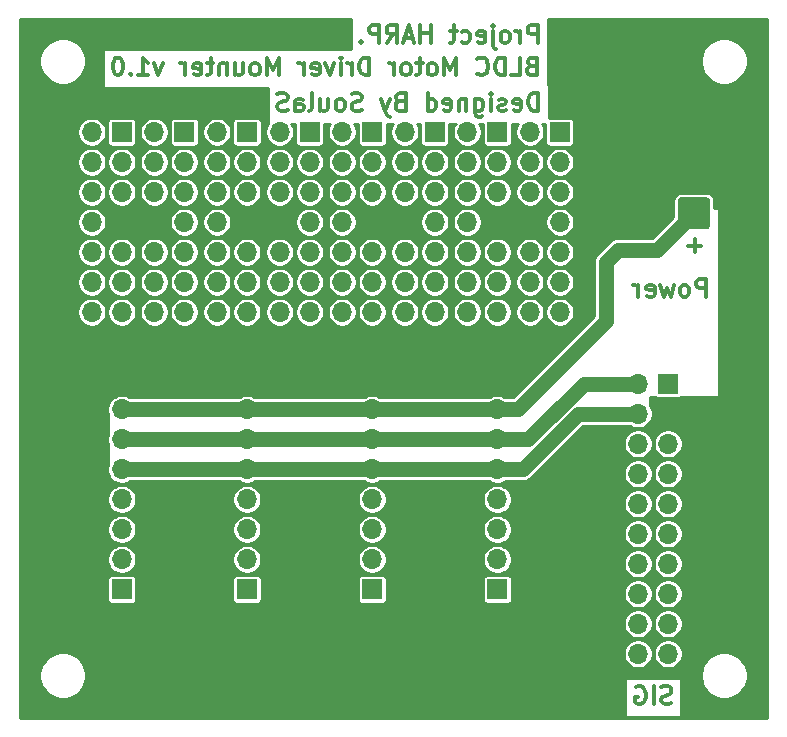
<source format=gbr>
%TF.GenerationSoftware,KiCad,Pcbnew,(5.1.6)-1*%
%TF.CreationDate,2020-10-29T16:21:17+09:00*%
%TF.ProjectId,BLDC__MD_Mounter,424c4443-5f5f-44d4-945f-4d6f756e7465,rev?*%
%TF.SameCoordinates,Original*%
%TF.FileFunction,Copper,L2,Bot*%
%TF.FilePolarity,Positive*%
%FSLAX46Y46*%
G04 Gerber Fmt 4.6, Leading zero omitted, Abs format (unit mm)*
G04 Created by KiCad (PCBNEW (5.1.6)-1) date 2020-10-29 16:21:17*
%MOMM*%
%LPD*%
G01*
G04 APERTURE LIST*
%TA.AperFunction,NonConductor*%
%ADD10C,0.300000*%
%TD*%
%TA.AperFunction,ComponentPad*%
%ADD11O,1.700000X1.700000*%
%TD*%
%TA.AperFunction,ComponentPad*%
%ADD12R,1.700000X1.700000*%
%TD*%
%TA.AperFunction,ComponentPad*%
%ADD13C,2.700000*%
%TD*%
%TA.AperFunction,Conductor*%
%ADD14C,1.270000*%
%TD*%
%TA.AperFunction,Conductor*%
%ADD15C,0.254000*%
%TD*%
G04 APERTURE END LIST*
D10*
X156535714Y-115357142D02*
X156321428Y-115428571D01*
X155964285Y-115428571D01*
X155821428Y-115357142D01*
X155750000Y-115285714D01*
X155678571Y-115142857D01*
X155678571Y-115000000D01*
X155750000Y-114857142D01*
X155821428Y-114785714D01*
X155964285Y-114714285D01*
X156250000Y-114642857D01*
X156392857Y-114571428D01*
X156464285Y-114500000D01*
X156535714Y-114357142D01*
X156535714Y-114214285D01*
X156464285Y-114071428D01*
X156392857Y-114000000D01*
X156250000Y-113928571D01*
X155892857Y-113928571D01*
X155678571Y-114000000D01*
X155035714Y-115428571D02*
X155035714Y-113928571D01*
X153535714Y-114000000D02*
X153678571Y-113928571D01*
X153892857Y-113928571D01*
X154107142Y-114000000D01*
X154250000Y-114142857D01*
X154321428Y-114285714D01*
X154392857Y-114571428D01*
X154392857Y-114785714D01*
X154321428Y-115071428D01*
X154250000Y-115214285D01*
X154107142Y-115357142D01*
X153892857Y-115428571D01*
X153750000Y-115428571D01*
X153535714Y-115357142D01*
X153464285Y-115285714D01*
X153464285Y-114785714D01*
X153750000Y-114785714D01*
X159071428Y-76607142D02*
X157928571Y-76607142D01*
X158500000Y-77178571D02*
X158500000Y-76035714D01*
X159464285Y-80928571D02*
X159464285Y-79428571D01*
X158892857Y-79428571D01*
X158750000Y-79500000D01*
X158678571Y-79571428D01*
X158607142Y-79714285D01*
X158607142Y-79928571D01*
X158678571Y-80071428D01*
X158750000Y-80142857D01*
X158892857Y-80214285D01*
X159464285Y-80214285D01*
X157750000Y-80928571D02*
X157892857Y-80857142D01*
X157964285Y-80785714D01*
X158035714Y-80642857D01*
X158035714Y-80214285D01*
X157964285Y-80071428D01*
X157892857Y-80000000D01*
X157750000Y-79928571D01*
X157535714Y-79928571D01*
X157392857Y-80000000D01*
X157321428Y-80071428D01*
X157250000Y-80214285D01*
X157250000Y-80642857D01*
X157321428Y-80785714D01*
X157392857Y-80857142D01*
X157535714Y-80928571D01*
X157750000Y-80928571D01*
X156750000Y-79928571D02*
X156464285Y-80928571D01*
X156178571Y-80214285D01*
X155892857Y-80928571D01*
X155607142Y-79928571D01*
X154464285Y-80857142D02*
X154607142Y-80928571D01*
X154892857Y-80928571D01*
X155035714Y-80857142D01*
X155107142Y-80714285D01*
X155107142Y-80142857D01*
X155035714Y-80000000D01*
X154892857Y-79928571D01*
X154607142Y-79928571D01*
X154464285Y-80000000D01*
X154392857Y-80142857D01*
X154392857Y-80285714D01*
X155107142Y-80428571D01*
X153750000Y-80928571D02*
X153750000Y-79928571D01*
X153750000Y-80214285D02*
X153678571Y-80071428D01*
X153607142Y-80000000D01*
X153464285Y-79928571D01*
X153321428Y-79928571D01*
X145250000Y-65178571D02*
X145250000Y-63678571D01*
X144892857Y-63678571D01*
X144678571Y-63750000D01*
X144535714Y-63892857D01*
X144464285Y-64035714D01*
X144392857Y-64321428D01*
X144392857Y-64535714D01*
X144464285Y-64821428D01*
X144535714Y-64964285D01*
X144678571Y-65107142D01*
X144892857Y-65178571D01*
X145250000Y-65178571D01*
X143178571Y-65107142D02*
X143321428Y-65178571D01*
X143607142Y-65178571D01*
X143750000Y-65107142D01*
X143821428Y-64964285D01*
X143821428Y-64392857D01*
X143750000Y-64250000D01*
X143607142Y-64178571D01*
X143321428Y-64178571D01*
X143178571Y-64250000D01*
X143107142Y-64392857D01*
X143107142Y-64535714D01*
X143821428Y-64678571D01*
X142535714Y-65107142D02*
X142392857Y-65178571D01*
X142107142Y-65178571D01*
X141964285Y-65107142D01*
X141892857Y-64964285D01*
X141892857Y-64892857D01*
X141964285Y-64750000D01*
X142107142Y-64678571D01*
X142321428Y-64678571D01*
X142464285Y-64607142D01*
X142535714Y-64464285D01*
X142535714Y-64392857D01*
X142464285Y-64250000D01*
X142321428Y-64178571D01*
X142107142Y-64178571D01*
X141964285Y-64250000D01*
X141250000Y-65178571D02*
X141250000Y-64178571D01*
X141250000Y-63678571D02*
X141321428Y-63750000D01*
X141250000Y-63821428D01*
X141178571Y-63750000D01*
X141250000Y-63678571D01*
X141250000Y-63821428D01*
X139892857Y-64178571D02*
X139892857Y-65392857D01*
X139964285Y-65535714D01*
X140035714Y-65607142D01*
X140178571Y-65678571D01*
X140392857Y-65678571D01*
X140535714Y-65607142D01*
X139892857Y-65107142D02*
X140035714Y-65178571D01*
X140321428Y-65178571D01*
X140464285Y-65107142D01*
X140535714Y-65035714D01*
X140607142Y-64892857D01*
X140607142Y-64464285D01*
X140535714Y-64321428D01*
X140464285Y-64250000D01*
X140321428Y-64178571D01*
X140035714Y-64178571D01*
X139892857Y-64250000D01*
X139178571Y-64178571D02*
X139178571Y-65178571D01*
X139178571Y-64321428D02*
X139107142Y-64250000D01*
X138964285Y-64178571D01*
X138750000Y-64178571D01*
X138607142Y-64250000D01*
X138535714Y-64392857D01*
X138535714Y-65178571D01*
X137250000Y-65107142D02*
X137392857Y-65178571D01*
X137678571Y-65178571D01*
X137821428Y-65107142D01*
X137892857Y-64964285D01*
X137892857Y-64392857D01*
X137821428Y-64250000D01*
X137678571Y-64178571D01*
X137392857Y-64178571D01*
X137250000Y-64250000D01*
X137178571Y-64392857D01*
X137178571Y-64535714D01*
X137892857Y-64678571D01*
X135892857Y-65178571D02*
X135892857Y-63678571D01*
X135892857Y-65107142D02*
X136035714Y-65178571D01*
X136321428Y-65178571D01*
X136464285Y-65107142D01*
X136535714Y-65035714D01*
X136607142Y-64892857D01*
X136607142Y-64464285D01*
X136535714Y-64321428D01*
X136464285Y-64250000D01*
X136321428Y-64178571D01*
X136035714Y-64178571D01*
X135892857Y-64250000D01*
X133535714Y-64392857D02*
X133321428Y-64464285D01*
X133250000Y-64535714D01*
X133178571Y-64678571D01*
X133178571Y-64892857D01*
X133250000Y-65035714D01*
X133321428Y-65107142D01*
X133464285Y-65178571D01*
X134035714Y-65178571D01*
X134035714Y-63678571D01*
X133535714Y-63678571D01*
X133392857Y-63750000D01*
X133321428Y-63821428D01*
X133250000Y-63964285D01*
X133250000Y-64107142D01*
X133321428Y-64250000D01*
X133392857Y-64321428D01*
X133535714Y-64392857D01*
X134035714Y-64392857D01*
X132678571Y-64178571D02*
X132321428Y-65178571D01*
X131964285Y-64178571D02*
X132321428Y-65178571D01*
X132464285Y-65535714D01*
X132535714Y-65607142D01*
X132678571Y-65678571D01*
X130321428Y-65107142D02*
X130107142Y-65178571D01*
X129750000Y-65178571D01*
X129607142Y-65107142D01*
X129535714Y-65035714D01*
X129464285Y-64892857D01*
X129464285Y-64750000D01*
X129535714Y-64607142D01*
X129607142Y-64535714D01*
X129750000Y-64464285D01*
X130035714Y-64392857D01*
X130178571Y-64321428D01*
X130250000Y-64250000D01*
X130321428Y-64107142D01*
X130321428Y-63964285D01*
X130250000Y-63821428D01*
X130178571Y-63750000D01*
X130035714Y-63678571D01*
X129678571Y-63678571D01*
X129464285Y-63750000D01*
X128607142Y-65178571D02*
X128750000Y-65107142D01*
X128821428Y-65035714D01*
X128892857Y-64892857D01*
X128892857Y-64464285D01*
X128821428Y-64321428D01*
X128750000Y-64250000D01*
X128607142Y-64178571D01*
X128392857Y-64178571D01*
X128250000Y-64250000D01*
X128178571Y-64321428D01*
X128107142Y-64464285D01*
X128107142Y-64892857D01*
X128178571Y-65035714D01*
X128250000Y-65107142D01*
X128392857Y-65178571D01*
X128607142Y-65178571D01*
X126821428Y-64178571D02*
X126821428Y-65178571D01*
X127464285Y-64178571D02*
X127464285Y-64964285D01*
X127392857Y-65107142D01*
X127250000Y-65178571D01*
X127035714Y-65178571D01*
X126892857Y-65107142D01*
X126821428Y-65035714D01*
X125892857Y-65178571D02*
X126035714Y-65107142D01*
X126107142Y-64964285D01*
X126107142Y-63678571D01*
X124678571Y-65178571D02*
X124678571Y-64392857D01*
X124750000Y-64250000D01*
X124892857Y-64178571D01*
X125178571Y-64178571D01*
X125321428Y-64250000D01*
X124678571Y-65107142D02*
X124821428Y-65178571D01*
X125178571Y-65178571D01*
X125321428Y-65107142D01*
X125392857Y-64964285D01*
X125392857Y-64821428D01*
X125321428Y-64678571D01*
X125178571Y-64607142D01*
X124821428Y-64607142D01*
X124678571Y-64535714D01*
X124035714Y-65107142D02*
X123821428Y-65178571D01*
X123464285Y-65178571D01*
X123321428Y-65107142D01*
X123250000Y-65035714D01*
X123178571Y-64892857D01*
X123178571Y-64750000D01*
X123250000Y-64607142D01*
X123321428Y-64535714D01*
X123464285Y-64464285D01*
X123750000Y-64392857D01*
X123892857Y-64321428D01*
X123964285Y-64250000D01*
X124035714Y-64107142D01*
X124035714Y-63964285D01*
X123964285Y-63821428D01*
X123892857Y-63750000D01*
X123750000Y-63678571D01*
X123392857Y-63678571D01*
X123178571Y-63750000D01*
X144678571Y-61392857D02*
X144464285Y-61464285D01*
X144392857Y-61535714D01*
X144321428Y-61678571D01*
X144321428Y-61892857D01*
X144392857Y-62035714D01*
X144464285Y-62107142D01*
X144607142Y-62178571D01*
X145178571Y-62178571D01*
X145178571Y-60678571D01*
X144678571Y-60678571D01*
X144535714Y-60750000D01*
X144464285Y-60821428D01*
X144392857Y-60964285D01*
X144392857Y-61107142D01*
X144464285Y-61250000D01*
X144535714Y-61321428D01*
X144678571Y-61392857D01*
X145178571Y-61392857D01*
X142964285Y-62178571D02*
X143678571Y-62178571D01*
X143678571Y-60678571D01*
X142464285Y-62178571D02*
X142464285Y-60678571D01*
X142107142Y-60678571D01*
X141892857Y-60750000D01*
X141750000Y-60892857D01*
X141678571Y-61035714D01*
X141607142Y-61321428D01*
X141607142Y-61535714D01*
X141678571Y-61821428D01*
X141750000Y-61964285D01*
X141892857Y-62107142D01*
X142107142Y-62178571D01*
X142464285Y-62178571D01*
X140107142Y-62035714D02*
X140178571Y-62107142D01*
X140392857Y-62178571D01*
X140535714Y-62178571D01*
X140750000Y-62107142D01*
X140892857Y-61964285D01*
X140964285Y-61821428D01*
X141035714Y-61535714D01*
X141035714Y-61321428D01*
X140964285Y-61035714D01*
X140892857Y-60892857D01*
X140750000Y-60750000D01*
X140535714Y-60678571D01*
X140392857Y-60678571D01*
X140178571Y-60750000D01*
X140107142Y-60821428D01*
X138321428Y-62178571D02*
X138321428Y-60678571D01*
X137821428Y-61750000D01*
X137321428Y-60678571D01*
X137321428Y-62178571D01*
X136392857Y-62178571D02*
X136535714Y-62107142D01*
X136607142Y-62035714D01*
X136678571Y-61892857D01*
X136678571Y-61464285D01*
X136607142Y-61321428D01*
X136535714Y-61250000D01*
X136392857Y-61178571D01*
X136178571Y-61178571D01*
X136035714Y-61250000D01*
X135964285Y-61321428D01*
X135892857Y-61464285D01*
X135892857Y-61892857D01*
X135964285Y-62035714D01*
X136035714Y-62107142D01*
X136178571Y-62178571D01*
X136392857Y-62178571D01*
X135464285Y-61178571D02*
X134892857Y-61178571D01*
X135250000Y-60678571D02*
X135250000Y-61964285D01*
X135178571Y-62107142D01*
X135035714Y-62178571D01*
X134892857Y-62178571D01*
X134178571Y-62178571D02*
X134321428Y-62107142D01*
X134392857Y-62035714D01*
X134464285Y-61892857D01*
X134464285Y-61464285D01*
X134392857Y-61321428D01*
X134321428Y-61250000D01*
X134178571Y-61178571D01*
X133964285Y-61178571D01*
X133821428Y-61250000D01*
X133750000Y-61321428D01*
X133678571Y-61464285D01*
X133678571Y-61892857D01*
X133750000Y-62035714D01*
X133821428Y-62107142D01*
X133964285Y-62178571D01*
X134178571Y-62178571D01*
X133035714Y-62178571D02*
X133035714Y-61178571D01*
X133035714Y-61464285D02*
X132964285Y-61321428D01*
X132892857Y-61250000D01*
X132750000Y-61178571D01*
X132607142Y-61178571D01*
X130964285Y-62178571D02*
X130964285Y-60678571D01*
X130607142Y-60678571D01*
X130392857Y-60750000D01*
X130250000Y-60892857D01*
X130178571Y-61035714D01*
X130107142Y-61321428D01*
X130107142Y-61535714D01*
X130178571Y-61821428D01*
X130250000Y-61964285D01*
X130392857Y-62107142D01*
X130607142Y-62178571D01*
X130964285Y-62178571D01*
X129464285Y-62178571D02*
X129464285Y-61178571D01*
X129464285Y-61464285D02*
X129392857Y-61321428D01*
X129321428Y-61250000D01*
X129178571Y-61178571D01*
X129035714Y-61178571D01*
X128535714Y-62178571D02*
X128535714Y-61178571D01*
X128535714Y-60678571D02*
X128607142Y-60750000D01*
X128535714Y-60821428D01*
X128464285Y-60750000D01*
X128535714Y-60678571D01*
X128535714Y-60821428D01*
X127964285Y-61178571D02*
X127607142Y-62178571D01*
X127250000Y-61178571D01*
X126107142Y-62107142D02*
X126250000Y-62178571D01*
X126535714Y-62178571D01*
X126678571Y-62107142D01*
X126750000Y-61964285D01*
X126750000Y-61392857D01*
X126678571Y-61250000D01*
X126535714Y-61178571D01*
X126250000Y-61178571D01*
X126107142Y-61250000D01*
X126035714Y-61392857D01*
X126035714Y-61535714D01*
X126750000Y-61678571D01*
X125392857Y-62178571D02*
X125392857Y-61178571D01*
X125392857Y-61464285D02*
X125321428Y-61321428D01*
X125250000Y-61250000D01*
X125107142Y-61178571D01*
X124964285Y-61178571D01*
X123321428Y-62178571D02*
X123321428Y-60678571D01*
X122821428Y-61750000D01*
X122321428Y-60678571D01*
X122321428Y-62178571D01*
X121392857Y-62178571D02*
X121535714Y-62107142D01*
X121607142Y-62035714D01*
X121678571Y-61892857D01*
X121678571Y-61464285D01*
X121607142Y-61321428D01*
X121535714Y-61250000D01*
X121392857Y-61178571D01*
X121178571Y-61178571D01*
X121035714Y-61250000D01*
X120964285Y-61321428D01*
X120892857Y-61464285D01*
X120892857Y-61892857D01*
X120964285Y-62035714D01*
X121035714Y-62107142D01*
X121178571Y-62178571D01*
X121392857Y-62178571D01*
X119607142Y-61178571D02*
X119607142Y-62178571D01*
X120250000Y-61178571D02*
X120250000Y-61964285D01*
X120178571Y-62107142D01*
X120035714Y-62178571D01*
X119821428Y-62178571D01*
X119678571Y-62107142D01*
X119607142Y-62035714D01*
X118892857Y-61178571D02*
X118892857Y-62178571D01*
X118892857Y-61321428D02*
X118821428Y-61250000D01*
X118678571Y-61178571D01*
X118464285Y-61178571D01*
X118321428Y-61250000D01*
X118250000Y-61392857D01*
X118250000Y-62178571D01*
X117750000Y-61178571D02*
X117178571Y-61178571D01*
X117535714Y-60678571D02*
X117535714Y-61964285D01*
X117464285Y-62107142D01*
X117321428Y-62178571D01*
X117178571Y-62178571D01*
X116107142Y-62107142D02*
X116250000Y-62178571D01*
X116535714Y-62178571D01*
X116678571Y-62107142D01*
X116750000Y-61964285D01*
X116750000Y-61392857D01*
X116678571Y-61250000D01*
X116535714Y-61178571D01*
X116250000Y-61178571D01*
X116107142Y-61250000D01*
X116035714Y-61392857D01*
X116035714Y-61535714D01*
X116750000Y-61678571D01*
X115392857Y-62178571D02*
X115392857Y-61178571D01*
X115392857Y-61464285D02*
X115321428Y-61321428D01*
X115250000Y-61250000D01*
X115107142Y-61178571D01*
X114964285Y-61178571D01*
X113464285Y-61178571D02*
X113107142Y-62178571D01*
X112750000Y-61178571D01*
X111392857Y-62178571D02*
X112250000Y-62178571D01*
X111821428Y-62178571D02*
X111821428Y-60678571D01*
X111964285Y-60892857D01*
X112107142Y-61035714D01*
X112250000Y-61107142D01*
X110750000Y-62035714D02*
X110678571Y-62107142D01*
X110750000Y-62178571D01*
X110821428Y-62107142D01*
X110750000Y-62035714D01*
X110750000Y-62178571D01*
X109750000Y-60678571D02*
X109607142Y-60678571D01*
X109464285Y-60750000D01*
X109392857Y-60821428D01*
X109321428Y-60964285D01*
X109250000Y-61250000D01*
X109250000Y-61607142D01*
X109321428Y-61892857D01*
X109392857Y-62035714D01*
X109464285Y-62107142D01*
X109607142Y-62178571D01*
X109750000Y-62178571D01*
X109892857Y-62107142D01*
X109964285Y-62035714D01*
X110035714Y-61892857D01*
X110107142Y-61607142D01*
X110107142Y-61250000D01*
X110035714Y-60964285D01*
X109964285Y-60821428D01*
X109892857Y-60750000D01*
X109750000Y-60678571D01*
X145214285Y-59428571D02*
X145214285Y-57928571D01*
X144642857Y-57928571D01*
X144500000Y-58000000D01*
X144428571Y-58071428D01*
X144357142Y-58214285D01*
X144357142Y-58428571D01*
X144428571Y-58571428D01*
X144500000Y-58642857D01*
X144642857Y-58714285D01*
X145214285Y-58714285D01*
X143714285Y-59428571D02*
X143714285Y-58428571D01*
X143714285Y-58714285D02*
X143642857Y-58571428D01*
X143571428Y-58500000D01*
X143428571Y-58428571D01*
X143285714Y-58428571D01*
X142571428Y-59428571D02*
X142714285Y-59357142D01*
X142785714Y-59285714D01*
X142857142Y-59142857D01*
X142857142Y-58714285D01*
X142785714Y-58571428D01*
X142714285Y-58500000D01*
X142571428Y-58428571D01*
X142357142Y-58428571D01*
X142214285Y-58500000D01*
X142142857Y-58571428D01*
X142071428Y-58714285D01*
X142071428Y-59142857D01*
X142142857Y-59285714D01*
X142214285Y-59357142D01*
X142357142Y-59428571D01*
X142571428Y-59428571D01*
X141428571Y-58428571D02*
X141428571Y-59714285D01*
X141500000Y-59857142D01*
X141642857Y-59928571D01*
X141714285Y-59928571D01*
X141428571Y-57928571D02*
X141500000Y-58000000D01*
X141428571Y-58071428D01*
X141357142Y-58000000D01*
X141428571Y-57928571D01*
X141428571Y-58071428D01*
X140142857Y-59357142D02*
X140285714Y-59428571D01*
X140571428Y-59428571D01*
X140714285Y-59357142D01*
X140785714Y-59214285D01*
X140785714Y-58642857D01*
X140714285Y-58500000D01*
X140571428Y-58428571D01*
X140285714Y-58428571D01*
X140142857Y-58500000D01*
X140071428Y-58642857D01*
X140071428Y-58785714D01*
X140785714Y-58928571D01*
X138785714Y-59357142D02*
X138928571Y-59428571D01*
X139214285Y-59428571D01*
X139357142Y-59357142D01*
X139428571Y-59285714D01*
X139500000Y-59142857D01*
X139500000Y-58714285D01*
X139428571Y-58571428D01*
X139357142Y-58500000D01*
X139214285Y-58428571D01*
X138928571Y-58428571D01*
X138785714Y-58500000D01*
X138357142Y-58428571D02*
X137785714Y-58428571D01*
X138142857Y-57928571D02*
X138142857Y-59214285D01*
X138071428Y-59357142D01*
X137928571Y-59428571D01*
X137785714Y-59428571D01*
X136142857Y-59428571D02*
X136142857Y-57928571D01*
X136142857Y-58642857D02*
X135285714Y-58642857D01*
X135285714Y-59428571D02*
X135285714Y-57928571D01*
X134642857Y-59000000D02*
X133928571Y-59000000D01*
X134785714Y-59428571D02*
X134285714Y-57928571D01*
X133785714Y-59428571D01*
X132428571Y-59428571D02*
X132928571Y-58714285D01*
X133285714Y-59428571D02*
X133285714Y-57928571D01*
X132714285Y-57928571D01*
X132571428Y-58000000D01*
X132500000Y-58071428D01*
X132428571Y-58214285D01*
X132428571Y-58428571D01*
X132500000Y-58571428D01*
X132571428Y-58642857D01*
X132714285Y-58714285D01*
X133285714Y-58714285D01*
X131785714Y-59428571D02*
X131785714Y-57928571D01*
X131214285Y-57928571D01*
X131071428Y-58000000D01*
X131000000Y-58071428D01*
X130928571Y-58214285D01*
X130928571Y-58428571D01*
X131000000Y-58571428D01*
X131071428Y-58642857D01*
X131214285Y-58714285D01*
X131785714Y-58714285D01*
X130285714Y-59285714D02*
X130214285Y-59357142D01*
X130285714Y-59428571D01*
X130357142Y-59357142D01*
X130285714Y-59285714D01*
X130285714Y-59428571D01*
D11*
%TO.P,J3,20*%
%TO.N,/FG_1*%
X153720800Y-111150400D03*
%TO.P,J3,19*%
%TO.N,/RD_3*%
X156260800Y-111150400D03*
%TO.P,J3,18*%
%TO.N,/FR_1*%
X153720800Y-108610400D03*
%TO.P,J3,17*%
%TO.N,/PWM_3*%
X156260800Y-108610400D03*
%TO.P,J3,16*%
%TO.N,/PWM_1*%
X153720800Y-106070400D03*
%TO.P,J3,15*%
%TO.N,/FR_3*%
X156260800Y-106070400D03*
%TO.P,J3,14*%
%TO.N,/RD_1*%
X153720800Y-103530400D03*
%TO.P,J3,13*%
%TO.N,/FG_3*%
X156260800Y-103530400D03*
%TO.P,J3,12*%
%TO.N,/FG_2*%
X153720800Y-100990400D03*
%TO.P,J3,11*%
%TO.N,/RD_4*%
X156260800Y-100990400D03*
%TO.P,J3,10*%
%TO.N,/FR_2*%
X153720800Y-98450400D03*
%TO.P,J3,9*%
%TO.N,/PWM_4*%
X156260800Y-98450400D03*
%TO.P,J3,8*%
%TO.N,/PWM_2*%
X153720800Y-95910400D03*
%TO.P,J3,7*%
%TO.N,/FR_4*%
X156260800Y-95910400D03*
%TO.P,J3,6*%
%TO.N,/RD_2*%
X153720800Y-93370400D03*
%TO.P,J3,5*%
%TO.N,/FG_4*%
X156260800Y-93370400D03*
%TO.P,J3,4*%
%TO.N,+3V3*%
X153720800Y-90830400D03*
%TO.P,J3,3*%
%TO.N,GND*%
X156260800Y-90830400D03*
%TO.P,J3,2*%
%TO.N,+5V*%
X153720800Y-88290400D03*
D12*
%TO.P,J3,1*%
%TO.N,Net-(J3-Pad1)*%
X156260800Y-88290400D03*
%TD*%
D11*
%TO.P,J8,8*%
%TO.N,GND*%
X120600000Y-87929600D03*
%TO.P,J8,7*%
%TO.N,VCC*%
X120600000Y-90469600D03*
%TO.P,J8,6*%
%TO.N,+5V*%
X120600000Y-93009600D03*
%TO.P,J8,5*%
%TO.N,+3V3*%
X120600000Y-95549600D03*
%TO.P,J8,4*%
%TO.N,/RD_2*%
X120600000Y-98089600D03*
%TO.P,J8,3*%
%TO.N,/PWM_2*%
X120600000Y-100629600D03*
%TO.P,J8,2*%
%TO.N,/FR_2*%
X120600000Y-103169600D03*
D12*
%TO.P,J8,1*%
%TO.N,/FG_2*%
X120600000Y-105709600D03*
%TD*%
D11*
%TO.P,J4,8*%
%TO.N,GND*%
X110000000Y-87929600D03*
%TO.P,J4,7*%
%TO.N,VCC*%
X110000000Y-90469600D03*
%TO.P,J4,6*%
%TO.N,+5V*%
X110000000Y-93009600D03*
%TO.P,J4,5*%
%TO.N,+3V3*%
X110000000Y-95549600D03*
%TO.P,J4,4*%
%TO.N,/RD_1*%
X110000000Y-98089600D03*
%TO.P,J4,3*%
%TO.N,/PWM_1*%
X110000000Y-100629600D03*
%TO.P,J4,2*%
%TO.N,/FR_1*%
X110000000Y-103169600D03*
D12*
%TO.P,J4,1*%
%TO.N,/FG_1*%
X110000000Y-105709600D03*
%TD*%
D11*
%TO.P,J11,8*%
%TO.N,GND*%
X131200000Y-87929600D03*
%TO.P,J11,7*%
%TO.N,VCC*%
X131200000Y-90469600D03*
%TO.P,J11,6*%
%TO.N,+5V*%
X131200000Y-93009600D03*
%TO.P,J11,5*%
%TO.N,+3V3*%
X131200000Y-95549600D03*
%TO.P,J11,4*%
%TO.N,/RD_3*%
X131200000Y-98089600D03*
%TO.P,J11,3*%
%TO.N,/PWM_3*%
X131200000Y-100629600D03*
%TO.P,J11,2*%
%TO.N,/FR_3*%
X131200000Y-103169600D03*
D12*
%TO.P,J11,1*%
%TO.N,/FG_3*%
X131200000Y-105709600D03*
%TD*%
D11*
%TO.P,J14,8*%
%TO.N,GND*%
X141800000Y-87929600D03*
%TO.P,J14,7*%
%TO.N,VCC*%
X141800000Y-90469600D03*
%TO.P,J14,6*%
%TO.N,+5V*%
X141800000Y-93009600D03*
%TO.P,J14,5*%
%TO.N,+3V3*%
X141800000Y-95549600D03*
%TO.P,J14,4*%
%TO.N,/RD_4*%
X141800000Y-98089600D03*
%TO.P,J14,3*%
%TO.N,/PWM_4*%
X141800000Y-100629600D03*
%TO.P,J14,2*%
%TO.N,/FR_4*%
X141800000Y-103169600D03*
D12*
%TO.P,J14,1*%
%TO.N,/FG_4*%
X141800000Y-105709600D03*
%TD*%
D11*
%TO.P,J13,14*%
%TO.N,/HALL_C_N_4*%
X139260000Y-82240000D03*
%TO.P,J13,13*%
%TO.N,/HALL_C_P_4*%
X141800000Y-82240000D03*
%TO.P,J13,12*%
%TO.N,Net-(J13-Pad12)*%
X139260000Y-79700000D03*
%TO.P,J13,11*%
%TO.N,/HALL_B_P_4*%
X141800000Y-79700000D03*
%TO.P,J13,10*%
%TO.N,/COIL_B_4*%
X139260000Y-77160000D03*
%TO.P,J13,9*%
%TO.N,+5V*%
X141800000Y-77160000D03*
%TO.P,J13,8*%
%TO.N,/COIL_C_4*%
X139260000Y-74620000D03*
%TO.P,J13,7*%
%TO.N,GND*%
X141800000Y-74620000D03*
%TO.P,J13,6*%
%TO.N,/COIL_A_4*%
X139260000Y-72080000D03*
%TO.P,J13,5*%
%TO.N,/HALL_B_N_4*%
X141800000Y-72080000D03*
%TO.P,J13,4*%
%TO.N,/HALL_A_P_4*%
X139260000Y-69540000D03*
%TO.P,J13,3*%
%TO.N,/HALL_A_N_4*%
X141800000Y-69540000D03*
%TO.P,J13,2*%
%TO.N,Net-(J13-Pad2)*%
X139260000Y-67000000D03*
D12*
%TO.P,J13,1*%
%TO.N,Net-(J13-Pad1)*%
X141800000Y-67000000D03*
%TD*%
D11*
%TO.P,J12,14*%
%TO.N,/HALL_C_P_4*%
X144560000Y-82240000D03*
%TO.P,J12,13*%
%TO.N,/HALL_C_N_4*%
X147100000Y-82240000D03*
%TO.P,J12,12*%
%TO.N,/HALL_B_P_4*%
X144560000Y-79700000D03*
%TO.P,J12,11*%
%TO.N,Net-(J12-Pad11)*%
X147100000Y-79700000D03*
%TO.P,J12,10*%
%TO.N,+5V*%
X144560000Y-77160000D03*
%TO.P,J12,9*%
%TO.N,/COIL_B_4*%
X147100000Y-77160000D03*
%TO.P,J12,8*%
%TO.N,GND*%
X144560000Y-74620000D03*
%TO.P,J12,7*%
%TO.N,/COIL_C_4*%
X147100000Y-74620000D03*
%TO.P,J12,6*%
%TO.N,/HALL_B_N_4*%
X144560000Y-72080000D03*
%TO.P,J12,5*%
%TO.N,/COIL_A_4*%
X147100000Y-72080000D03*
%TO.P,J12,4*%
%TO.N,/HALL_A_N_4*%
X144560000Y-69540000D03*
%TO.P,J12,3*%
%TO.N,/HALL_A_P_4*%
X147100000Y-69540000D03*
%TO.P,J12,2*%
%TO.N,Net-(J12-Pad2)*%
X144560000Y-67000000D03*
D12*
%TO.P,J12,1*%
%TO.N,Net-(J12-Pad1)*%
X147100000Y-67000000D03*
%TD*%
D11*
%TO.P,J10,14*%
%TO.N,/HALL_C_N_3*%
X128660000Y-82240000D03*
%TO.P,J10,13*%
%TO.N,/HALL_C_P_3*%
X131200000Y-82240000D03*
%TO.P,J10,12*%
%TO.N,Net-(J10-Pad12)*%
X128660000Y-79700000D03*
%TO.P,J10,11*%
%TO.N,/HALL_B_P_3*%
X131200000Y-79700000D03*
%TO.P,J10,10*%
%TO.N,/COIL_B_3*%
X128660000Y-77160000D03*
%TO.P,J10,9*%
%TO.N,+5V*%
X131200000Y-77160000D03*
%TO.P,J10,8*%
%TO.N,/COIL_C_3*%
X128660000Y-74620000D03*
%TO.P,J10,7*%
%TO.N,GND*%
X131200000Y-74620000D03*
%TO.P,J10,6*%
%TO.N,/COIL_A_3*%
X128660000Y-72080000D03*
%TO.P,J10,5*%
%TO.N,/HALL_B_N_3*%
X131200000Y-72080000D03*
%TO.P,J10,4*%
%TO.N,/HALL_A_P_3*%
X128660000Y-69540000D03*
%TO.P,J10,3*%
%TO.N,/HALL_A_N_3*%
X131200000Y-69540000D03*
%TO.P,J10,2*%
%TO.N,Net-(J10-Pad2)*%
X128660000Y-67000000D03*
D12*
%TO.P,J10,1*%
%TO.N,Net-(J10-Pad1)*%
X131200000Y-67000000D03*
%TD*%
D11*
%TO.P,J9,14*%
%TO.N,/HALL_C_P_3*%
X133960000Y-82240000D03*
%TO.P,J9,13*%
%TO.N,/HALL_C_N_3*%
X136500000Y-82240000D03*
%TO.P,J9,12*%
%TO.N,/HALL_B_P_3*%
X133960000Y-79700000D03*
%TO.P,J9,11*%
%TO.N,Net-(J9-Pad11)*%
X136500000Y-79700000D03*
%TO.P,J9,10*%
%TO.N,+5V*%
X133960000Y-77160000D03*
%TO.P,J9,9*%
%TO.N,/COIL_B_3*%
X136500000Y-77160000D03*
%TO.P,J9,8*%
%TO.N,GND*%
X133960000Y-74620000D03*
%TO.P,J9,7*%
%TO.N,/COIL_C_3*%
X136500000Y-74620000D03*
%TO.P,J9,6*%
%TO.N,/HALL_B_N_3*%
X133960000Y-72080000D03*
%TO.P,J9,5*%
%TO.N,/COIL_A_3*%
X136500000Y-72080000D03*
%TO.P,J9,4*%
%TO.N,/HALL_A_N_3*%
X133960000Y-69540000D03*
%TO.P,J9,3*%
%TO.N,/HALL_A_P_3*%
X136500000Y-69540000D03*
%TO.P,J9,2*%
%TO.N,Net-(J9-Pad2)*%
X133960000Y-67000000D03*
D12*
%TO.P,J9,1*%
%TO.N,Net-(J9-Pad1)*%
X136500000Y-67000000D03*
%TD*%
D11*
%TO.P,J7,14*%
%TO.N,/HALL_C_N_2*%
X118060000Y-82240000D03*
%TO.P,J7,13*%
%TO.N,/HALL_C_P_2*%
X120600000Y-82240000D03*
%TO.P,J7,12*%
%TO.N,Net-(J7-Pad12)*%
X118060000Y-79700000D03*
%TO.P,J7,11*%
%TO.N,/HALL_B_P_2*%
X120600000Y-79700000D03*
%TO.P,J7,10*%
%TO.N,/COIL_B_2*%
X118060000Y-77160000D03*
%TO.P,J7,9*%
%TO.N,+5V*%
X120600000Y-77160000D03*
%TO.P,J7,8*%
%TO.N,/COIL_C_2*%
X118060000Y-74620000D03*
%TO.P,J7,7*%
%TO.N,GND*%
X120600000Y-74620000D03*
%TO.P,J7,6*%
%TO.N,/COIL_A_2*%
X118060000Y-72080000D03*
%TO.P,J7,5*%
%TO.N,/HALL_B_N_2*%
X120600000Y-72080000D03*
%TO.P,J7,4*%
%TO.N,/HALL_A_P_2*%
X118060000Y-69540000D03*
%TO.P,J7,3*%
%TO.N,/HALL_A_N_2*%
X120600000Y-69540000D03*
%TO.P,J7,2*%
%TO.N,Net-(J7-Pad2)*%
X118060000Y-67000000D03*
D12*
%TO.P,J7,1*%
%TO.N,Net-(J7-Pad1)*%
X120600000Y-67000000D03*
%TD*%
D11*
%TO.P,J6,14*%
%TO.N,/HALL_C_P_2*%
X123360000Y-82240000D03*
%TO.P,J6,13*%
%TO.N,/HALL_C_N_2*%
X125900000Y-82240000D03*
%TO.P,J6,12*%
%TO.N,/HALL_B_P_2*%
X123360000Y-79700000D03*
%TO.P,J6,11*%
%TO.N,Net-(J6-Pad11)*%
X125900000Y-79700000D03*
%TO.P,J6,10*%
%TO.N,+5V*%
X123360000Y-77160000D03*
%TO.P,J6,9*%
%TO.N,/COIL_B_2*%
X125900000Y-77160000D03*
%TO.P,J6,8*%
%TO.N,GND*%
X123360000Y-74620000D03*
%TO.P,J6,7*%
%TO.N,/COIL_C_2*%
X125900000Y-74620000D03*
%TO.P,J6,6*%
%TO.N,/HALL_B_N_2*%
X123360000Y-72080000D03*
%TO.P,J6,5*%
%TO.N,/COIL_A_2*%
X125900000Y-72080000D03*
%TO.P,J6,4*%
%TO.N,/HALL_A_N_2*%
X123360000Y-69540000D03*
%TO.P,J6,3*%
%TO.N,/HALL_A_P_2*%
X125900000Y-69540000D03*
%TO.P,J6,2*%
%TO.N,Net-(J6-Pad2)*%
X123360000Y-67000000D03*
D12*
%TO.P,J6,1*%
%TO.N,Net-(J6-Pad1)*%
X125900000Y-67000000D03*
%TD*%
D13*
%TO.P,J5,2*%
%TO.N,GND*%
X154485200Y-73863200D03*
%TO.P,J5,1*%
%TO.N,VCC*%
%TA.AperFunction,ComponentPad*%
G36*
G01*
X159795200Y-72763201D02*
X159795200Y-74963199D01*
G75*
G02*
X159545199Y-75213200I-250001J0D01*
G01*
X157345201Y-75213200D01*
G75*
G02*
X157095200Y-74963199I0J250001D01*
G01*
X157095200Y-72763201D01*
G75*
G02*
X157345201Y-72513200I250001J0D01*
G01*
X159545199Y-72513200D01*
G75*
G02*
X159795200Y-72763201I0J-250001D01*
G01*
G37*
%TD.AperFunction*%
%TD*%
D11*
%TO.P,J2,14*%
%TO.N,/HALL_C_P_1*%
X112760000Y-82240000D03*
%TO.P,J2,13*%
%TO.N,/HALL_C_N_1*%
X115300000Y-82240000D03*
%TO.P,J2,12*%
%TO.N,/HALL_B_P_1*%
X112760000Y-79700000D03*
%TO.P,J2,11*%
%TO.N,Net-(J2-Pad11)*%
X115300000Y-79700000D03*
%TO.P,J2,10*%
%TO.N,+5V*%
X112760000Y-77160000D03*
%TO.P,J2,9*%
%TO.N,/COIL_B_1*%
X115300000Y-77160000D03*
%TO.P,J2,8*%
%TO.N,GND*%
X112760000Y-74620000D03*
%TO.P,J2,7*%
%TO.N,/COIL_C_1*%
X115300000Y-74620000D03*
%TO.P,J2,6*%
%TO.N,/HALL_B_N_1*%
X112760000Y-72080000D03*
%TO.P,J2,5*%
%TO.N,/COIL_A_1*%
X115300000Y-72080000D03*
%TO.P,J2,4*%
%TO.N,/HALL_A_N_1*%
X112760000Y-69540000D03*
%TO.P,J2,3*%
%TO.N,/HALL_A_P_1*%
X115300000Y-69540000D03*
%TO.P,J2,2*%
%TO.N,Net-(J2-Pad2)*%
X112760000Y-67000000D03*
D12*
%TO.P,J2,1*%
%TO.N,Net-(J2-Pad1)*%
X115300000Y-67000000D03*
%TD*%
D11*
%TO.P,J1,14*%
%TO.N,/HALL_C_N_1*%
X107460000Y-82240000D03*
%TO.P,J1,13*%
%TO.N,/HALL_C_P_1*%
X110000000Y-82240000D03*
%TO.P,J1,12*%
%TO.N,Net-(J1-Pad12)*%
X107460000Y-79700000D03*
%TO.P,J1,11*%
%TO.N,/HALL_B_P_1*%
X110000000Y-79700000D03*
%TO.P,J1,10*%
%TO.N,/COIL_B_1*%
X107460000Y-77160000D03*
%TO.P,J1,9*%
%TO.N,+5V*%
X110000000Y-77160000D03*
%TO.P,J1,8*%
%TO.N,/COIL_C_1*%
X107460000Y-74620000D03*
%TO.P,J1,7*%
%TO.N,GND*%
X110000000Y-74620000D03*
%TO.P,J1,6*%
%TO.N,/COIL_A_1*%
X107460000Y-72080000D03*
%TO.P,J1,5*%
%TO.N,/HALL_B_N_1*%
X110000000Y-72080000D03*
%TO.P,J1,4*%
%TO.N,/HALL_A_P_1*%
X107460000Y-69540000D03*
%TO.P,J1,3*%
%TO.N,/HALL_A_N_1*%
X110000000Y-69540000D03*
%TO.P,J1,2*%
%TO.N,Net-(J1-Pad2)*%
X107460000Y-67000000D03*
D12*
%TO.P,J1,1*%
%TO.N,Net-(J1-Pad1)*%
X110000000Y-67000000D03*
%TD*%
D14*
%TO.N,+5V*%
X110000000Y-93009600D02*
X120600000Y-93009600D01*
X120600000Y-93009600D02*
X131200000Y-93009600D01*
X131200000Y-93009600D02*
X141800000Y-93009600D01*
X141800000Y-93009600D02*
X144404200Y-93009600D01*
X149123400Y-88290400D02*
X153720800Y-88290400D01*
X144404200Y-93009600D02*
X149123400Y-88290400D01*
%TO.N,+3V3*%
X110000000Y-95549600D02*
X120600000Y-95549600D01*
X120600000Y-95549600D02*
X131200000Y-95549600D01*
X131200000Y-95549600D02*
X141800000Y-95549600D01*
X141800000Y-95549600D02*
X143943108Y-95549600D01*
X148662308Y-90830400D02*
X153720800Y-90830400D01*
X143943108Y-95549600D02*
X148662308Y-90830400D01*
%TO.N,VCC*%
X155308400Y-77000000D02*
X158445200Y-73863200D01*
X143530400Y-90469600D02*
X151000000Y-83000000D01*
X151000000Y-83000000D02*
X151000000Y-78000000D01*
X151000000Y-78000000D02*
X152000000Y-77000000D01*
X141800000Y-90469600D02*
X143530400Y-90469600D01*
X152000000Y-77000000D02*
X155308400Y-77000000D01*
X141800000Y-90469600D02*
X131200000Y-90469600D01*
X131200000Y-90469600D02*
X120600000Y-90469600D01*
X120600000Y-90469600D02*
X110000000Y-90469600D01*
%TD*%
D15*
%TO.N,GND*%
G36*
X129397572Y-59964000D02*
G01*
X108433286Y-59964000D01*
X108433286Y-63276000D01*
X122361857Y-63276000D01*
X122361857Y-66276000D01*
X122363250Y-66276000D01*
X122269102Y-66416903D01*
X122176307Y-66640931D01*
X122129000Y-66878757D01*
X122129000Y-67121243D01*
X122176307Y-67359069D01*
X122269102Y-67583097D01*
X122403820Y-67784717D01*
X122575283Y-67956180D01*
X122776903Y-68090898D01*
X123000931Y-68183693D01*
X123238757Y-68231000D01*
X123481243Y-68231000D01*
X123719069Y-68183693D01*
X123943097Y-68090898D01*
X124144717Y-67956180D01*
X124316180Y-67784717D01*
X124450898Y-67583097D01*
X124543693Y-67359069D01*
X124591000Y-67121243D01*
X124591000Y-66878757D01*
X124543693Y-66640931D01*
X124450898Y-66416903D01*
X124356750Y-66276000D01*
X124667157Y-66276000D01*
X124667157Y-67850000D01*
X124674513Y-67924689D01*
X124696299Y-67996508D01*
X124731678Y-68062696D01*
X124779289Y-68120711D01*
X124837304Y-68168322D01*
X124903492Y-68203701D01*
X124975311Y-68225487D01*
X125050000Y-68232843D01*
X126750000Y-68232843D01*
X126824689Y-68225487D01*
X126896508Y-68203701D01*
X126962696Y-68168322D01*
X127020711Y-68120711D01*
X127068322Y-68062696D01*
X127103701Y-67996508D01*
X127125487Y-67924689D01*
X127132843Y-67850000D01*
X127132843Y-66276000D01*
X127663250Y-66276000D01*
X127569102Y-66416903D01*
X127476307Y-66640931D01*
X127429000Y-66878757D01*
X127429000Y-67121243D01*
X127476307Y-67359069D01*
X127569102Y-67583097D01*
X127703820Y-67784717D01*
X127875283Y-67956180D01*
X128076903Y-68090898D01*
X128300931Y-68183693D01*
X128538757Y-68231000D01*
X128781243Y-68231000D01*
X129019069Y-68183693D01*
X129243097Y-68090898D01*
X129444717Y-67956180D01*
X129616180Y-67784717D01*
X129750898Y-67583097D01*
X129843693Y-67359069D01*
X129891000Y-67121243D01*
X129891000Y-66878757D01*
X129843693Y-66640931D01*
X129750898Y-66416903D01*
X129656750Y-66276000D01*
X129967157Y-66276000D01*
X129967157Y-67850000D01*
X129974513Y-67924689D01*
X129996299Y-67996508D01*
X130031678Y-68062696D01*
X130079289Y-68120711D01*
X130137304Y-68168322D01*
X130203492Y-68203701D01*
X130275311Y-68225487D01*
X130350000Y-68232843D01*
X132050000Y-68232843D01*
X132124689Y-68225487D01*
X132196508Y-68203701D01*
X132262696Y-68168322D01*
X132320711Y-68120711D01*
X132368322Y-68062696D01*
X132403701Y-67996508D01*
X132425487Y-67924689D01*
X132432843Y-67850000D01*
X132432843Y-66276000D01*
X132963250Y-66276000D01*
X132869102Y-66416903D01*
X132776307Y-66640931D01*
X132729000Y-66878757D01*
X132729000Y-67121243D01*
X132776307Y-67359069D01*
X132869102Y-67583097D01*
X133003820Y-67784717D01*
X133175283Y-67956180D01*
X133376903Y-68090898D01*
X133600931Y-68183693D01*
X133838757Y-68231000D01*
X134081243Y-68231000D01*
X134319069Y-68183693D01*
X134543097Y-68090898D01*
X134744717Y-67956180D01*
X134916180Y-67784717D01*
X135050898Y-67583097D01*
X135143693Y-67359069D01*
X135191000Y-67121243D01*
X135191000Y-66878757D01*
X135143693Y-66640931D01*
X135050898Y-66416903D01*
X134956750Y-66276000D01*
X135267157Y-66276000D01*
X135267157Y-67850000D01*
X135274513Y-67924689D01*
X135296299Y-67996508D01*
X135331678Y-68062696D01*
X135379289Y-68120711D01*
X135437304Y-68168322D01*
X135503492Y-68203701D01*
X135575311Y-68225487D01*
X135650000Y-68232843D01*
X137350000Y-68232843D01*
X137424689Y-68225487D01*
X137496508Y-68203701D01*
X137562696Y-68168322D01*
X137620711Y-68120711D01*
X137668322Y-68062696D01*
X137703701Y-67996508D01*
X137725487Y-67924689D01*
X137732843Y-67850000D01*
X137732843Y-66276000D01*
X138263250Y-66276000D01*
X138169102Y-66416903D01*
X138076307Y-66640931D01*
X138029000Y-66878757D01*
X138029000Y-67121243D01*
X138076307Y-67359069D01*
X138169102Y-67583097D01*
X138303820Y-67784717D01*
X138475283Y-67956180D01*
X138676903Y-68090898D01*
X138900931Y-68183693D01*
X139138757Y-68231000D01*
X139381243Y-68231000D01*
X139619069Y-68183693D01*
X139843097Y-68090898D01*
X140044717Y-67956180D01*
X140216180Y-67784717D01*
X140350898Y-67583097D01*
X140443693Y-67359069D01*
X140491000Y-67121243D01*
X140491000Y-66878757D01*
X140443693Y-66640931D01*
X140350898Y-66416903D01*
X140256750Y-66276000D01*
X140567157Y-66276000D01*
X140567157Y-67850000D01*
X140574513Y-67924689D01*
X140596299Y-67996508D01*
X140631678Y-68062696D01*
X140679289Y-68120711D01*
X140737304Y-68168322D01*
X140803492Y-68203701D01*
X140875311Y-68225487D01*
X140950000Y-68232843D01*
X142650000Y-68232843D01*
X142724689Y-68225487D01*
X142796508Y-68203701D01*
X142862696Y-68168322D01*
X142920711Y-68120711D01*
X142968322Y-68062696D01*
X143003701Y-67996508D01*
X143025487Y-67924689D01*
X143032843Y-67850000D01*
X143032843Y-66276000D01*
X143563250Y-66276000D01*
X143469102Y-66416903D01*
X143376307Y-66640931D01*
X143329000Y-66878757D01*
X143329000Y-67121243D01*
X143376307Y-67359069D01*
X143469102Y-67583097D01*
X143603820Y-67784717D01*
X143775283Y-67956180D01*
X143976903Y-68090898D01*
X144200931Y-68183693D01*
X144438757Y-68231000D01*
X144681243Y-68231000D01*
X144919069Y-68183693D01*
X145143097Y-68090898D01*
X145344717Y-67956180D01*
X145516180Y-67784717D01*
X145650898Y-67583097D01*
X145743693Y-67359069D01*
X145791000Y-67121243D01*
X145791000Y-66878757D01*
X145743693Y-66640931D01*
X145650898Y-66416903D01*
X145556750Y-66276000D01*
X145867157Y-66276000D01*
X145867157Y-67850000D01*
X145874513Y-67924689D01*
X145896299Y-67996508D01*
X145931678Y-68062696D01*
X145979289Y-68120711D01*
X146037304Y-68168322D01*
X146103492Y-68203701D01*
X146175311Y-68225487D01*
X146250000Y-68232843D01*
X147950000Y-68232843D01*
X148024689Y-68225487D01*
X148096508Y-68203701D01*
X148162696Y-68168322D01*
X148220711Y-68120711D01*
X148268322Y-68062696D01*
X148303701Y-67996508D01*
X148325487Y-67924689D01*
X148332843Y-67850000D01*
X148332843Y-66150000D01*
X148325487Y-66075311D01*
X148303701Y-66003492D01*
X148268322Y-65937304D01*
X148220711Y-65879289D01*
X148162696Y-65831678D01*
X148096508Y-65796299D01*
X148024689Y-65774513D01*
X147950000Y-65767157D01*
X146250000Y-65767157D01*
X146175311Y-65774513D01*
X146138143Y-65785788D01*
X146138143Y-62964000D01*
X146066715Y-62964000D01*
X146066715Y-60804889D01*
X159019000Y-60804889D01*
X159019000Y-61195111D01*
X159095129Y-61577836D01*
X159244461Y-61938355D01*
X159461257Y-62262814D01*
X159737186Y-62538743D01*
X160061645Y-62755539D01*
X160422164Y-62904871D01*
X160804889Y-62981000D01*
X161195111Y-62981000D01*
X161577836Y-62904871D01*
X161938355Y-62755539D01*
X162262814Y-62538743D01*
X162538743Y-62262814D01*
X162755539Y-61938355D01*
X162904871Y-61577836D01*
X162981000Y-61195111D01*
X162981000Y-60804889D01*
X162904871Y-60422164D01*
X162755539Y-60061645D01*
X162538743Y-59737186D01*
X162262814Y-59461257D01*
X161938355Y-59244461D01*
X161577836Y-59095129D01*
X161195111Y-59019000D01*
X160804889Y-59019000D01*
X160422164Y-59095129D01*
X160061645Y-59244461D01*
X159737186Y-59461257D01*
X159461257Y-59737186D01*
X159244461Y-60061645D01*
X159095129Y-60422164D01*
X159019000Y-60804889D01*
X146066715Y-60804889D01*
X146066715Y-60526000D01*
X146102429Y-60526000D01*
X146102429Y-57406000D01*
X164594000Y-57406000D01*
X164594001Y-116594000D01*
X101406000Y-116594000D01*
X101406000Y-112804889D01*
X103019000Y-112804889D01*
X103019000Y-113195111D01*
X103095129Y-113577836D01*
X103244461Y-113938355D01*
X103461257Y-114262814D01*
X103737186Y-114538743D01*
X104061645Y-114755539D01*
X104422164Y-114904871D01*
X104804889Y-114981000D01*
X105195111Y-114981000D01*
X105577836Y-114904871D01*
X105938355Y-114755539D01*
X106262814Y-114538743D01*
X106538743Y-114262814D01*
X106755539Y-113938355D01*
X106904871Y-113577836D01*
X106977242Y-113214000D01*
X152647572Y-113214000D01*
X152647572Y-116526000D01*
X157352429Y-116526000D01*
X157352429Y-113214000D01*
X152647572Y-113214000D01*
X106977242Y-113214000D01*
X106981000Y-113195111D01*
X106981000Y-112804889D01*
X159019000Y-112804889D01*
X159019000Y-113195111D01*
X159095129Y-113577836D01*
X159244461Y-113938355D01*
X159461257Y-114262814D01*
X159737186Y-114538743D01*
X160061645Y-114755539D01*
X160422164Y-114904871D01*
X160804889Y-114981000D01*
X161195111Y-114981000D01*
X161577836Y-114904871D01*
X161938355Y-114755539D01*
X162262814Y-114538743D01*
X162538743Y-114262814D01*
X162755539Y-113938355D01*
X162904871Y-113577836D01*
X162981000Y-113195111D01*
X162981000Y-112804889D01*
X162904871Y-112422164D01*
X162755539Y-112061645D01*
X162538743Y-111737186D01*
X162262814Y-111461257D01*
X161938355Y-111244461D01*
X161577836Y-111095129D01*
X161195111Y-111019000D01*
X160804889Y-111019000D01*
X160422164Y-111095129D01*
X160061645Y-111244461D01*
X159737186Y-111461257D01*
X159461257Y-111737186D01*
X159244461Y-112061645D01*
X159095129Y-112422164D01*
X159019000Y-112804889D01*
X106981000Y-112804889D01*
X106904871Y-112422164D01*
X106755539Y-112061645D01*
X106538743Y-111737186D01*
X106262814Y-111461257D01*
X105938355Y-111244461D01*
X105577836Y-111095129D01*
X105246174Y-111029157D01*
X152489800Y-111029157D01*
X152489800Y-111271643D01*
X152537107Y-111509469D01*
X152629902Y-111733497D01*
X152764620Y-111935117D01*
X152936083Y-112106580D01*
X153137703Y-112241298D01*
X153361731Y-112334093D01*
X153599557Y-112381400D01*
X153842043Y-112381400D01*
X154079869Y-112334093D01*
X154303897Y-112241298D01*
X154505517Y-112106580D01*
X154676980Y-111935117D01*
X154811698Y-111733497D01*
X154904493Y-111509469D01*
X154951800Y-111271643D01*
X154951800Y-111029157D01*
X155029800Y-111029157D01*
X155029800Y-111271643D01*
X155077107Y-111509469D01*
X155169902Y-111733497D01*
X155304620Y-111935117D01*
X155476083Y-112106580D01*
X155677703Y-112241298D01*
X155901731Y-112334093D01*
X156139557Y-112381400D01*
X156382043Y-112381400D01*
X156619869Y-112334093D01*
X156843897Y-112241298D01*
X157045517Y-112106580D01*
X157216980Y-111935117D01*
X157351698Y-111733497D01*
X157444493Y-111509469D01*
X157491800Y-111271643D01*
X157491800Y-111029157D01*
X157444493Y-110791331D01*
X157351698Y-110567303D01*
X157216980Y-110365683D01*
X157045517Y-110194220D01*
X156843897Y-110059502D01*
X156619869Y-109966707D01*
X156382043Y-109919400D01*
X156139557Y-109919400D01*
X155901731Y-109966707D01*
X155677703Y-110059502D01*
X155476083Y-110194220D01*
X155304620Y-110365683D01*
X155169902Y-110567303D01*
X155077107Y-110791331D01*
X155029800Y-111029157D01*
X154951800Y-111029157D01*
X154904493Y-110791331D01*
X154811698Y-110567303D01*
X154676980Y-110365683D01*
X154505517Y-110194220D01*
X154303897Y-110059502D01*
X154079869Y-109966707D01*
X153842043Y-109919400D01*
X153599557Y-109919400D01*
X153361731Y-109966707D01*
X153137703Y-110059502D01*
X152936083Y-110194220D01*
X152764620Y-110365683D01*
X152629902Y-110567303D01*
X152537107Y-110791331D01*
X152489800Y-111029157D01*
X105246174Y-111029157D01*
X105195111Y-111019000D01*
X104804889Y-111019000D01*
X104422164Y-111095129D01*
X104061645Y-111244461D01*
X103737186Y-111461257D01*
X103461257Y-111737186D01*
X103244461Y-112061645D01*
X103095129Y-112422164D01*
X103019000Y-112804889D01*
X101406000Y-112804889D01*
X101406000Y-108489157D01*
X152489800Y-108489157D01*
X152489800Y-108731643D01*
X152537107Y-108969469D01*
X152629902Y-109193497D01*
X152764620Y-109395117D01*
X152936083Y-109566580D01*
X153137703Y-109701298D01*
X153361731Y-109794093D01*
X153599557Y-109841400D01*
X153842043Y-109841400D01*
X154079869Y-109794093D01*
X154303897Y-109701298D01*
X154505517Y-109566580D01*
X154676980Y-109395117D01*
X154811698Y-109193497D01*
X154904493Y-108969469D01*
X154951800Y-108731643D01*
X154951800Y-108489157D01*
X155029800Y-108489157D01*
X155029800Y-108731643D01*
X155077107Y-108969469D01*
X155169902Y-109193497D01*
X155304620Y-109395117D01*
X155476083Y-109566580D01*
X155677703Y-109701298D01*
X155901731Y-109794093D01*
X156139557Y-109841400D01*
X156382043Y-109841400D01*
X156619869Y-109794093D01*
X156843897Y-109701298D01*
X157045517Y-109566580D01*
X157216980Y-109395117D01*
X157351698Y-109193497D01*
X157444493Y-108969469D01*
X157491800Y-108731643D01*
X157491800Y-108489157D01*
X157444493Y-108251331D01*
X157351698Y-108027303D01*
X157216980Y-107825683D01*
X157045517Y-107654220D01*
X156843897Y-107519502D01*
X156619869Y-107426707D01*
X156382043Y-107379400D01*
X156139557Y-107379400D01*
X155901731Y-107426707D01*
X155677703Y-107519502D01*
X155476083Y-107654220D01*
X155304620Y-107825683D01*
X155169902Y-108027303D01*
X155077107Y-108251331D01*
X155029800Y-108489157D01*
X154951800Y-108489157D01*
X154904493Y-108251331D01*
X154811698Y-108027303D01*
X154676980Y-107825683D01*
X154505517Y-107654220D01*
X154303897Y-107519502D01*
X154079869Y-107426707D01*
X153842043Y-107379400D01*
X153599557Y-107379400D01*
X153361731Y-107426707D01*
X153137703Y-107519502D01*
X152936083Y-107654220D01*
X152764620Y-107825683D01*
X152629902Y-108027303D01*
X152537107Y-108251331D01*
X152489800Y-108489157D01*
X101406000Y-108489157D01*
X101406000Y-104859600D01*
X108767157Y-104859600D01*
X108767157Y-106559600D01*
X108774513Y-106634289D01*
X108796299Y-106706108D01*
X108831678Y-106772296D01*
X108879289Y-106830311D01*
X108937304Y-106877922D01*
X109003492Y-106913301D01*
X109075311Y-106935087D01*
X109150000Y-106942443D01*
X110850000Y-106942443D01*
X110924689Y-106935087D01*
X110996508Y-106913301D01*
X111062696Y-106877922D01*
X111120711Y-106830311D01*
X111168322Y-106772296D01*
X111203701Y-106706108D01*
X111225487Y-106634289D01*
X111232843Y-106559600D01*
X111232843Y-104859600D01*
X119367157Y-104859600D01*
X119367157Y-106559600D01*
X119374513Y-106634289D01*
X119396299Y-106706108D01*
X119431678Y-106772296D01*
X119479289Y-106830311D01*
X119537304Y-106877922D01*
X119603492Y-106913301D01*
X119675311Y-106935087D01*
X119750000Y-106942443D01*
X121450000Y-106942443D01*
X121524689Y-106935087D01*
X121596508Y-106913301D01*
X121662696Y-106877922D01*
X121720711Y-106830311D01*
X121768322Y-106772296D01*
X121803701Y-106706108D01*
X121825487Y-106634289D01*
X121832843Y-106559600D01*
X121832843Y-104859600D01*
X129967157Y-104859600D01*
X129967157Y-106559600D01*
X129974513Y-106634289D01*
X129996299Y-106706108D01*
X130031678Y-106772296D01*
X130079289Y-106830311D01*
X130137304Y-106877922D01*
X130203492Y-106913301D01*
X130275311Y-106935087D01*
X130350000Y-106942443D01*
X132050000Y-106942443D01*
X132124689Y-106935087D01*
X132196508Y-106913301D01*
X132262696Y-106877922D01*
X132320711Y-106830311D01*
X132368322Y-106772296D01*
X132403701Y-106706108D01*
X132425487Y-106634289D01*
X132432843Y-106559600D01*
X132432843Y-104859600D01*
X140567157Y-104859600D01*
X140567157Y-106559600D01*
X140574513Y-106634289D01*
X140596299Y-106706108D01*
X140631678Y-106772296D01*
X140679289Y-106830311D01*
X140737304Y-106877922D01*
X140803492Y-106913301D01*
X140875311Y-106935087D01*
X140950000Y-106942443D01*
X142650000Y-106942443D01*
X142724689Y-106935087D01*
X142796508Y-106913301D01*
X142862696Y-106877922D01*
X142920711Y-106830311D01*
X142968322Y-106772296D01*
X143003701Y-106706108D01*
X143025487Y-106634289D01*
X143032843Y-106559600D01*
X143032843Y-105949157D01*
X152489800Y-105949157D01*
X152489800Y-106191643D01*
X152537107Y-106429469D01*
X152629902Y-106653497D01*
X152764620Y-106855117D01*
X152936083Y-107026580D01*
X153137703Y-107161298D01*
X153361731Y-107254093D01*
X153599557Y-107301400D01*
X153842043Y-107301400D01*
X154079869Y-107254093D01*
X154303897Y-107161298D01*
X154505517Y-107026580D01*
X154676980Y-106855117D01*
X154811698Y-106653497D01*
X154904493Y-106429469D01*
X154951800Y-106191643D01*
X154951800Y-105949157D01*
X155029800Y-105949157D01*
X155029800Y-106191643D01*
X155077107Y-106429469D01*
X155169902Y-106653497D01*
X155304620Y-106855117D01*
X155476083Y-107026580D01*
X155677703Y-107161298D01*
X155901731Y-107254093D01*
X156139557Y-107301400D01*
X156382043Y-107301400D01*
X156619869Y-107254093D01*
X156843897Y-107161298D01*
X157045517Y-107026580D01*
X157216980Y-106855117D01*
X157351698Y-106653497D01*
X157444493Y-106429469D01*
X157491800Y-106191643D01*
X157491800Y-105949157D01*
X157444493Y-105711331D01*
X157351698Y-105487303D01*
X157216980Y-105285683D01*
X157045517Y-105114220D01*
X156843897Y-104979502D01*
X156619869Y-104886707D01*
X156382043Y-104839400D01*
X156139557Y-104839400D01*
X155901731Y-104886707D01*
X155677703Y-104979502D01*
X155476083Y-105114220D01*
X155304620Y-105285683D01*
X155169902Y-105487303D01*
X155077107Y-105711331D01*
X155029800Y-105949157D01*
X154951800Y-105949157D01*
X154904493Y-105711331D01*
X154811698Y-105487303D01*
X154676980Y-105285683D01*
X154505517Y-105114220D01*
X154303897Y-104979502D01*
X154079869Y-104886707D01*
X153842043Y-104839400D01*
X153599557Y-104839400D01*
X153361731Y-104886707D01*
X153137703Y-104979502D01*
X152936083Y-105114220D01*
X152764620Y-105285683D01*
X152629902Y-105487303D01*
X152537107Y-105711331D01*
X152489800Y-105949157D01*
X143032843Y-105949157D01*
X143032843Y-104859600D01*
X143025487Y-104784911D01*
X143003701Y-104713092D01*
X142968322Y-104646904D01*
X142920711Y-104588889D01*
X142862696Y-104541278D01*
X142796508Y-104505899D01*
X142724689Y-104484113D01*
X142650000Y-104476757D01*
X140950000Y-104476757D01*
X140875311Y-104484113D01*
X140803492Y-104505899D01*
X140737304Y-104541278D01*
X140679289Y-104588889D01*
X140631678Y-104646904D01*
X140596299Y-104713092D01*
X140574513Y-104784911D01*
X140567157Y-104859600D01*
X132432843Y-104859600D01*
X132425487Y-104784911D01*
X132403701Y-104713092D01*
X132368322Y-104646904D01*
X132320711Y-104588889D01*
X132262696Y-104541278D01*
X132196508Y-104505899D01*
X132124689Y-104484113D01*
X132050000Y-104476757D01*
X130350000Y-104476757D01*
X130275311Y-104484113D01*
X130203492Y-104505899D01*
X130137304Y-104541278D01*
X130079289Y-104588889D01*
X130031678Y-104646904D01*
X129996299Y-104713092D01*
X129974513Y-104784911D01*
X129967157Y-104859600D01*
X121832843Y-104859600D01*
X121825487Y-104784911D01*
X121803701Y-104713092D01*
X121768322Y-104646904D01*
X121720711Y-104588889D01*
X121662696Y-104541278D01*
X121596508Y-104505899D01*
X121524689Y-104484113D01*
X121450000Y-104476757D01*
X119750000Y-104476757D01*
X119675311Y-104484113D01*
X119603492Y-104505899D01*
X119537304Y-104541278D01*
X119479289Y-104588889D01*
X119431678Y-104646904D01*
X119396299Y-104713092D01*
X119374513Y-104784911D01*
X119367157Y-104859600D01*
X111232843Y-104859600D01*
X111225487Y-104784911D01*
X111203701Y-104713092D01*
X111168322Y-104646904D01*
X111120711Y-104588889D01*
X111062696Y-104541278D01*
X110996508Y-104505899D01*
X110924689Y-104484113D01*
X110850000Y-104476757D01*
X109150000Y-104476757D01*
X109075311Y-104484113D01*
X109003492Y-104505899D01*
X108937304Y-104541278D01*
X108879289Y-104588889D01*
X108831678Y-104646904D01*
X108796299Y-104713092D01*
X108774513Y-104784911D01*
X108767157Y-104859600D01*
X101406000Y-104859600D01*
X101406000Y-103048357D01*
X108769000Y-103048357D01*
X108769000Y-103290843D01*
X108816307Y-103528669D01*
X108909102Y-103752697D01*
X109043820Y-103954317D01*
X109215283Y-104125780D01*
X109416903Y-104260498D01*
X109640931Y-104353293D01*
X109878757Y-104400600D01*
X110121243Y-104400600D01*
X110359069Y-104353293D01*
X110583097Y-104260498D01*
X110784717Y-104125780D01*
X110956180Y-103954317D01*
X111090898Y-103752697D01*
X111183693Y-103528669D01*
X111231000Y-103290843D01*
X111231000Y-103048357D01*
X119369000Y-103048357D01*
X119369000Y-103290843D01*
X119416307Y-103528669D01*
X119509102Y-103752697D01*
X119643820Y-103954317D01*
X119815283Y-104125780D01*
X120016903Y-104260498D01*
X120240931Y-104353293D01*
X120478757Y-104400600D01*
X120721243Y-104400600D01*
X120959069Y-104353293D01*
X121183097Y-104260498D01*
X121384717Y-104125780D01*
X121556180Y-103954317D01*
X121690898Y-103752697D01*
X121783693Y-103528669D01*
X121831000Y-103290843D01*
X121831000Y-103048357D01*
X129969000Y-103048357D01*
X129969000Y-103290843D01*
X130016307Y-103528669D01*
X130109102Y-103752697D01*
X130243820Y-103954317D01*
X130415283Y-104125780D01*
X130616903Y-104260498D01*
X130840931Y-104353293D01*
X131078757Y-104400600D01*
X131321243Y-104400600D01*
X131559069Y-104353293D01*
X131783097Y-104260498D01*
X131984717Y-104125780D01*
X132156180Y-103954317D01*
X132290898Y-103752697D01*
X132383693Y-103528669D01*
X132431000Y-103290843D01*
X132431000Y-103048357D01*
X140569000Y-103048357D01*
X140569000Y-103290843D01*
X140616307Y-103528669D01*
X140709102Y-103752697D01*
X140843820Y-103954317D01*
X141015283Y-104125780D01*
X141216903Y-104260498D01*
X141440931Y-104353293D01*
X141678757Y-104400600D01*
X141921243Y-104400600D01*
X142159069Y-104353293D01*
X142383097Y-104260498D01*
X142584717Y-104125780D01*
X142756180Y-103954317D01*
X142890898Y-103752697D01*
X142983693Y-103528669D01*
X143007465Y-103409157D01*
X152489800Y-103409157D01*
X152489800Y-103651643D01*
X152537107Y-103889469D01*
X152629902Y-104113497D01*
X152764620Y-104315117D01*
X152936083Y-104486580D01*
X153137703Y-104621298D01*
X153361731Y-104714093D01*
X153599557Y-104761400D01*
X153842043Y-104761400D01*
X154079869Y-104714093D01*
X154303897Y-104621298D01*
X154505517Y-104486580D01*
X154676980Y-104315117D01*
X154811698Y-104113497D01*
X154904493Y-103889469D01*
X154951800Y-103651643D01*
X154951800Y-103409157D01*
X155029800Y-103409157D01*
X155029800Y-103651643D01*
X155077107Y-103889469D01*
X155169902Y-104113497D01*
X155304620Y-104315117D01*
X155476083Y-104486580D01*
X155677703Y-104621298D01*
X155901731Y-104714093D01*
X156139557Y-104761400D01*
X156382043Y-104761400D01*
X156619869Y-104714093D01*
X156843897Y-104621298D01*
X157045517Y-104486580D01*
X157216980Y-104315117D01*
X157351698Y-104113497D01*
X157444493Y-103889469D01*
X157491800Y-103651643D01*
X157491800Y-103409157D01*
X157444493Y-103171331D01*
X157351698Y-102947303D01*
X157216980Y-102745683D01*
X157045517Y-102574220D01*
X156843897Y-102439502D01*
X156619869Y-102346707D01*
X156382043Y-102299400D01*
X156139557Y-102299400D01*
X155901731Y-102346707D01*
X155677703Y-102439502D01*
X155476083Y-102574220D01*
X155304620Y-102745683D01*
X155169902Y-102947303D01*
X155077107Y-103171331D01*
X155029800Y-103409157D01*
X154951800Y-103409157D01*
X154904493Y-103171331D01*
X154811698Y-102947303D01*
X154676980Y-102745683D01*
X154505517Y-102574220D01*
X154303897Y-102439502D01*
X154079869Y-102346707D01*
X153842043Y-102299400D01*
X153599557Y-102299400D01*
X153361731Y-102346707D01*
X153137703Y-102439502D01*
X152936083Y-102574220D01*
X152764620Y-102745683D01*
X152629902Y-102947303D01*
X152537107Y-103171331D01*
X152489800Y-103409157D01*
X143007465Y-103409157D01*
X143031000Y-103290843D01*
X143031000Y-103048357D01*
X142983693Y-102810531D01*
X142890898Y-102586503D01*
X142756180Y-102384883D01*
X142584717Y-102213420D01*
X142383097Y-102078702D01*
X142159069Y-101985907D01*
X141921243Y-101938600D01*
X141678757Y-101938600D01*
X141440931Y-101985907D01*
X141216903Y-102078702D01*
X141015283Y-102213420D01*
X140843820Y-102384883D01*
X140709102Y-102586503D01*
X140616307Y-102810531D01*
X140569000Y-103048357D01*
X132431000Y-103048357D01*
X132383693Y-102810531D01*
X132290898Y-102586503D01*
X132156180Y-102384883D01*
X131984717Y-102213420D01*
X131783097Y-102078702D01*
X131559069Y-101985907D01*
X131321243Y-101938600D01*
X131078757Y-101938600D01*
X130840931Y-101985907D01*
X130616903Y-102078702D01*
X130415283Y-102213420D01*
X130243820Y-102384883D01*
X130109102Y-102586503D01*
X130016307Y-102810531D01*
X129969000Y-103048357D01*
X121831000Y-103048357D01*
X121783693Y-102810531D01*
X121690898Y-102586503D01*
X121556180Y-102384883D01*
X121384717Y-102213420D01*
X121183097Y-102078702D01*
X120959069Y-101985907D01*
X120721243Y-101938600D01*
X120478757Y-101938600D01*
X120240931Y-101985907D01*
X120016903Y-102078702D01*
X119815283Y-102213420D01*
X119643820Y-102384883D01*
X119509102Y-102586503D01*
X119416307Y-102810531D01*
X119369000Y-103048357D01*
X111231000Y-103048357D01*
X111183693Y-102810531D01*
X111090898Y-102586503D01*
X110956180Y-102384883D01*
X110784717Y-102213420D01*
X110583097Y-102078702D01*
X110359069Y-101985907D01*
X110121243Y-101938600D01*
X109878757Y-101938600D01*
X109640931Y-101985907D01*
X109416903Y-102078702D01*
X109215283Y-102213420D01*
X109043820Y-102384883D01*
X108909102Y-102586503D01*
X108816307Y-102810531D01*
X108769000Y-103048357D01*
X101406000Y-103048357D01*
X101406000Y-100508357D01*
X108769000Y-100508357D01*
X108769000Y-100750843D01*
X108816307Y-100988669D01*
X108909102Y-101212697D01*
X109043820Y-101414317D01*
X109215283Y-101585780D01*
X109416903Y-101720498D01*
X109640931Y-101813293D01*
X109878757Y-101860600D01*
X110121243Y-101860600D01*
X110359069Y-101813293D01*
X110583097Y-101720498D01*
X110784717Y-101585780D01*
X110956180Y-101414317D01*
X111090898Y-101212697D01*
X111183693Y-100988669D01*
X111231000Y-100750843D01*
X111231000Y-100508357D01*
X119369000Y-100508357D01*
X119369000Y-100750843D01*
X119416307Y-100988669D01*
X119509102Y-101212697D01*
X119643820Y-101414317D01*
X119815283Y-101585780D01*
X120016903Y-101720498D01*
X120240931Y-101813293D01*
X120478757Y-101860600D01*
X120721243Y-101860600D01*
X120959069Y-101813293D01*
X121183097Y-101720498D01*
X121384717Y-101585780D01*
X121556180Y-101414317D01*
X121690898Y-101212697D01*
X121783693Y-100988669D01*
X121831000Y-100750843D01*
X121831000Y-100508357D01*
X129969000Y-100508357D01*
X129969000Y-100750843D01*
X130016307Y-100988669D01*
X130109102Y-101212697D01*
X130243820Y-101414317D01*
X130415283Y-101585780D01*
X130616903Y-101720498D01*
X130840931Y-101813293D01*
X131078757Y-101860600D01*
X131321243Y-101860600D01*
X131559069Y-101813293D01*
X131783097Y-101720498D01*
X131984717Y-101585780D01*
X132156180Y-101414317D01*
X132290898Y-101212697D01*
X132383693Y-100988669D01*
X132431000Y-100750843D01*
X132431000Y-100508357D01*
X140569000Y-100508357D01*
X140569000Y-100750843D01*
X140616307Y-100988669D01*
X140709102Y-101212697D01*
X140843820Y-101414317D01*
X141015283Y-101585780D01*
X141216903Y-101720498D01*
X141440931Y-101813293D01*
X141678757Y-101860600D01*
X141921243Y-101860600D01*
X142159069Y-101813293D01*
X142383097Y-101720498D01*
X142584717Y-101585780D01*
X142756180Y-101414317D01*
X142890898Y-101212697D01*
X142983693Y-100988669D01*
X143007465Y-100869157D01*
X152489800Y-100869157D01*
X152489800Y-101111643D01*
X152537107Y-101349469D01*
X152629902Y-101573497D01*
X152764620Y-101775117D01*
X152936083Y-101946580D01*
X153137703Y-102081298D01*
X153361731Y-102174093D01*
X153599557Y-102221400D01*
X153842043Y-102221400D01*
X154079869Y-102174093D01*
X154303897Y-102081298D01*
X154505517Y-101946580D01*
X154676980Y-101775117D01*
X154811698Y-101573497D01*
X154904493Y-101349469D01*
X154951800Y-101111643D01*
X154951800Y-100869157D01*
X155029800Y-100869157D01*
X155029800Y-101111643D01*
X155077107Y-101349469D01*
X155169902Y-101573497D01*
X155304620Y-101775117D01*
X155476083Y-101946580D01*
X155677703Y-102081298D01*
X155901731Y-102174093D01*
X156139557Y-102221400D01*
X156382043Y-102221400D01*
X156619869Y-102174093D01*
X156843897Y-102081298D01*
X157045517Y-101946580D01*
X157216980Y-101775117D01*
X157351698Y-101573497D01*
X157444493Y-101349469D01*
X157491800Y-101111643D01*
X157491800Y-100869157D01*
X157444493Y-100631331D01*
X157351698Y-100407303D01*
X157216980Y-100205683D01*
X157045517Y-100034220D01*
X156843897Y-99899502D01*
X156619869Y-99806707D01*
X156382043Y-99759400D01*
X156139557Y-99759400D01*
X155901731Y-99806707D01*
X155677703Y-99899502D01*
X155476083Y-100034220D01*
X155304620Y-100205683D01*
X155169902Y-100407303D01*
X155077107Y-100631331D01*
X155029800Y-100869157D01*
X154951800Y-100869157D01*
X154904493Y-100631331D01*
X154811698Y-100407303D01*
X154676980Y-100205683D01*
X154505517Y-100034220D01*
X154303897Y-99899502D01*
X154079869Y-99806707D01*
X153842043Y-99759400D01*
X153599557Y-99759400D01*
X153361731Y-99806707D01*
X153137703Y-99899502D01*
X152936083Y-100034220D01*
X152764620Y-100205683D01*
X152629902Y-100407303D01*
X152537107Y-100631331D01*
X152489800Y-100869157D01*
X143007465Y-100869157D01*
X143031000Y-100750843D01*
X143031000Y-100508357D01*
X142983693Y-100270531D01*
X142890898Y-100046503D01*
X142756180Y-99844883D01*
X142584717Y-99673420D01*
X142383097Y-99538702D01*
X142159069Y-99445907D01*
X141921243Y-99398600D01*
X141678757Y-99398600D01*
X141440931Y-99445907D01*
X141216903Y-99538702D01*
X141015283Y-99673420D01*
X140843820Y-99844883D01*
X140709102Y-100046503D01*
X140616307Y-100270531D01*
X140569000Y-100508357D01*
X132431000Y-100508357D01*
X132383693Y-100270531D01*
X132290898Y-100046503D01*
X132156180Y-99844883D01*
X131984717Y-99673420D01*
X131783097Y-99538702D01*
X131559069Y-99445907D01*
X131321243Y-99398600D01*
X131078757Y-99398600D01*
X130840931Y-99445907D01*
X130616903Y-99538702D01*
X130415283Y-99673420D01*
X130243820Y-99844883D01*
X130109102Y-100046503D01*
X130016307Y-100270531D01*
X129969000Y-100508357D01*
X121831000Y-100508357D01*
X121783693Y-100270531D01*
X121690898Y-100046503D01*
X121556180Y-99844883D01*
X121384717Y-99673420D01*
X121183097Y-99538702D01*
X120959069Y-99445907D01*
X120721243Y-99398600D01*
X120478757Y-99398600D01*
X120240931Y-99445907D01*
X120016903Y-99538702D01*
X119815283Y-99673420D01*
X119643820Y-99844883D01*
X119509102Y-100046503D01*
X119416307Y-100270531D01*
X119369000Y-100508357D01*
X111231000Y-100508357D01*
X111183693Y-100270531D01*
X111090898Y-100046503D01*
X110956180Y-99844883D01*
X110784717Y-99673420D01*
X110583097Y-99538702D01*
X110359069Y-99445907D01*
X110121243Y-99398600D01*
X109878757Y-99398600D01*
X109640931Y-99445907D01*
X109416903Y-99538702D01*
X109215283Y-99673420D01*
X109043820Y-99844883D01*
X108909102Y-100046503D01*
X108816307Y-100270531D01*
X108769000Y-100508357D01*
X101406000Y-100508357D01*
X101406000Y-97968357D01*
X108769000Y-97968357D01*
X108769000Y-98210843D01*
X108816307Y-98448669D01*
X108909102Y-98672697D01*
X109043820Y-98874317D01*
X109215283Y-99045780D01*
X109416903Y-99180498D01*
X109640931Y-99273293D01*
X109878757Y-99320600D01*
X110121243Y-99320600D01*
X110359069Y-99273293D01*
X110583097Y-99180498D01*
X110784717Y-99045780D01*
X110956180Y-98874317D01*
X111090898Y-98672697D01*
X111183693Y-98448669D01*
X111231000Y-98210843D01*
X111231000Y-97968357D01*
X119369000Y-97968357D01*
X119369000Y-98210843D01*
X119416307Y-98448669D01*
X119509102Y-98672697D01*
X119643820Y-98874317D01*
X119815283Y-99045780D01*
X120016903Y-99180498D01*
X120240931Y-99273293D01*
X120478757Y-99320600D01*
X120721243Y-99320600D01*
X120959069Y-99273293D01*
X121183097Y-99180498D01*
X121384717Y-99045780D01*
X121556180Y-98874317D01*
X121690898Y-98672697D01*
X121783693Y-98448669D01*
X121831000Y-98210843D01*
X121831000Y-97968357D01*
X129969000Y-97968357D01*
X129969000Y-98210843D01*
X130016307Y-98448669D01*
X130109102Y-98672697D01*
X130243820Y-98874317D01*
X130415283Y-99045780D01*
X130616903Y-99180498D01*
X130840931Y-99273293D01*
X131078757Y-99320600D01*
X131321243Y-99320600D01*
X131559069Y-99273293D01*
X131783097Y-99180498D01*
X131984717Y-99045780D01*
X132156180Y-98874317D01*
X132290898Y-98672697D01*
X132383693Y-98448669D01*
X132431000Y-98210843D01*
X132431000Y-97968357D01*
X140569000Y-97968357D01*
X140569000Y-98210843D01*
X140616307Y-98448669D01*
X140709102Y-98672697D01*
X140843820Y-98874317D01*
X141015283Y-99045780D01*
X141216903Y-99180498D01*
X141440931Y-99273293D01*
X141678757Y-99320600D01*
X141921243Y-99320600D01*
X142159069Y-99273293D01*
X142383097Y-99180498D01*
X142584717Y-99045780D01*
X142756180Y-98874317D01*
X142890898Y-98672697D01*
X142983693Y-98448669D01*
X143007465Y-98329157D01*
X152489800Y-98329157D01*
X152489800Y-98571643D01*
X152537107Y-98809469D01*
X152629902Y-99033497D01*
X152764620Y-99235117D01*
X152936083Y-99406580D01*
X153137703Y-99541298D01*
X153361731Y-99634093D01*
X153599557Y-99681400D01*
X153842043Y-99681400D01*
X154079869Y-99634093D01*
X154303897Y-99541298D01*
X154505517Y-99406580D01*
X154676980Y-99235117D01*
X154811698Y-99033497D01*
X154904493Y-98809469D01*
X154951800Y-98571643D01*
X154951800Y-98329157D01*
X155029800Y-98329157D01*
X155029800Y-98571643D01*
X155077107Y-98809469D01*
X155169902Y-99033497D01*
X155304620Y-99235117D01*
X155476083Y-99406580D01*
X155677703Y-99541298D01*
X155901731Y-99634093D01*
X156139557Y-99681400D01*
X156382043Y-99681400D01*
X156619869Y-99634093D01*
X156843897Y-99541298D01*
X157045517Y-99406580D01*
X157216980Y-99235117D01*
X157351698Y-99033497D01*
X157444493Y-98809469D01*
X157491800Y-98571643D01*
X157491800Y-98329157D01*
X157444493Y-98091331D01*
X157351698Y-97867303D01*
X157216980Y-97665683D01*
X157045517Y-97494220D01*
X156843897Y-97359502D01*
X156619869Y-97266707D01*
X156382043Y-97219400D01*
X156139557Y-97219400D01*
X155901731Y-97266707D01*
X155677703Y-97359502D01*
X155476083Y-97494220D01*
X155304620Y-97665683D01*
X155169902Y-97867303D01*
X155077107Y-98091331D01*
X155029800Y-98329157D01*
X154951800Y-98329157D01*
X154904493Y-98091331D01*
X154811698Y-97867303D01*
X154676980Y-97665683D01*
X154505517Y-97494220D01*
X154303897Y-97359502D01*
X154079869Y-97266707D01*
X153842043Y-97219400D01*
X153599557Y-97219400D01*
X153361731Y-97266707D01*
X153137703Y-97359502D01*
X152936083Y-97494220D01*
X152764620Y-97665683D01*
X152629902Y-97867303D01*
X152537107Y-98091331D01*
X152489800Y-98329157D01*
X143007465Y-98329157D01*
X143031000Y-98210843D01*
X143031000Y-97968357D01*
X142983693Y-97730531D01*
X142890898Y-97506503D01*
X142756180Y-97304883D01*
X142584717Y-97133420D01*
X142383097Y-96998702D01*
X142159069Y-96905907D01*
X141921243Y-96858600D01*
X141678757Y-96858600D01*
X141440931Y-96905907D01*
X141216903Y-96998702D01*
X141015283Y-97133420D01*
X140843820Y-97304883D01*
X140709102Y-97506503D01*
X140616307Y-97730531D01*
X140569000Y-97968357D01*
X132431000Y-97968357D01*
X132383693Y-97730531D01*
X132290898Y-97506503D01*
X132156180Y-97304883D01*
X131984717Y-97133420D01*
X131783097Y-96998702D01*
X131559069Y-96905907D01*
X131321243Y-96858600D01*
X131078757Y-96858600D01*
X130840931Y-96905907D01*
X130616903Y-96998702D01*
X130415283Y-97133420D01*
X130243820Y-97304883D01*
X130109102Y-97506503D01*
X130016307Y-97730531D01*
X129969000Y-97968357D01*
X121831000Y-97968357D01*
X121783693Y-97730531D01*
X121690898Y-97506503D01*
X121556180Y-97304883D01*
X121384717Y-97133420D01*
X121183097Y-96998702D01*
X120959069Y-96905907D01*
X120721243Y-96858600D01*
X120478757Y-96858600D01*
X120240931Y-96905907D01*
X120016903Y-96998702D01*
X119815283Y-97133420D01*
X119643820Y-97304883D01*
X119509102Y-97506503D01*
X119416307Y-97730531D01*
X119369000Y-97968357D01*
X111231000Y-97968357D01*
X111183693Y-97730531D01*
X111090898Y-97506503D01*
X110956180Y-97304883D01*
X110784717Y-97133420D01*
X110583097Y-96998702D01*
X110359069Y-96905907D01*
X110121243Y-96858600D01*
X109878757Y-96858600D01*
X109640931Y-96905907D01*
X109416903Y-96998702D01*
X109215283Y-97133420D01*
X109043820Y-97304883D01*
X108909102Y-97506503D01*
X108816307Y-97730531D01*
X108769000Y-97968357D01*
X101406000Y-97968357D01*
X101406000Y-90348357D01*
X108769000Y-90348357D01*
X108769000Y-90590843D01*
X108816307Y-90828669D01*
X108839000Y-90883455D01*
X108839000Y-92595745D01*
X108816307Y-92650531D01*
X108769000Y-92888357D01*
X108769000Y-93130843D01*
X108816307Y-93368669D01*
X108839000Y-93423455D01*
X108839000Y-95135745D01*
X108816307Y-95190531D01*
X108769000Y-95428357D01*
X108769000Y-95670843D01*
X108816307Y-95908669D01*
X108909102Y-96132697D01*
X109043820Y-96334317D01*
X109215283Y-96505780D01*
X109416903Y-96640498D01*
X109640931Y-96733293D01*
X109878757Y-96780600D01*
X110121243Y-96780600D01*
X110359069Y-96733293D01*
X110583097Y-96640498D01*
X110695190Y-96565600D01*
X119904810Y-96565600D01*
X120016903Y-96640498D01*
X120240931Y-96733293D01*
X120478757Y-96780600D01*
X120721243Y-96780600D01*
X120959069Y-96733293D01*
X121183097Y-96640498D01*
X121295190Y-96565600D01*
X130504810Y-96565600D01*
X130616903Y-96640498D01*
X130840931Y-96733293D01*
X131078757Y-96780600D01*
X131321243Y-96780600D01*
X131559069Y-96733293D01*
X131783097Y-96640498D01*
X131895190Y-96565600D01*
X141104810Y-96565600D01*
X141216903Y-96640498D01*
X141440931Y-96733293D01*
X141678757Y-96780600D01*
X141921243Y-96780600D01*
X142159069Y-96733293D01*
X142383097Y-96640498D01*
X142495190Y-96565600D01*
X143893206Y-96565600D01*
X143943108Y-96570515D01*
X143993010Y-96565600D01*
X144142279Y-96550898D01*
X144333795Y-96492802D01*
X144510298Y-96398460D01*
X144665004Y-96271496D01*
X144696820Y-96232728D01*
X145140391Y-95789157D01*
X152489800Y-95789157D01*
X152489800Y-96031643D01*
X152537107Y-96269469D01*
X152629902Y-96493497D01*
X152764620Y-96695117D01*
X152936083Y-96866580D01*
X153137703Y-97001298D01*
X153361731Y-97094093D01*
X153599557Y-97141400D01*
X153842043Y-97141400D01*
X154079869Y-97094093D01*
X154303897Y-97001298D01*
X154505517Y-96866580D01*
X154676980Y-96695117D01*
X154811698Y-96493497D01*
X154904493Y-96269469D01*
X154951800Y-96031643D01*
X154951800Y-95789157D01*
X155029800Y-95789157D01*
X155029800Y-96031643D01*
X155077107Y-96269469D01*
X155169902Y-96493497D01*
X155304620Y-96695117D01*
X155476083Y-96866580D01*
X155677703Y-97001298D01*
X155901731Y-97094093D01*
X156139557Y-97141400D01*
X156382043Y-97141400D01*
X156619869Y-97094093D01*
X156843897Y-97001298D01*
X157045517Y-96866580D01*
X157216980Y-96695117D01*
X157351698Y-96493497D01*
X157444493Y-96269469D01*
X157491800Y-96031643D01*
X157491800Y-95789157D01*
X157444493Y-95551331D01*
X157351698Y-95327303D01*
X157216980Y-95125683D01*
X157045517Y-94954220D01*
X156843897Y-94819502D01*
X156619869Y-94726707D01*
X156382043Y-94679400D01*
X156139557Y-94679400D01*
X155901731Y-94726707D01*
X155677703Y-94819502D01*
X155476083Y-94954220D01*
X155304620Y-95125683D01*
X155169902Y-95327303D01*
X155077107Y-95551331D01*
X155029800Y-95789157D01*
X154951800Y-95789157D01*
X154904493Y-95551331D01*
X154811698Y-95327303D01*
X154676980Y-95125683D01*
X154505517Y-94954220D01*
X154303897Y-94819502D01*
X154079869Y-94726707D01*
X153842043Y-94679400D01*
X153599557Y-94679400D01*
X153361731Y-94726707D01*
X153137703Y-94819502D01*
X152936083Y-94954220D01*
X152764620Y-95125683D01*
X152629902Y-95327303D01*
X152537107Y-95551331D01*
X152489800Y-95789157D01*
X145140391Y-95789157D01*
X147680391Y-93249157D01*
X152489800Y-93249157D01*
X152489800Y-93491643D01*
X152537107Y-93729469D01*
X152629902Y-93953497D01*
X152764620Y-94155117D01*
X152936083Y-94326580D01*
X153137703Y-94461298D01*
X153361731Y-94554093D01*
X153599557Y-94601400D01*
X153842043Y-94601400D01*
X154079869Y-94554093D01*
X154303897Y-94461298D01*
X154505517Y-94326580D01*
X154676980Y-94155117D01*
X154811698Y-93953497D01*
X154904493Y-93729469D01*
X154951800Y-93491643D01*
X154951800Y-93249157D01*
X155029800Y-93249157D01*
X155029800Y-93491643D01*
X155077107Y-93729469D01*
X155169902Y-93953497D01*
X155304620Y-94155117D01*
X155476083Y-94326580D01*
X155677703Y-94461298D01*
X155901731Y-94554093D01*
X156139557Y-94601400D01*
X156382043Y-94601400D01*
X156619869Y-94554093D01*
X156843897Y-94461298D01*
X157045517Y-94326580D01*
X157216980Y-94155117D01*
X157351698Y-93953497D01*
X157444493Y-93729469D01*
X157491800Y-93491643D01*
X157491800Y-93249157D01*
X157444493Y-93011331D01*
X157351698Y-92787303D01*
X157216980Y-92585683D01*
X157045517Y-92414220D01*
X156843897Y-92279502D01*
X156619869Y-92186707D01*
X156382043Y-92139400D01*
X156139557Y-92139400D01*
X155901731Y-92186707D01*
X155677703Y-92279502D01*
X155476083Y-92414220D01*
X155304620Y-92585683D01*
X155169902Y-92787303D01*
X155077107Y-93011331D01*
X155029800Y-93249157D01*
X154951800Y-93249157D01*
X154904493Y-93011331D01*
X154811698Y-92787303D01*
X154676980Y-92585683D01*
X154505517Y-92414220D01*
X154303897Y-92279502D01*
X154079869Y-92186707D01*
X153842043Y-92139400D01*
X153599557Y-92139400D01*
X153361731Y-92186707D01*
X153137703Y-92279502D01*
X152936083Y-92414220D01*
X152764620Y-92585683D01*
X152629902Y-92787303D01*
X152537107Y-93011331D01*
X152489800Y-93249157D01*
X147680391Y-93249157D01*
X149083149Y-91846400D01*
X153025610Y-91846400D01*
X153137703Y-91921298D01*
X153361731Y-92014093D01*
X153599557Y-92061400D01*
X153842043Y-92061400D01*
X154079869Y-92014093D01*
X154303897Y-91921298D01*
X154505517Y-91786580D01*
X154676980Y-91615117D01*
X154811698Y-91413497D01*
X154904493Y-91189469D01*
X154951800Y-90951643D01*
X154951800Y-90709157D01*
X154904493Y-90471331D01*
X154811698Y-90247303D01*
X154686000Y-90059182D01*
X154686000Y-89408000D01*
X155137536Y-89408000D01*
X155140089Y-89411111D01*
X155198104Y-89458722D01*
X155264292Y-89494101D01*
X155336111Y-89515887D01*
X155410800Y-89523243D01*
X157110800Y-89523243D01*
X157185489Y-89515887D01*
X157257308Y-89494101D01*
X157323496Y-89458722D01*
X157381511Y-89411111D01*
X157384064Y-89408000D01*
X160401000Y-89408000D01*
X160425776Y-89405560D01*
X160449601Y-89398333D01*
X160471557Y-89386597D01*
X160490803Y-89370803D01*
X160506597Y-89351557D01*
X160518333Y-89329601D01*
X160525560Y-89305776D01*
X160528000Y-89281000D01*
X160528000Y-73533000D01*
X160525560Y-73508224D01*
X160518333Y-73484399D01*
X160506597Y-73462443D01*
X160490803Y-73443197D01*
X160471557Y-73427403D01*
X160449601Y-73415667D01*
X160425776Y-73408440D01*
X160401000Y-73406000D01*
X160178043Y-73406000D01*
X160178043Y-72763201D01*
X160165883Y-72639739D01*
X160129871Y-72521022D01*
X160071390Y-72411612D01*
X159992687Y-72315713D01*
X159896788Y-72237010D01*
X159787378Y-72178529D01*
X159668661Y-72142517D01*
X159545199Y-72130357D01*
X157345201Y-72130357D01*
X157221739Y-72142517D01*
X157103022Y-72178529D01*
X156993612Y-72237010D01*
X156897713Y-72315713D01*
X156819010Y-72411612D01*
X156760529Y-72521022D01*
X156724517Y-72639739D01*
X156712357Y-72763201D01*
X156712357Y-74159202D01*
X154887560Y-75984000D01*
X152049902Y-75984000D01*
X152000000Y-75979085D01*
X151950098Y-75984000D01*
X151800829Y-75998702D01*
X151609313Y-76056798D01*
X151432810Y-76151140D01*
X151278104Y-76278104D01*
X151246293Y-76316866D01*
X150316868Y-77246292D01*
X150278105Y-77278104D01*
X150151141Y-77432810D01*
X150105035Y-77519069D01*
X150056799Y-77609313D01*
X149998702Y-77800830D01*
X149979085Y-78000000D01*
X149984001Y-78049912D01*
X149984000Y-82579159D01*
X143109560Y-89453600D01*
X142495190Y-89453600D01*
X142383097Y-89378702D01*
X142159069Y-89285907D01*
X141921243Y-89238600D01*
X141678757Y-89238600D01*
X141440931Y-89285907D01*
X141216903Y-89378702D01*
X141104810Y-89453600D01*
X131895190Y-89453600D01*
X131783097Y-89378702D01*
X131559069Y-89285907D01*
X131321243Y-89238600D01*
X131078757Y-89238600D01*
X130840931Y-89285907D01*
X130616903Y-89378702D01*
X130504810Y-89453600D01*
X121295190Y-89453600D01*
X121183097Y-89378702D01*
X120959069Y-89285907D01*
X120721243Y-89238600D01*
X120478757Y-89238600D01*
X120240931Y-89285907D01*
X120016903Y-89378702D01*
X119904810Y-89453600D01*
X110695190Y-89453600D01*
X110583097Y-89378702D01*
X110359069Y-89285907D01*
X110121243Y-89238600D01*
X109878757Y-89238600D01*
X109640931Y-89285907D01*
X109416903Y-89378702D01*
X109215283Y-89513420D01*
X109043820Y-89684883D01*
X108909102Y-89886503D01*
X108816307Y-90110531D01*
X108769000Y-90348357D01*
X101406000Y-90348357D01*
X101406000Y-82118757D01*
X106229000Y-82118757D01*
X106229000Y-82361243D01*
X106276307Y-82599069D01*
X106369102Y-82823097D01*
X106503820Y-83024717D01*
X106675283Y-83196180D01*
X106876903Y-83330898D01*
X107100931Y-83423693D01*
X107338757Y-83471000D01*
X107581243Y-83471000D01*
X107819069Y-83423693D01*
X108043097Y-83330898D01*
X108244717Y-83196180D01*
X108416180Y-83024717D01*
X108550898Y-82823097D01*
X108643693Y-82599069D01*
X108691000Y-82361243D01*
X108691000Y-82118757D01*
X108769000Y-82118757D01*
X108769000Y-82361243D01*
X108816307Y-82599069D01*
X108909102Y-82823097D01*
X109043820Y-83024717D01*
X109215283Y-83196180D01*
X109416903Y-83330898D01*
X109640931Y-83423693D01*
X109878757Y-83471000D01*
X110121243Y-83471000D01*
X110359069Y-83423693D01*
X110583097Y-83330898D01*
X110784717Y-83196180D01*
X110956180Y-83024717D01*
X111090898Y-82823097D01*
X111183693Y-82599069D01*
X111231000Y-82361243D01*
X111231000Y-82118757D01*
X111529000Y-82118757D01*
X111529000Y-82361243D01*
X111576307Y-82599069D01*
X111669102Y-82823097D01*
X111803820Y-83024717D01*
X111975283Y-83196180D01*
X112176903Y-83330898D01*
X112400931Y-83423693D01*
X112638757Y-83471000D01*
X112881243Y-83471000D01*
X113119069Y-83423693D01*
X113343097Y-83330898D01*
X113544717Y-83196180D01*
X113716180Y-83024717D01*
X113850898Y-82823097D01*
X113943693Y-82599069D01*
X113991000Y-82361243D01*
X113991000Y-82118757D01*
X114069000Y-82118757D01*
X114069000Y-82361243D01*
X114116307Y-82599069D01*
X114209102Y-82823097D01*
X114343820Y-83024717D01*
X114515283Y-83196180D01*
X114716903Y-83330898D01*
X114940931Y-83423693D01*
X115178757Y-83471000D01*
X115421243Y-83471000D01*
X115659069Y-83423693D01*
X115883097Y-83330898D01*
X116084717Y-83196180D01*
X116256180Y-83024717D01*
X116390898Y-82823097D01*
X116483693Y-82599069D01*
X116531000Y-82361243D01*
X116531000Y-82118757D01*
X116829000Y-82118757D01*
X116829000Y-82361243D01*
X116876307Y-82599069D01*
X116969102Y-82823097D01*
X117103820Y-83024717D01*
X117275283Y-83196180D01*
X117476903Y-83330898D01*
X117700931Y-83423693D01*
X117938757Y-83471000D01*
X118181243Y-83471000D01*
X118419069Y-83423693D01*
X118643097Y-83330898D01*
X118844717Y-83196180D01*
X119016180Y-83024717D01*
X119150898Y-82823097D01*
X119243693Y-82599069D01*
X119291000Y-82361243D01*
X119291000Y-82118757D01*
X119369000Y-82118757D01*
X119369000Y-82361243D01*
X119416307Y-82599069D01*
X119509102Y-82823097D01*
X119643820Y-83024717D01*
X119815283Y-83196180D01*
X120016903Y-83330898D01*
X120240931Y-83423693D01*
X120478757Y-83471000D01*
X120721243Y-83471000D01*
X120959069Y-83423693D01*
X121183097Y-83330898D01*
X121384717Y-83196180D01*
X121556180Y-83024717D01*
X121690898Y-82823097D01*
X121783693Y-82599069D01*
X121831000Y-82361243D01*
X121831000Y-82118757D01*
X122129000Y-82118757D01*
X122129000Y-82361243D01*
X122176307Y-82599069D01*
X122269102Y-82823097D01*
X122403820Y-83024717D01*
X122575283Y-83196180D01*
X122776903Y-83330898D01*
X123000931Y-83423693D01*
X123238757Y-83471000D01*
X123481243Y-83471000D01*
X123719069Y-83423693D01*
X123943097Y-83330898D01*
X124144717Y-83196180D01*
X124316180Y-83024717D01*
X124450898Y-82823097D01*
X124543693Y-82599069D01*
X124591000Y-82361243D01*
X124591000Y-82118757D01*
X124669000Y-82118757D01*
X124669000Y-82361243D01*
X124716307Y-82599069D01*
X124809102Y-82823097D01*
X124943820Y-83024717D01*
X125115283Y-83196180D01*
X125316903Y-83330898D01*
X125540931Y-83423693D01*
X125778757Y-83471000D01*
X126021243Y-83471000D01*
X126259069Y-83423693D01*
X126483097Y-83330898D01*
X126684717Y-83196180D01*
X126856180Y-83024717D01*
X126990898Y-82823097D01*
X127083693Y-82599069D01*
X127131000Y-82361243D01*
X127131000Y-82118757D01*
X127429000Y-82118757D01*
X127429000Y-82361243D01*
X127476307Y-82599069D01*
X127569102Y-82823097D01*
X127703820Y-83024717D01*
X127875283Y-83196180D01*
X128076903Y-83330898D01*
X128300931Y-83423693D01*
X128538757Y-83471000D01*
X128781243Y-83471000D01*
X129019069Y-83423693D01*
X129243097Y-83330898D01*
X129444717Y-83196180D01*
X129616180Y-83024717D01*
X129750898Y-82823097D01*
X129843693Y-82599069D01*
X129891000Y-82361243D01*
X129891000Y-82118757D01*
X129969000Y-82118757D01*
X129969000Y-82361243D01*
X130016307Y-82599069D01*
X130109102Y-82823097D01*
X130243820Y-83024717D01*
X130415283Y-83196180D01*
X130616903Y-83330898D01*
X130840931Y-83423693D01*
X131078757Y-83471000D01*
X131321243Y-83471000D01*
X131559069Y-83423693D01*
X131783097Y-83330898D01*
X131984717Y-83196180D01*
X132156180Y-83024717D01*
X132290898Y-82823097D01*
X132383693Y-82599069D01*
X132431000Y-82361243D01*
X132431000Y-82118757D01*
X132729000Y-82118757D01*
X132729000Y-82361243D01*
X132776307Y-82599069D01*
X132869102Y-82823097D01*
X133003820Y-83024717D01*
X133175283Y-83196180D01*
X133376903Y-83330898D01*
X133600931Y-83423693D01*
X133838757Y-83471000D01*
X134081243Y-83471000D01*
X134319069Y-83423693D01*
X134543097Y-83330898D01*
X134744717Y-83196180D01*
X134916180Y-83024717D01*
X135050898Y-82823097D01*
X135143693Y-82599069D01*
X135191000Y-82361243D01*
X135191000Y-82118757D01*
X135269000Y-82118757D01*
X135269000Y-82361243D01*
X135316307Y-82599069D01*
X135409102Y-82823097D01*
X135543820Y-83024717D01*
X135715283Y-83196180D01*
X135916903Y-83330898D01*
X136140931Y-83423693D01*
X136378757Y-83471000D01*
X136621243Y-83471000D01*
X136859069Y-83423693D01*
X137083097Y-83330898D01*
X137284717Y-83196180D01*
X137456180Y-83024717D01*
X137590898Y-82823097D01*
X137683693Y-82599069D01*
X137731000Y-82361243D01*
X137731000Y-82118757D01*
X138029000Y-82118757D01*
X138029000Y-82361243D01*
X138076307Y-82599069D01*
X138169102Y-82823097D01*
X138303820Y-83024717D01*
X138475283Y-83196180D01*
X138676903Y-83330898D01*
X138900931Y-83423693D01*
X139138757Y-83471000D01*
X139381243Y-83471000D01*
X139619069Y-83423693D01*
X139843097Y-83330898D01*
X140044717Y-83196180D01*
X140216180Y-83024717D01*
X140350898Y-82823097D01*
X140443693Y-82599069D01*
X140491000Y-82361243D01*
X140491000Y-82118757D01*
X140569000Y-82118757D01*
X140569000Y-82361243D01*
X140616307Y-82599069D01*
X140709102Y-82823097D01*
X140843820Y-83024717D01*
X141015283Y-83196180D01*
X141216903Y-83330898D01*
X141440931Y-83423693D01*
X141678757Y-83471000D01*
X141921243Y-83471000D01*
X142159069Y-83423693D01*
X142383097Y-83330898D01*
X142584717Y-83196180D01*
X142756180Y-83024717D01*
X142890898Y-82823097D01*
X142983693Y-82599069D01*
X143031000Y-82361243D01*
X143031000Y-82118757D01*
X143329000Y-82118757D01*
X143329000Y-82361243D01*
X143376307Y-82599069D01*
X143469102Y-82823097D01*
X143603820Y-83024717D01*
X143775283Y-83196180D01*
X143976903Y-83330898D01*
X144200931Y-83423693D01*
X144438757Y-83471000D01*
X144681243Y-83471000D01*
X144919069Y-83423693D01*
X145143097Y-83330898D01*
X145344717Y-83196180D01*
X145516180Y-83024717D01*
X145650898Y-82823097D01*
X145743693Y-82599069D01*
X145791000Y-82361243D01*
X145791000Y-82118757D01*
X145869000Y-82118757D01*
X145869000Y-82361243D01*
X145916307Y-82599069D01*
X146009102Y-82823097D01*
X146143820Y-83024717D01*
X146315283Y-83196180D01*
X146516903Y-83330898D01*
X146740931Y-83423693D01*
X146978757Y-83471000D01*
X147221243Y-83471000D01*
X147459069Y-83423693D01*
X147683097Y-83330898D01*
X147884717Y-83196180D01*
X148056180Y-83024717D01*
X148190898Y-82823097D01*
X148283693Y-82599069D01*
X148331000Y-82361243D01*
X148331000Y-82118757D01*
X148283693Y-81880931D01*
X148190898Y-81656903D01*
X148056180Y-81455283D01*
X147884717Y-81283820D01*
X147683097Y-81149102D01*
X147459069Y-81056307D01*
X147221243Y-81009000D01*
X146978757Y-81009000D01*
X146740931Y-81056307D01*
X146516903Y-81149102D01*
X146315283Y-81283820D01*
X146143820Y-81455283D01*
X146009102Y-81656903D01*
X145916307Y-81880931D01*
X145869000Y-82118757D01*
X145791000Y-82118757D01*
X145743693Y-81880931D01*
X145650898Y-81656903D01*
X145516180Y-81455283D01*
X145344717Y-81283820D01*
X145143097Y-81149102D01*
X144919069Y-81056307D01*
X144681243Y-81009000D01*
X144438757Y-81009000D01*
X144200931Y-81056307D01*
X143976903Y-81149102D01*
X143775283Y-81283820D01*
X143603820Y-81455283D01*
X143469102Y-81656903D01*
X143376307Y-81880931D01*
X143329000Y-82118757D01*
X143031000Y-82118757D01*
X142983693Y-81880931D01*
X142890898Y-81656903D01*
X142756180Y-81455283D01*
X142584717Y-81283820D01*
X142383097Y-81149102D01*
X142159069Y-81056307D01*
X141921243Y-81009000D01*
X141678757Y-81009000D01*
X141440931Y-81056307D01*
X141216903Y-81149102D01*
X141015283Y-81283820D01*
X140843820Y-81455283D01*
X140709102Y-81656903D01*
X140616307Y-81880931D01*
X140569000Y-82118757D01*
X140491000Y-82118757D01*
X140443693Y-81880931D01*
X140350898Y-81656903D01*
X140216180Y-81455283D01*
X140044717Y-81283820D01*
X139843097Y-81149102D01*
X139619069Y-81056307D01*
X139381243Y-81009000D01*
X139138757Y-81009000D01*
X138900931Y-81056307D01*
X138676903Y-81149102D01*
X138475283Y-81283820D01*
X138303820Y-81455283D01*
X138169102Y-81656903D01*
X138076307Y-81880931D01*
X138029000Y-82118757D01*
X137731000Y-82118757D01*
X137683693Y-81880931D01*
X137590898Y-81656903D01*
X137456180Y-81455283D01*
X137284717Y-81283820D01*
X137083097Y-81149102D01*
X136859069Y-81056307D01*
X136621243Y-81009000D01*
X136378757Y-81009000D01*
X136140931Y-81056307D01*
X135916903Y-81149102D01*
X135715283Y-81283820D01*
X135543820Y-81455283D01*
X135409102Y-81656903D01*
X135316307Y-81880931D01*
X135269000Y-82118757D01*
X135191000Y-82118757D01*
X135143693Y-81880931D01*
X135050898Y-81656903D01*
X134916180Y-81455283D01*
X134744717Y-81283820D01*
X134543097Y-81149102D01*
X134319069Y-81056307D01*
X134081243Y-81009000D01*
X133838757Y-81009000D01*
X133600931Y-81056307D01*
X133376903Y-81149102D01*
X133175283Y-81283820D01*
X133003820Y-81455283D01*
X132869102Y-81656903D01*
X132776307Y-81880931D01*
X132729000Y-82118757D01*
X132431000Y-82118757D01*
X132383693Y-81880931D01*
X132290898Y-81656903D01*
X132156180Y-81455283D01*
X131984717Y-81283820D01*
X131783097Y-81149102D01*
X131559069Y-81056307D01*
X131321243Y-81009000D01*
X131078757Y-81009000D01*
X130840931Y-81056307D01*
X130616903Y-81149102D01*
X130415283Y-81283820D01*
X130243820Y-81455283D01*
X130109102Y-81656903D01*
X130016307Y-81880931D01*
X129969000Y-82118757D01*
X129891000Y-82118757D01*
X129843693Y-81880931D01*
X129750898Y-81656903D01*
X129616180Y-81455283D01*
X129444717Y-81283820D01*
X129243097Y-81149102D01*
X129019069Y-81056307D01*
X128781243Y-81009000D01*
X128538757Y-81009000D01*
X128300931Y-81056307D01*
X128076903Y-81149102D01*
X127875283Y-81283820D01*
X127703820Y-81455283D01*
X127569102Y-81656903D01*
X127476307Y-81880931D01*
X127429000Y-82118757D01*
X127131000Y-82118757D01*
X127083693Y-81880931D01*
X126990898Y-81656903D01*
X126856180Y-81455283D01*
X126684717Y-81283820D01*
X126483097Y-81149102D01*
X126259069Y-81056307D01*
X126021243Y-81009000D01*
X125778757Y-81009000D01*
X125540931Y-81056307D01*
X125316903Y-81149102D01*
X125115283Y-81283820D01*
X124943820Y-81455283D01*
X124809102Y-81656903D01*
X124716307Y-81880931D01*
X124669000Y-82118757D01*
X124591000Y-82118757D01*
X124543693Y-81880931D01*
X124450898Y-81656903D01*
X124316180Y-81455283D01*
X124144717Y-81283820D01*
X123943097Y-81149102D01*
X123719069Y-81056307D01*
X123481243Y-81009000D01*
X123238757Y-81009000D01*
X123000931Y-81056307D01*
X122776903Y-81149102D01*
X122575283Y-81283820D01*
X122403820Y-81455283D01*
X122269102Y-81656903D01*
X122176307Y-81880931D01*
X122129000Y-82118757D01*
X121831000Y-82118757D01*
X121783693Y-81880931D01*
X121690898Y-81656903D01*
X121556180Y-81455283D01*
X121384717Y-81283820D01*
X121183097Y-81149102D01*
X120959069Y-81056307D01*
X120721243Y-81009000D01*
X120478757Y-81009000D01*
X120240931Y-81056307D01*
X120016903Y-81149102D01*
X119815283Y-81283820D01*
X119643820Y-81455283D01*
X119509102Y-81656903D01*
X119416307Y-81880931D01*
X119369000Y-82118757D01*
X119291000Y-82118757D01*
X119243693Y-81880931D01*
X119150898Y-81656903D01*
X119016180Y-81455283D01*
X118844717Y-81283820D01*
X118643097Y-81149102D01*
X118419069Y-81056307D01*
X118181243Y-81009000D01*
X117938757Y-81009000D01*
X117700931Y-81056307D01*
X117476903Y-81149102D01*
X117275283Y-81283820D01*
X117103820Y-81455283D01*
X116969102Y-81656903D01*
X116876307Y-81880931D01*
X116829000Y-82118757D01*
X116531000Y-82118757D01*
X116483693Y-81880931D01*
X116390898Y-81656903D01*
X116256180Y-81455283D01*
X116084717Y-81283820D01*
X115883097Y-81149102D01*
X115659069Y-81056307D01*
X115421243Y-81009000D01*
X115178757Y-81009000D01*
X114940931Y-81056307D01*
X114716903Y-81149102D01*
X114515283Y-81283820D01*
X114343820Y-81455283D01*
X114209102Y-81656903D01*
X114116307Y-81880931D01*
X114069000Y-82118757D01*
X113991000Y-82118757D01*
X113943693Y-81880931D01*
X113850898Y-81656903D01*
X113716180Y-81455283D01*
X113544717Y-81283820D01*
X113343097Y-81149102D01*
X113119069Y-81056307D01*
X112881243Y-81009000D01*
X112638757Y-81009000D01*
X112400931Y-81056307D01*
X112176903Y-81149102D01*
X111975283Y-81283820D01*
X111803820Y-81455283D01*
X111669102Y-81656903D01*
X111576307Y-81880931D01*
X111529000Y-82118757D01*
X111231000Y-82118757D01*
X111183693Y-81880931D01*
X111090898Y-81656903D01*
X110956180Y-81455283D01*
X110784717Y-81283820D01*
X110583097Y-81149102D01*
X110359069Y-81056307D01*
X110121243Y-81009000D01*
X109878757Y-81009000D01*
X109640931Y-81056307D01*
X109416903Y-81149102D01*
X109215283Y-81283820D01*
X109043820Y-81455283D01*
X108909102Y-81656903D01*
X108816307Y-81880931D01*
X108769000Y-82118757D01*
X108691000Y-82118757D01*
X108643693Y-81880931D01*
X108550898Y-81656903D01*
X108416180Y-81455283D01*
X108244717Y-81283820D01*
X108043097Y-81149102D01*
X107819069Y-81056307D01*
X107581243Y-81009000D01*
X107338757Y-81009000D01*
X107100931Y-81056307D01*
X106876903Y-81149102D01*
X106675283Y-81283820D01*
X106503820Y-81455283D01*
X106369102Y-81656903D01*
X106276307Y-81880931D01*
X106229000Y-82118757D01*
X101406000Y-82118757D01*
X101406000Y-79578757D01*
X106229000Y-79578757D01*
X106229000Y-79821243D01*
X106276307Y-80059069D01*
X106369102Y-80283097D01*
X106503820Y-80484717D01*
X106675283Y-80656180D01*
X106876903Y-80790898D01*
X107100931Y-80883693D01*
X107338757Y-80931000D01*
X107581243Y-80931000D01*
X107819069Y-80883693D01*
X108043097Y-80790898D01*
X108244717Y-80656180D01*
X108416180Y-80484717D01*
X108550898Y-80283097D01*
X108643693Y-80059069D01*
X108691000Y-79821243D01*
X108691000Y-79578757D01*
X108769000Y-79578757D01*
X108769000Y-79821243D01*
X108816307Y-80059069D01*
X108909102Y-80283097D01*
X109043820Y-80484717D01*
X109215283Y-80656180D01*
X109416903Y-80790898D01*
X109640931Y-80883693D01*
X109878757Y-80931000D01*
X110121243Y-80931000D01*
X110359069Y-80883693D01*
X110583097Y-80790898D01*
X110784717Y-80656180D01*
X110956180Y-80484717D01*
X111090898Y-80283097D01*
X111183693Y-80059069D01*
X111231000Y-79821243D01*
X111231000Y-79578757D01*
X111529000Y-79578757D01*
X111529000Y-79821243D01*
X111576307Y-80059069D01*
X111669102Y-80283097D01*
X111803820Y-80484717D01*
X111975283Y-80656180D01*
X112176903Y-80790898D01*
X112400931Y-80883693D01*
X112638757Y-80931000D01*
X112881243Y-80931000D01*
X113119069Y-80883693D01*
X113343097Y-80790898D01*
X113544717Y-80656180D01*
X113716180Y-80484717D01*
X113850898Y-80283097D01*
X113943693Y-80059069D01*
X113991000Y-79821243D01*
X113991000Y-79578757D01*
X114069000Y-79578757D01*
X114069000Y-79821243D01*
X114116307Y-80059069D01*
X114209102Y-80283097D01*
X114343820Y-80484717D01*
X114515283Y-80656180D01*
X114716903Y-80790898D01*
X114940931Y-80883693D01*
X115178757Y-80931000D01*
X115421243Y-80931000D01*
X115659069Y-80883693D01*
X115883097Y-80790898D01*
X116084717Y-80656180D01*
X116256180Y-80484717D01*
X116390898Y-80283097D01*
X116483693Y-80059069D01*
X116531000Y-79821243D01*
X116531000Y-79578757D01*
X116829000Y-79578757D01*
X116829000Y-79821243D01*
X116876307Y-80059069D01*
X116969102Y-80283097D01*
X117103820Y-80484717D01*
X117275283Y-80656180D01*
X117476903Y-80790898D01*
X117700931Y-80883693D01*
X117938757Y-80931000D01*
X118181243Y-80931000D01*
X118419069Y-80883693D01*
X118643097Y-80790898D01*
X118844717Y-80656180D01*
X119016180Y-80484717D01*
X119150898Y-80283097D01*
X119243693Y-80059069D01*
X119291000Y-79821243D01*
X119291000Y-79578757D01*
X119369000Y-79578757D01*
X119369000Y-79821243D01*
X119416307Y-80059069D01*
X119509102Y-80283097D01*
X119643820Y-80484717D01*
X119815283Y-80656180D01*
X120016903Y-80790898D01*
X120240931Y-80883693D01*
X120478757Y-80931000D01*
X120721243Y-80931000D01*
X120959069Y-80883693D01*
X121183097Y-80790898D01*
X121384717Y-80656180D01*
X121556180Y-80484717D01*
X121690898Y-80283097D01*
X121783693Y-80059069D01*
X121831000Y-79821243D01*
X121831000Y-79578757D01*
X122129000Y-79578757D01*
X122129000Y-79821243D01*
X122176307Y-80059069D01*
X122269102Y-80283097D01*
X122403820Y-80484717D01*
X122575283Y-80656180D01*
X122776903Y-80790898D01*
X123000931Y-80883693D01*
X123238757Y-80931000D01*
X123481243Y-80931000D01*
X123719069Y-80883693D01*
X123943097Y-80790898D01*
X124144717Y-80656180D01*
X124316180Y-80484717D01*
X124450898Y-80283097D01*
X124543693Y-80059069D01*
X124591000Y-79821243D01*
X124591000Y-79578757D01*
X124669000Y-79578757D01*
X124669000Y-79821243D01*
X124716307Y-80059069D01*
X124809102Y-80283097D01*
X124943820Y-80484717D01*
X125115283Y-80656180D01*
X125316903Y-80790898D01*
X125540931Y-80883693D01*
X125778757Y-80931000D01*
X126021243Y-80931000D01*
X126259069Y-80883693D01*
X126483097Y-80790898D01*
X126684717Y-80656180D01*
X126856180Y-80484717D01*
X126990898Y-80283097D01*
X127083693Y-80059069D01*
X127131000Y-79821243D01*
X127131000Y-79578757D01*
X127429000Y-79578757D01*
X127429000Y-79821243D01*
X127476307Y-80059069D01*
X127569102Y-80283097D01*
X127703820Y-80484717D01*
X127875283Y-80656180D01*
X128076903Y-80790898D01*
X128300931Y-80883693D01*
X128538757Y-80931000D01*
X128781243Y-80931000D01*
X129019069Y-80883693D01*
X129243097Y-80790898D01*
X129444717Y-80656180D01*
X129616180Y-80484717D01*
X129750898Y-80283097D01*
X129843693Y-80059069D01*
X129891000Y-79821243D01*
X129891000Y-79578757D01*
X129969000Y-79578757D01*
X129969000Y-79821243D01*
X130016307Y-80059069D01*
X130109102Y-80283097D01*
X130243820Y-80484717D01*
X130415283Y-80656180D01*
X130616903Y-80790898D01*
X130840931Y-80883693D01*
X131078757Y-80931000D01*
X131321243Y-80931000D01*
X131559069Y-80883693D01*
X131783097Y-80790898D01*
X131984717Y-80656180D01*
X132156180Y-80484717D01*
X132290898Y-80283097D01*
X132383693Y-80059069D01*
X132431000Y-79821243D01*
X132431000Y-79578757D01*
X132729000Y-79578757D01*
X132729000Y-79821243D01*
X132776307Y-80059069D01*
X132869102Y-80283097D01*
X133003820Y-80484717D01*
X133175283Y-80656180D01*
X133376903Y-80790898D01*
X133600931Y-80883693D01*
X133838757Y-80931000D01*
X134081243Y-80931000D01*
X134319069Y-80883693D01*
X134543097Y-80790898D01*
X134744717Y-80656180D01*
X134916180Y-80484717D01*
X135050898Y-80283097D01*
X135143693Y-80059069D01*
X135191000Y-79821243D01*
X135191000Y-79578757D01*
X135269000Y-79578757D01*
X135269000Y-79821243D01*
X135316307Y-80059069D01*
X135409102Y-80283097D01*
X135543820Y-80484717D01*
X135715283Y-80656180D01*
X135916903Y-80790898D01*
X136140931Y-80883693D01*
X136378757Y-80931000D01*
X136621243Y-80931000D01*
X136859069Y-80883693D01*
X137083097Y-80790898D01*
X137284717Y-80656180D01*
X137456180Y-80484717D01*
X137590898Y-80283097D01*
X137683693Y-80059069D01*
X137731000Y-79821243D01*
X137731000Y-79578757D01*
X138029000Y-79578757D01*
X138029000Y-79821243D01*
X138076307Y-80059069D01*
X138169102Y-80283097D01*
X138303820Y-80484717D01*
X138475283Y-80656180D01*
X138676903Y-80790898D01*
X138900931Y-80883693D01*
X139138757Y-80931000D01*
X139381243Y-80931000D01*
X139619069Y-80883693D01*
X139843097Y-80790898D01*
X140044717Y-80656180D01*
X140216180Y-80484717D01*
X140350898Y-80283097D01*
X140443693Y-80059069D01*
X140491000Y-79821243D01*
X140491000Y-79578757D01*
X140569000Y-79578757D01*
X140569000Y-79821243D01*
X140616307Y-80059069D01*
X140709102Y-80283097D01*
X140843820Y-80484717D01*
X141015283Y-80656180D01*
X141216903Y-80790898D01*
X141440931Y-80883693D01*
X141678757Y-80931000D01*
X141921243Y-80931000D01*
X142159069Y-80883693D01*
X142383097Y-80790898D01*
X142584717Y-80656180D01*
X142756180Y-80484717D01*
X142890898Y-80283097D01*
X142983693Y-80059069D01*
X143031000Y-79821243D01*
X143031000Y-79578757D01*
X143329000Y-79578757D01*
X143329000Y-79821243D01*
X143376307Y-80059069D01*
X143469102Y-80283097D01*
X143603820Y-80484717D01*
X143775283Y-80656180D01*
X143976903Y-80790898D01*
X144200931Y-80883693D01*
X144438757Y-80931000D01*
X144681243Y-80931000D01*
X144919069Y-80883693D01*
X145143097Y-80790898D01*
X145344717Y-80656180D01*
X145516180Y-80484717D01*
X145650898Y-80283097D01*
X145743693Y-80059069D01*
X145791000Y-79821243D01*
X145791000Y-79578757D01*
X145869000Y-79578757D01*
X145869000Y-79821243D01*
X145916307Y-80059069D01*
X146009102Y-80283097D01*
X146143820Y-80484717D01*
X146315283Y-80656180D01*
X146516903Y-80790898D01*
X146740931Y-80883693D01*
X146978757Y-80931000D01*
X147221243Y-80931000D01*
X147459069Y-80883693D01*
X147683097Y-80790898D01*
X147884717Y-80656180D01*
X148056180Y-80484717D01*
X148190898Y-80283097D01*
X148283693Y-80059069D01*
X148331000Y-79821243D01*
X148331000Y-79578757D01*
X148283693Y-79340931D01*
X148190898Y-79116903D01*
X148056180Y-78915283D01*
X147884717Y-78743820D01*
X147683097Y-78609102D01*
X147459069Y-78516307D01*
X147221243Y-78469000D01*
X146978757Y-78469000D01*
X146740931Y-78516307D01*
X146516903Y-78609102D01*
X146315283Y-78743820D01*
X146143820Y-78915283D01*
X146009102Y-79116903D01*
X145916307Y-79340931D01*
X145869000Y-79578757D01*
X145791000Y-79578757D01*
X145743693Y-79340931D01*
X145650898Y-79116903D01*
X145516180Y-78915283D01*
X145344717Y-78743820D01*
X145143097Y-78609102D01*
X144919069Y-78516307D01*
X144681243Y-78469000D01*
X144438757Y-78469000D01*
X144200931Y-78516307D01*
X143976903Y-78609102D01*
X143775283Y-78743820D01*
X143603820Y-78915283D01*
X143469102Y-79116903D01*
X143376307Y-79340931D01*
X143329000Y-79578757D01*
X143031000Y-79578757D01*
X142983693Y-79340931D01*
X142890898Y-79116903D01*
X142756180Y-78915283D01*
X142584717Y-78743820D01*
X142383097Y-78609102D01*
X142159069Y-78516307D01*
X141921243Y-78469000D01*
X141678757Y-78469000D01*
X141440931Y-78516307D01*
X141216903Y-78609102D01*
X141015283Y-78743820D01*
X140843820Y-78915283D01*
X140709102Y-79116903D01*
X140616307Y-79340931D01*
X140569000Y-79578757D01*
X140491000Y-79578757D01*
X140443693Y-79340931D01*
X140350898Y-79116903D01*
X140216180Y-78915283D01*
X140044717Y-78743820D01*
X139843097Y-78609102D01*
X139619069Y-78516307D01*
X139381243Y-78469000D01*
X139138757Y-78469000D01*
X138900931Y-78516307D01*
X138676903Y-78609102D01*
X138475283Y-78743820D01*
X138303820Y-78915283D01*
X138169102Y-79116903D01*
X138076307Y-79340931D01*
X138029000Y-79578757D01*
X137731000Y-79578757D01*
X137683693Y-79340931D01*
X137590898Y-79116903D01*
X137456180Y-78915283D01*
X137284717Y-78743820D01*
X137083097Y-78609102D01*
X136859069Y-78516307D01*
X136621243Y-78469000D01*
X136378757Y-78469000D01*
X136140931Y-78516307D01*
X135916903Y-78609102D01*
X135715283Y-78743820D01*
X135543820Y-78915283D01*
X135409102Y-79116903D01*
X135316307Y-79340931D01*
X135269000Y-79578757D01*
X135191000Y-79578757D01*
X135143693Y-79340931D01*
X135050898Y-79116903D01*
X134916180Y-78915283D01*
X134744717Y-78743820D01*
X134543097Y-78609102D01*
X134319069Y-78516307D01*
X134081243Y-78469000D01*
X133838757Y-78469000D01*
X133600931Y-78516307D01*
X133376903Y-78609102D01*
X133175283Y-78743820D01*
X133003820Y-78915283D01*
X132869102Y-79116903D01*
X132776307Y-79340931D01*
X132729000Y-79578757D01*
X132431000Y-79578757D01*
X132383693Y-79340931D01*
X132290898Y-79116903D01*
X132156180Y-78915283D01*
X131984717Y-78743820D01*
X131783097Y-78609102D01*
X131559069Y-78516307D01*
X131321243Y-78469000D01*
X131078757Y-78469000D01*
X130840931Y-78516307D01*
X130616903Y-78609102D01*
X130415283Y-78743820D01*
X130243820Y-78915283D01*
X130109102Y-79116903D01*
X130016307Y-79340931D01*
X129969000Y-79578757D01*
X129891000Y-79578757D01*
X129843693Y-79340931D01*
X129750898Y-79116903D01*
X129616180Y-78915283D01*
X129444717Y-78743820D01*
X129243097Y-78609102D01*
X129019069Y-78516307D01*
X128781243Y-78469000D01*
X128538757Y-78469000D01*
X128300931Y-78516307D01*
X128076903Y-78609102D01*
X127875283Y-78743820D01*
X127703820Y-78915283D01*
X127569102Y-79116903D01*
X127476307Y-79340931D01*
X127429000Y-79578757D01*
X127131000Y-79578757D01*
X127083693Y-79340931D01*
X126990898Y-79116903D01*
X126856180Y-78915283D01*
X126684717Y-78743820D01*
X126483097Y-78609102D01*
X126259069Y-78516307D01*
X126021243Y-78469000D01*
X125778757Y-78469000D01*
X125540931Y-78516307D01*
X125316903Y-78609102D01*
X125115283Y-78743820D01*
X124943820Y-78915283D01*
X124809102Y-79116903D01*
X124716307Y-79340931D01*
X124669000Y-79578757D01*
X124591000Y-79578757D01*
X124543693Y-79340931D01*
X124450898Y-79116903D01*
X124316180Y-78915283D01*
X124144717Y-78743820D01*
X123943097Y-78609102D01*
X123719069Y-78516307D01*
X123481243Y-78469000D01*
X123238757Y-78469000D01*
X123000931Y-78516307D01*
X122776903Y-78609102D01*
X122575283Y-78743820D01*
X122403820Y-78915283D01*
X122269102Y-79116903D01*
X122176307Y-79340931D01*
X122129000Y-79578757D01*
X121831000Y-79578757D01*
X121783693Y-79340931D01*
X121690898Y-79116903D01*
X121556180Y-78915283D01*
X121384717Y-78743820D01*
X121183097Y-78609102D01*
X120959069Y-78516307D01*
X120721243Y-78469000D01*
X120478757Y-78469000D01*
X120240931Y-78516307D01*
X120016903Y-78609102D01*
X119815283Y-78743820D01*
X119643820Y-78915283D01*
X119509102Y-79116903D01*
X119416307Y-79340931D01*
X119369000Y-79578757D01*
X119291000Y-79578757D01*
X119243693Y-79340931D01*
X119150898Y-79116903D01*
X119016180Y-78915283D01*
X118844717Y-78743820D01*
X118643097Y-78609102D01*
X118419069Y-78516307D01*
X118181243Y-78469000D01*
X117938757Y-78469000D01*
X117700931Y-78516307D01*
X117476903Y-78609102D01*
X117275283Y-78743820D01*
X117103820Y-78915283D01*
X116969102Y-79116903D01*
X116876307Y-79340931D01*
X116829000Y-79578757D01*
X116531000Y-79578757D01*
X116483693Y-79340931D01*
X116390898Y-79116903D01*
X116256180Y-78915283D01*
X116084717Y-78743820D01*
X115883097Y-78609102D01*
X115659069Y-78516307D01*
X115421243Y-78469000D01*
X115178757Y-78469000D01*
X114940931Y-78516307D01*
X114716903Y-78609102D01*
X114515283Y-78743820D01*
X114343820Y-78915283D01*
X114209102Y-79116903D01*
X114116307Y-79340931D01*
X114069000Y-79578757D01*
X113991000Y-79578757D01*
X113943693Y-79340931D01*
X113850898Y-79116903D01*
X113716180Y-78915283D01*
X113544717Y-78743820D01*
X113343097Y-78609102D01*
X113119069Y-78516307D01*
X112881243Y-78469000D01*
X112638757Y-78469000D01*
X112400931Y-78516307D01*
X112176903Y-78609102D01*
X111975283Y-78743820D01*
X111803820Y-78915283D01*
X111669102Y-79116903D01*
X111576307Y-79340931D01*
X111529000Y-79578757D01*
X111231000Y-79578757D01*
X111183693Y-79340931D01*
X111090898Y-79116903D01*
X110956180Y-78915283D01*
X110784717Y-78743820D01*
X110583097Y-78609102D01*
X110359069Y-78516307D01*
X110121243Y-78469000D01*
X109878757Y-78469000D01*
X109640931Y-78516307D01*
X109416903Y-78609102D01*
X109215283Y-78743820D01*
X109043820Y-78915283D01*
X108909102Y-79116903D01*
X108816307Y-79340931D01*
X108769000Y-79578757D01*
X108691000Y-79578757D01*
X108643693Y-79340931D01*
X108550898Y-79116903D01*
X108416180Y-78915283D01*
X108244717Y-78743820D01*
X108043097Y-78609102D01*
X107819069Y-78516307D01*
X107581243Y-78469000D01*
X107338757Y-78469000D01*
X107100931Y-78516307D01*
X106876903Y-78609102D01*
X106675283Y-78743820D01*
X106503820Y-78915283D01*
X106369102Y-79116903D01*
X106276307Y-79340931D01*
X106229000Y-79578757D01*
X101406000Y-79578757D01*
X101406000Y-77038757D01*
X106229000Y-77038757D01*
X106229000Y-77281243D01*
X106276307Y-77519069D01*
X106369102Y-77743097D01*
X106503820Y-77944717D01*
X106675283Y-78116180D01*
X106876903Y-78250898D01*
X107100931Y-78343693D01*
X107338757Y-78391000D01*
X107581243Y-78391000D01*
X107819069Y-78343693D01*
X108043097Y-78250898D01*
X108244717Y-78116180D01*
X108416180Y-77944717D01*
X108550898Y-77743097D01*
X108643693Y-77519069D01*
X108691000Y-77281243D01*
X108691000Y-77038757D01*
X108769000Y-77038757D01*
X108769000Y-77281243D01*
X108816307Y-77519069D01*
X108909102Y-77743097D01*
X109043820Y-77944717D01*
X109215283Y-78116180D01*
X109416903Y-78250898D01*
X109640931Y-78343693D01*
X109878757Y-78391000D01*
X110121243Y-78391000D01*
X110359069Y-78343693D01*
X110583097Y-78250898D01*
X110784717Y-78116180D01*
X110956180Y-77944717D01*
X111090898Y-77743097D01*
X111183693Y-77519069D01*
X111231000Y-77281243D01*
X111231000Y-77038757D01*
X111529000Y-77038757D01*
X111529000Y-77281243D01*
X111576307Y-77519069D01*
X111669102Y-77743097D01*
X111803820Y-77944717D01*
X111975283Y-78116180D01*
X112176903Y-78250898D01*
X112400931Y-78343693D01*
X112638757Y-78391000D01*
X112881243Y-78391000D01*
X113119069Y-78343693D01*
X113343097Y-78250898D01*
X113544717Y-78116180D01*
X113716180Y-77944717D01*
X113850898Y-77743097D01*
X113943693Y-77519069D01*
X113991000Y-77281243D01*
X113991000Y-77038757D01*
X114069000Y-77038757D01*
X114069000Y-77281243D01*
X114116307Y-77519069D01*
X114209102Y-77743097D01*
X114343820Y-77944717D01*
X114515283Y-78116180D01*
X114716903Y-78250898D01*
X114940931Y-78343693D01*
X115178757Y-78391000D01*
X115421243Y-78391000D01*
X115659069Y-78343693D01*
X115883097Y-78250898D01*
X116084717Y-78116180D01*
X116256180Y-77944717D01*
X116390898Y-77743097D01*
X116483693Y-77519069D01*
X116531000Y-77281243D01*
X116531000Y-77038757D01*
X116829000Y-77038757D01*
X116829000Y-77281243D01*
X116876307Y-77519069D01*
X116969102Y-77743097D01*
X117103820Y-77944717D01*
X117275283Y-78116180D01*
X117476903Y-78250898D01*
X117700931Y-78343693D01*
X117938757Y-78391000D01*
X118181243Y-78391000D01*
X118419069Y-78343693D01*
X118643097Y-78250898D01*
X118844717Y-78116180D01*
X119016180Y-77944717D01*
X119150898Y-77743097D01*
X119243693Y-77519069D01*
X119291000Y-77281243D01*
X119291000Y-77038757D01*
X119369000Y-77038757D01*
X119369000Y-77281243D01*
X119416307Y-77519069D01*
X119509102Y-77743097D01*
X119643820Y-77944717D01*
X119815283Y-78116180D01*
X120016903Y-78250898D01*
X120240931Y-78343693D01*
X120478757Y-78391000D01*
X120721243Y-78391000D01*
X120959069Y-78343693D01*
X121183097Y-78250898D01*
X121384717Y-78116180D01*
X121556180Y-77944717D01*
X121690898Y-77743097D01*
X121783693Y-77519069D01*
X121831000Y-77281243D01*
X121831000Y-77038757D01*
X122129000Y-77038757D01*
X122129000Y-77281243D01*
X122176307Y-77519069D01*
X122269102Y-77743097D01*
X122403820Y-77944717D01*
X122575283Y-78116180D01*
X122776903Y-78250898D01*
X123000931Y-78343693D01*
X123238757Y-78391000D01*
X123481243Y-78391000D01*
X123719069Y-78343693D01*
X123943097Y-78250898D01*
X124144717Y-78116180D01*
X124316180Y-77944717D01*
X124450898Y-77743097D01*
X124543693Y-77519069D01*
X124591000Y-77281243D01*
X124591000Y-77038757D01*
X124669000Y-77038757D01*
X124669000Y-77281243D01*
X124716307Y-77519069D01*
X124809102Y-77743097D01*
X124943820Y-77944717D01*
X125115283Y-78116180D01*
X125316903Y-78250898D01*
X125540931Y-78343693D01*
X125778757Y-78391000D01*
X126021243Y-78391000D01*
X126259069Y-78343693D01*
X126483097Y-78250898D01*
X126684717Y-78116180D01*
X126856180Y-77944717D01*
X126990898Y-77743097D01*
X127083693Y-77519069D01*
X127131000Y-77281243D01*
X127131000Y-77038757D01*
X127429000Y-77038757D01*
X127429000Y-77281243D01*
X127476307Y-77519069D01*
X127569102Y-77743097D01*
X127703820Y-77944717D01*
X127875283Y-78116180D01*
X128076903Y-78250898D01*
X128300931Y-78343693D01*
X128538757Y-78391000D01*
X128781243Y-78391000D01*
X129019069Y-78343693D01*
X129243097Y-78250898D01*
X129444717Y-78116180D01*
X129616180Y-77944717D01*
X129750898Y-77743097D01*
X129843693Y-77519069D01*
X129891000Y-77281243D01*
X129891000Y-77038757D01*
X129969000Y-77038757D01*
X129969000Y-77281243D01*
X130016307Y-77519069D01*
X130109102Y-77743097D01*
X130243820Y-77944717D01*
X130415283Y-78116180D01*
X130616903Y-78250898D01*
X130840931Y-78343693D01*
X131078757Y-78391000D01*
X131321243Y-78391000D01*
X131559069Y-78343693D01*
X131783097Y-78250898D01*
X131984717Y-78116180D01*
X132156180Y-77944717D01*
X132290898Y-77743097D01*
X132383693Y-77519069D01*
X132431000Y-77281243D01*
X132431000Y-77038757D01*
X132729000Y-77038757D01*
X132729000Y-77281243D01*
X132776307Y-77519069D01*
X132869102Y-77743097D01*
X133003820Y-77944717D01*
X133175283Y-78116180D01*
X133376903Y-78250898D01*
X133600931Y-78343693D01*
X133838757Y-78391000D01*
X134081243Y-78391000D01*
X134319069Y-78343693D01*
X134543097Y-78250898D01*
X134744717Y-78116180D01*
X134916180Y-77944717D01*
X135050898Y-77743097D01*
X135143693Y-77519069D01*
X135191000Y-77281243D01*
X135191000Y-77038757D01*
X135269000Y-77038757D01*
X135269000Y-77281243D01*
X135316307Y-77519069D01*
X135409102Y-77743097D01*
X135543820Y-77944717D01*
X135715283Y-78116180D01*
X135916903Y-78250898D01*
X136140931Y-78343693D01*
X136378757Y-78391000D01*
X136621243Y-78391000D01*
X136859069Y-78343693D01*
X137083097Y-78250898D01*
X137284717Y-78116180D01*
X137456180Y-77944717D01*
X137590898Y-77743097D01*
X137683693Y-77519069D01*
X137731000Y-77281243D01*
X137731000Y-77038757D01*
X138029000Y-77038757D01*
X138029000Y-77281243D01*
X138076307Y-77519069D01*
X138169102Y-77743097D01*
X138303820Y-77944717D01*
X138475283Y-78116180D01*
X138676903Y-78250898D01*
X138900931Y-78343693D01*
X139138757Y-78391000D01*
X139381243Y-78391000D01*
X139619069Y-78343693D01*
X139843097Y-78250898D01*
X140044717Y-78116180D01*
X140216180Y-77944717D01*
X140350898Y-77743097D01*
X140443693Y-77519069D01*
X140491000Y-77281243D01*
X140491000Y-77038757D01*
X140569000Y-77038757D01*
X140569000Y-77281243D01*
X140616307Y-77519069D01*
X140709102Y-77743097D01*
X140843820Y-77944717D01*
X141015283Y-78116180D01*
X141216903Y-78250898D01*
X141440931Y-78343693D01*
X141678757Y-78391000D01*
X141921243Y-78391000D01*
X142159069Y-78343693D01*
X142383097Y-78250898D01*
X142584717Y-78116180D01*
X142756180Y-77944717D01*
X142890898Y-77743097D01*
X142983693Y-77519069D01*
X143031000Y-77281243D01*
X143031000Y-77038757D01*
X143329000Y-77038757D01*
X143329000Y-77281243D01*
X143376307Y-77519069D01*
X143469102Y-77743097D01*
X143603820Y-77944717D01*
X143775283Y-78116180D01*
X143976903Y-78250898D01*
X144200931Y-78343693D01*
X144438757Y-78391000D01*
X144681243Y-78391000D01*
X144919069Y-78343693D01*
X145143097Y-78250898D01*
X145344717Y-78116180D01*
X145516180Y-77944717D01*
X145650898Y-77743097D01*
X145743693Y-77519069D01*
X145791000Y-77281243D01*
X145791000Y-77038757D01*
X145869000Y-77038757D01*
X145869000Y-77281243D01*
X145916307Y-77519069D01*
X146009102Y-77743097D01*
X146143820Y-77944717D01*
X146315283Y-78116180D01*
X146516903Y-78250898D01*
X146740931Y-78343693D01*
X146978757Y-78391000D01*
X147221243Y-78391000D01*
X147459069Y-78343693D01*
X147683097Y-78250898D01*
X147884717Y-78116180D01*
X148056180Y-77944717D01*
X148190898Y-77743097D01*
X148283693Y-77519069D01*
X148331000Y-77281243D01*
X148331000Y-77038757D01*
X148283693Y-76800931D01*
X148190898Y-76576903D01*
X148056180Y-76375283D01*
X147884717Y-76203820D01*
X147683097Y-76069102D01*
X147459069Y-75976307D01*
X147221243Y-75929000D01*
X146978757Y-75929000D01*
X146740931Y-75976307D01*
X146516903Y-76069102D01*
X146315283Y-76203820D01*
X146143820Y-76375283D01*
X146009102Y-76576903D01*
X145916307Y-76800931D01*
X145869000Y-77038757D01*
X145791000Y-77038757D01*
X145743693Y-76800931D01*
X145650898Y-76576903D01*
X145516180Y-76375283D01*
X145344717Y-76203820D01*
X145143097Y-76069102D01*
X144919069Y-75976307D01*
X144681243Y-75929000D01*
X144438757Y-75929000D01*
X144200931Y-75976307D01*
X143976903Y-76069102D01*
X143775283Y-76203820D01*
X143603820Y-76375283D01*
X143469102Y-76576903D01*
X143376307Y-76800931D01*
X143329000Y-77038757D01*
X143031000Y-77038757D01*
X142983693Y-76800931D01*
X142890898Y-76576903D01*
X142756180Y-76375283D01*
X142584717Y-76203820D01*
X142383097Y-76069102D01*
X142159069Y-75976307D01*
X141921243Y-75929000D01*
X141678757Y-75929000D01*
X141440931Y-75976307D01*
X141216903Y-76069102D01*
X141015283Y-76203820D01*
X140843820Y-76375283D01*
X140709102Y-76576903D01*
X140616307Y-76800931D01*
X140569000Y-77038757D01*
X140491000Y-77038757D01*
X140443693Y-76800931D01*
X140350898Y-76576903D01*
X140216180Y-76375283D01*
X140044717Y-76203820D01*
X139843097Y-76069102D01*
X139619069Y-75976307D01*
X139381243Y-75929000D01*
X139138757Y-75929000D01*
X138900931Y-75976307D01*
X138676903Y-76069102D01*
X138475283Y-76203820D01*
X138303820Y-76375283D01*
X138169102Y-76576903D01*
X138076307Y-76800931D01*
X138029000Y-77038757D01*
X137731000Y-77038757D01*
X137683693Y-76800931D01*
X137590898Y-76576903D01*
X137456180Y-76375283D01*
X137284717Y-76203820D01*
X137083097Y-76069102D01*
X136859069Y-75976307D01*
X136621243Y-75929000D01*
X136378757Y-75929000D01*
X136140931Y-75976307D01*
X135916903Y-76069102D01*
X135715283Y-76203820D01*
X135543820Y-76375283D01*
X135409102Y-76576903D01*
X135316307Y-76800931D01*
X135269000Y-77038757D01*
X135191000Y-77038757D01*
X135143693Y-76800931D01*
X135050898Y-76576903D01*
X134916180Y-76375283D01*
X134744717Y-76203820D01*
X134543097Y-76069102D01*
X134319069Y-75976307D01*
X134081243Y-75929000D01*
X133838757Y-75929000D01*
X133600931Y-75976307D01*
X133376903Y-76069102D01*
X133175283Y-76203820D01*
X133003820Y-76375283D01*
X132869102Y-76576903D01*
X132776307Y-76800931D01*
X132729000Y-77038757D01*
X132431000Y-77038757D01*
X132383693Y-76800931D01*
X132290898Y-76576903D01*
X132156180Y-76375283D01*
X131984717Y-76203820D01*
X131783097Y-76069102D01*
X131559069Y-75976307D01*
X131321243Y-75929000D01*
X131078757Y-75929000D01*
X130840931Y-75976307D01*
X130616903Y-76069102D01*
X130415283Y-76203820D01*
X130243820Y-76375283D01*
X130109102Y-76576903D01*
X130016307Y-76800931D01*
X129969000Y-77038757D01*
X129891000Y-77038757D01*
X129843693Y-76800931D01*
X129750898Y-76576903D01*
X129616180Y-76375283D01*
X129444717Y-76203820D01*
X129243097Y-76069102D01*
X129019069Y-75976307D01*
X128781243Y-75929000D01*
X128538757Y-75929000D01*
X128300931Y-75976307D01*
X128076903Y-76069102D01*
X127875283Y-76203820D01*
X127703820Y-76375283D01*
X127569102Y-76576903D01*
X127476307Y-76800931D01*
X127429000Y-77038757D01*
X127131000Y-77038757D01*
X127083693Y-76800931D01*
X126990898Y-76576903D01*
X126856180Y-76375283D01*
X126684717Y-76203820D01*
X126483097Y-76069102D01*
X126259069Y-75976307D01*
X126021243Y-75929000D01*
X125778757Y-75929000D01*
X125540931Y-75976307D01*
X125316903Y-76069102D01*
X125115283Y-76203820D01*
X124943820Y-76375283D01*
X124809102Y-76576903D01*
X124716307Y-76800931D01*
X124669000Y-77038757D01*
X124591000Y-77038757D01*
X124543693Y-76800931D01*
X124450898Y-76576903D01*
X124316180Y-76375283D01*
X124144717Y-76203820D01*
X123943097Y-76069102D01*
X123719069Y-75976307D01*
X123481243Y-75929000D01*
X123238757Y-75929000D01*
X123000931Y-75976307D01*
X122776903Y-76069102D01*
X122575283Y-76203820D01*
X122403820Y-76375283D01*
X122269102Y-76576903D01*
X122176307Y-76800931D01*
X122129000Y-77038757D01*
X121831000Y-77038757D01*
X121783693Y-76800931D01*
X121690898Y-76576903D01*
X121556180Y-76375283D01*
X121384717Y-76203820D01*
X121183097Y-76069102D01*
X120959069Y-75976307D01*
X120721243Y-75929000D01*
X120478757Y-75929000D01*
X120240931Y-75976307D01*
X120016903Y-76069102D01*
X119815283Y-76203820D01*
X119643820Y-76375283D01*
X119509102Y-76576903D01*
X119416307Y-76800931D01*
X119369000Y-77038757D01*
X119291000Y-77038757D01*
X119243693Y-76800931D01*
X119150898Y-76576903D01*
X119016180Y-76375283D01*
X118844717Y-76203820D01*
X118643097Y-76069102D01*
X118419069Y-75976307D01*
X118181243Y-75929000D01*
X117938757Y-75929000D01*
X117700931Y-75976307D01*
X117476903Y-76069102D01*
X117275283Y-76203820D01*
X117103820Y-76375283D01*
X116969102Y-76576903D01*
X116876307Y-76800931D01*
X116829000Y-77038757D01*
X116531000Y-77038757D01*
X116483693Y-76800931D01*
X116390898Y-76576903D01*
X116256180Y-76375283D01*
X116084717Y-76203820D01*
X115883097Y-76069102D01*
X115659069Y-75976307D01*
X115421243Y-75929000D01*
X115178757Y-75929000D01*
X114940931Y-75976307D01*
X114716903Y-76069102D01*
X114515283Y-76203820D01*
X114343820Y-76375283D01*
X114209102Y-76576903D01*
X114116307Y-76800931D01*
X114069000Y-77038757D01*
X113991000Y-77038757D01*
X113943693Y-76800931D01*
X113850898Y-76576903D01*
X113716180Y-76375283D01*
X113544717Y-76203820D01*
X113343097Y-76069102D01*
X113119069Y-75976307D01*
X112881243Y-75929000D01*
X112638757Y-75929000D01*
X112400931Y-75976307D01*
X112176903Y-76069102D01*
X111975283Y-76203820D01*
X111803820Y-76375283D01*
X111669102Y-76576903D01*
X111576307Y-76800931D01*
X111529000Y-77038757D01*
X111231000Y-77038757D01*
X111183693Y-76800931D01*
X111090898Y-76576903D01*
X110956180Y-76375283D01*
X110784717Y-76203820D01*
X110583097Y-76069102D01*
X110359069Y-75976307D01*
X110121243Y-75929000D01*
X109878757Y-75929000D01*
X109640931Y-75976307D01*
X109416903Y-76069102D01*
X109215283Y-76203820D01*
X109043820Y-76375283D01*
X108909102Y-76576903D01*
X108816307Y-76800931D01*
X108769000Y-77038757D01*
X108691000Y-77038757D01*
X108643693Y-76800931D01*
X108550898Y-76576903D01*
X108416180Y-76375283D01*
X108244717Y-76203820D01*
X108043097Y-76069102D01*
X107819069Y-75976307D01*
X107581243Y-75929000D01*
X107338757Y-75929000D01*
X107100931Y-75976307D01*
X106876903Y-76069102D01*
X106675283Y-76203820D01*
X106503820Y-76375283D01*
X106369102Y-76576903D01*
X106276307Y-76800931D01*
X106229000Y-77038757D01*
X101406000Y-77038757D01*
X101406000Y-74498757D01*
X106229000Y-74498757D01*
X106229000Y-74741243D01*
X106276307Y-74979069D01*
X106369102Y-75203097D01*
X106503820Y-75404717D01*
X106675283Y-75576180D01*
X106876903Y-75710898D01*
X107100931Y-75803693D01*
X107338757Y-75851000D01*
X107581243Y-75851000D01*
X107819069Y-75803693D01*
X108043097Y-75710898D01*
X108244717Y-75576180D01*
X108416180Y-75404717D01*
X108550898Y-75203097D01*
X108643693Y-74979069D01*
X108691000Y-74741243D01*
X108691000Y-74498757D01*
X114069000Y-74498757D01*
X114069000Y-74741243D01*
X114116307Y-74979069D01*
X114209102Y-75203097D01*
X114343820Y-75404717D01*
X114515283Y-75576180D01*
X114716903Y-75710898D01*
X114940931Y-75803693D01*
X115178757Y-75851000D01*
X115421243Y-75851000D01*
X115659069Y-75803693D01*
X115883097Y-75710898D01*
X116084717Y-75576180D01*
X116256180Y-75404717D01*
X116390898Y-75203097D01*
X116483693Y-74979069D01*
X116531000Y-74741243D01*
X116531000Y-74498757D01*
X116829000Y-74498757D01*
X116829000Y-74741243D01*
X116876307Y-74979069D01*
X116969102Y-75203097D01*
X117103820Y-75404717D01*
X117275283Y-75576180D01*
X117476903Y-75710898D01*
X117700931Y-75803693D01*
X117938757Y-75851000D01*
X118181243Y-75851000D01*
X118419069Y-75803693D01*
X118643097Y-75710898D01*
X118844717Y-75576180D01*
X119016180Y-75404717D01*
X119150898Y-75203097D01*
X119243693Y-74979069D01*
X119291000Y-74741243D01*
X119291000Y-74498757D01*
X124669000Y-74498757D01*
X124669000Y-74741243D01*
X124716307Y-74979069D01*
X124809102Y-75203097D01*
X124943820Y-75404717D01*
X125115283Y-75576180D01*
X125316903Y-75710898D01*
X125540931Y-75803693D01*
X125778757Y-75851000D01*
X126021243Y-75851000D01*
X126259069Y-75803693D01*
X126483097Y-75710898D01*
X126684717Y-75576180D01*
X126856180Y-75404717D01*
X126990898Y-75203097D01*
X127083693Y-74979069D01*
X127131000Y-74741243D01*
X127131000Y-74498757D01*
X127429000Y-74498757D01*
X127429000Y-74741243D01*
X127476307Y-74979069D01*
X127569102Y-75203097D01*
X127703820Y-75404717D01*
X127875283Y-75576180D01*
X128076903Y-75710898D01*
X128300931Y-75803693D01*
X128538757Y-75851000D01*
X128781243Y-75851000D01*
X129019069Y-75803693D01*
X129243097Y-75710898D01*
X129444717Y-75576180D01*
X129616180Y-75404717D01*
X129750898Y-75203097D01*
X129843693Y-74979069D01*
X129891000Y-74741243D01*
X129891000Y-74498757D01*
X135269000Y-74498757D01*
X135269000Y-74741243D01*
X135316307Y-74979069D01*
X135409102Y-75203097D01*
X135543820Y-75404717D01*
X135715283Y-75576180D01*
X135916903Y-75710898D01*
X136140931Y-75803693D01*
X136378757Y-75851000D01*
X136621243Y-75851000D01*
X136859069Y-75803693D01*
X137083097Y-75710898D01*
X137284717Y-75576180D01*
X137456180Y-75404717D01*
X137590898Y-75203097D01*
X137683693Y-74979069D01*
X137731000Y-74741243D01*
X137731000Y-74498757D01*
X138029000Y-74498757D01*
X138029000Y-74741243D01*
X138076307Y-74979069D01*
X138169102Y-75203097D01*
X138303820Y-75404717D01*
X138475283Y-75576180D01*
X138676903Y-75710898D01*
X138900931Y-75803693D01*
X139138757Y-75851000D01*
X139381243Y-75851000D01*
X139619069Y-75803693D01*
X139843097Y-75710898D01*
X140044717Y-75576180D01*
X140216180Y-75404717D01*
X140350898Y-75203097D01*
X140443693Y-74979069D01*
X140491000Y-74741243D01*
X140491000Y-74498757D01*
X145869000Y-74498757D01*
X145869000Y-74741243D01*
X145916307Y-74979069D01*
X146009102Y-75203097D01*
X146143820Y-75404717D01*
X146315283Y-75576180D01*
X146516903Y-75710898D01*
X146740931Y-75803693D01*
X146978757Y-75851000D01*
X147221243Y-75851000D01*
X147459069Y-75803693D01*
X147683097Y-75710898D01*
X147884717Y-75576180D01*
X148056180Y-75404717D01*
X148190898Y-75203097D01*
X148283693Y-74979069D01*
X148331000Y-74741243D01*
X148331000Y-74498757D01*
X148283693Y-74260931D01*
X148190898Y-74036903D01*
X148056180Y-73835283D01*
X147884717Y-73663820D01*
X147683097Y-73529102D01*
X147459069Y-73436307D01*
X147221243Y-73389000D01*
X146978757Y-73389000D01*
X146740931Y-73436307D01*
X146516903Y-73529102D01*
X146315283Y-73663820D01*
X146143820Y-73835283D01*
X146009102Y-74036903D01*
X145916307Y-74260931D01*
X145869000Y-74498757D01*
X140491000Y-74498757D01*
X140443693Y-74260931D01*
X140350898Y-74036903D01*
X140216180Y-73835283D01*
X140044717Y-73663820D01*
X139843097Y-73529102D01*
X139619069Y-73436307D01*
X139381243Y-73389000D01*
X139138757Y-73389000D01*
X138900931Y-73436307D01*
X138676903Y-73529102D01*
X138475283Y-73663820D01*
X138303820Y-73835283D01*
X138169102Y-74036903D01*
X138076307Y-74260931D01*
X138029000Y-74498757D01*
X137731000Y-74498757D01*
X137683693Y-74260931D01*
X137590898Y-74036903D01*
X137456180Y-73835283D01*
X137284717Y-73663820D01*
X137083097Y-73529102D01*
X136859069Y-73436307D01*
X136621243Y-73389000D01*
X136378757Y-73389000D01*
X136140931Y-73436307D01*
X135916903Y-73529102D01*
X135715283Y-73663820D01*
X135543820Y-73835283D01*
X135409102Y-74036903D01*
X135316307Y-74260931D01*
X135269000Y-74498757D01*
X129891000Y-74498757D01*
X129843693Y-74260931D01*
X129750898Y-74036903D01*
X129616180Y-73835283D01*
X129444717Y-73663820D01*
X129243097Y-73529102D01*
X129019069Y-73436307D01*
X128781243Y-73389000D01*
X128538757Y-73389000D01*
X128300931Y-73436307D01*
X128076903Y-73529102D01*
X127875283Y-73663820D01*
X127703820Y-73835283D01*
X127569102Y-74036903D01*
X127476307Y-74260931D01*
X127429000Y-74498757D01*
X127131000Y-74498757D01*
X127083693Y-74260931D01*
X126990898Y-74036903D01*
X126856180Y-73835283D01*
X126684717Y-73663820D01*
X126483097Y-73529102D01*
X126259069Y-73436307D01*
X126021243Y-73389000D01*
X125778757Y-73389000D01*
X125540931Y-73436307D01*
X125316903Y-73529102D01*
X125115283Y-73663820D01*
X124943820Y-73835283D01*
X124809102Y-74036903D01*
X124716307Y-74260931D01*
X124669000Y-74498757D01*
X119291000Y-74498757D01*
X119243693Y-74260931D01*
X119150898Y-74036903D01*
X119016180Y-73835283D01*
X118844717Y-73663820D01*
X118643097Y-73529102D01*
X118419069Y-73436307D01*
X118181243Y-73389000D01*
X117938757Y-73389000D01*
X117700931Y-73436307D01*
X117476903Y-73529102D01*
X117275283Y-73663820D01*
X117103820Y-73835283D01*
X116969102Y-74036903D01*
X116876307Y-74260931D01*
X116829000Y-74498757D01*
X116531000Y-74498757D01*
X116483693Y-74260931D01*
X116390898Y-74036903D01*
X116256180Y-73835283D01*
X116084717Y-73663820D01*
X115883097Y-73529102D01*
X115659069Y-73436307D01*
X115421243Y-73389000D01*
X115178757Y-73389000D01*
X114940931Y-73436307D01*
X114716903Y-73529102D01*
X114515283Y-73663820D01*
X114343820Y-73835283D01*
X114209102Y-74036903D01*
X114116307Y-74260931D01*
X114069000Y-74498757D01*
X108691000Y-74498757D01*
X108643693Y-74260931D01*
X108550898Y-74036903D01*
X108416180Y-73835283D01*
X108244717Y-73663820D01*
X108043097Y-73529102D01*
X107819069Y-73436307D01*
X107581243Y-73389000D01*
X107338757Y-73389000D01*
X107100931Y-73436307D01*
X106876903Y-73529102D01*
X106675283Y-73663820D01*
X106503820Y-73835283D01*
X106369102Y-74036903D01*
X106276307Y-74260931D01*
X106229000Y-74498757D01*
X101406000Y-74498757D01*
X101406000Y-71958757D01*
X106229000Y-71958757D01*
X106229000Y-72201243D01*
X106276307Y-72439069D01*
X106369102Y-72663097D01*
X106503820Y-72864717D01*
X106675283Y-73036180D01*
X106876903Y-73170898D01*
X107100931Y-73263693D01*
X107338757Y-73311000D01*
X107581243Y-73311000D01*
X107819069Y-73263693D01*
X108043097Y-73170898D01*
X108244717Y-73036180D01*
X108416180Y-72864717D01*
X108550898Y-72663097D01*
X108643693Y-72439069D01*
X108691000Y-72201243D01*
X108691000Y-71958757D01*
X108769000Y-71958757D01*
X108769000Y-72201243D01*
X108816307Y-72439069D01*
X108909102Y-72663097D01*
X109043820Y-72864717D01*
X109215283Y-73036180D01*
X109416903Y-73170898D01*
X109640931Y-73263693D01*
X109878757Y-73311000D01*
X110121243Y-73311000D01*
X110359069Y-73263693D01*
X110583097Y-73170898D01*
X110784717Y-73036180D01*
X110956180Y-72864717D01*
X111090898Y-72663097D01*
X111183693Y-72439069D01*
X111231000Y-72201243D01*
X111231000Y-71958757D01*
X111529000Y-71958757D01*
X111529000Y-72201243D01*
X111576307Y-72439069D01*
X111669102Y-72663097D01*
X111803820Y-72864717D01*
X111975283Y-73036180D01*
X112176903Y-73170898D01*
X112400931Y-73263693D01*
X112638757Y-73311000D01*
X112881243Y-73311000D01*
X113119069Y-73263693D01*
X113343097Y-73170898D01*
X113544717Y-73036180D01*
X113716180Y-72864717D01*
X113850898Y-72663097D01*
X113943693Y-72439069D01*
X113991000Y-72201243D01*
X113991000Y-71958757D01*
X114069000Y-71958757D01*
X114069000Y-72201243D01*
X114116307Y-72439069D01*
X114209102Y-72663097D01*
X114343820Y-72864717D01*
X114515283Y-73036180D01*
X114716903Y-73170898D01*
X114940931Y-73263693D01*
X115178757Y-73311000D01*
X115421243Y-73311000D01*
X115659069Y-73263693D01*
X115883097Y-73170898D01*
X116084717Y-73036180D01*
X116256180Y-72864717D01*
X116390898Y-72663097D01*
X116483693Y-72439069D01*
X116531000Y-72201243D01*
X116531000Y-71958757D01*
X116829000Y-71958757D01*
X116829000Y-72201243D01*
X116876307Y-72439069D01*
X116969102Y-72663097D01*
X117103820Y-72864717D01*
X117275283Y-73036180D01*
X117476903Y-73170898D01*
X117700931Y-73263693D01*
X117938757Y-73311000D01*
X118181243Y-73311000D01*
X118419069Y-73263693D01*
X118643097Y-73170898D01*
X118844717Y-73036180D01*
X119016180Y-72864717D01*
X119150898Y-72663097D01*
X119243693Y-72439069D01*
X119291000Y-72201243D01*
X119291000Y-71958757D01*
X119369000Y-71958757D01*
X119369000Y-72201243D01*
X119416307Y-72439069D01*
X119509102Y-72663097D01*
X119643820Y-72864717D01*
X119815283Y-73036180D01*
X120016903Y-73170898D01*
X120240931Y-73263693D01*
X120478757Y-73311000D01*
X120721243Y-73311000D01*
X120959069Y-73263693D01*
X121183097Y-73170898D01*
X121384717Y-73036180D01*
X121556180Y-72864717D01*
X121690898Y-72663097D01*
X121783693Y-72439069D01*
X121831000Y-72201243D01*
X121831000Y-71958757D01*
X122129000Y-71958757D01*
X122129000Y-72201243D01*
X122176307Y-72439069D01*
X122269102Y-72663097D01*
X122403820Y-72864717D01*
X122575283Y-73036180D01*
X122776903Y-73170898D01*
X123000931Y-73263693D01*
X123238757Y-73311000D01*
X123481243Y-73311000D01*
X123719069Y-73263693D01*
X123943097Y-73170898D01*
X124144717Y-73036180D01*
X124316180Y-72864717D01*
X124450898Y-72663097D01*
X124543693Y-72439069D01*
X124591000Y-72201243D01*
X124591000Y-71958757D01*
X124669000Y-71958757D01*
X124669000Y-72201243D01*
X124716307Y-72439069D01*
X124809102Y-72663097D01*
X124943820Y-72864717D01*
X125115283Y-73036180D01*
X125316903Y-73170898D01*
X125540931Y-73263693D01*
X125778757Y-73311000D01*
X126021243Y-73311000D01*
X126259069Y-73263693D01*
X126483097Y-73170898D01*
X126684717Y-73036180D01*
X126856180Y-72864717D01*
X126990898Y-72663097D01*
X127083693Y-72439069D01*
X127131000Y-72201243D01*
X127131000Y-71958757D01*
X127429000Y-71958757D01*
X127429000Y-72201243D01*
X127476307Y-72439069D01*
X127569102Y-72663097D01*
X127703820Y-72864717D01*
X127875283Y-73036180D01*
X128076903Y-73170898D01*
X128300931Y-73263693D01*
X128538757Y-73311000D01*
X128781243Y-73311000D01*
X129019069Y-73263693D01*
X129243097Y-73170898D01*
X129444717Y-73036180D01*
X129616180Y-72864717D01*
X129750898Y-72663097D01*
X129843693Y-72439069D01*
X129891000Y-72201243D01*
X129891000Y-71958757D01*
X129969000Y-71958757D01*
X129969000Y-72201243D01*
X130016307Y-72439069D01*
X130109102Y-72663097D01*
X130243820Y-72864717D01*
X130415283Y-73036180D01*
X130616903Y-73170898D01*
X130840931Y-73263693D01*
X131078757Y-73311000D01*
X131321243Y-73311000D01*
X131559069Y-73263693D01*
X131783097Y-73170898D01*
X131984717Y-73036180D01*
X132156180Y-72864717D01*
X132290898Y-72663097D01*
X132383693Y-72439069D01*
X132431000Y-72201243D01*
X132431000Y-71958757D01*
X132729000Y-71958757D01*
X132729000Y-72201243D01*
X132776307Y-72439069D01*
X132869102Y-72663097D01*
X133003820Y-72864717D01*
X133175283Y-73036180D01*
X133376903Y-73170898D01*
X133600931Y-73263693D01*
X133838757Y-73311000D01*
X134081243Y-73311000D01*
X134319069Y-73263693D01*
X134543097Y-73170898D01*
X134744717Y-73036180D01*
X134916180Y-72864717D01*
X135050898Y-72663097D01*
X135143693Y-72439069D01*
X135191000Y-72201243D01*
X135191000Y-71958757D01*
X135269000Y-71958757D01*
X135269000Y-72201243D01*
X135316307Y-72439069D01*
X135409102Y-72663097D01*
X135543820Y-72864717D01*
X135715283Y-73036180D01*
X135916903Y-73170898D01*
X136140931Y-73263693D01*
X136378757Y-73311000D01*
X136621243Y-73311000D01*
X136859069Y-73263693D01*
X137083097Y-73170898D01*
X137284717Y-73036180D01*
X137456180Y-72864717D01*
X137590898Y-72663097D01*
X137683693Y-72439069D01*
X137731000Y-72201243D01*
X137731000Y-71958757D01*
X138029000Y-71958757D01*
X138029000Y-72201243D01*
X138076307Y-72439069D01*
X138169102Y-72663097D01*
X138303820Y-72864717D01*
X138475283Y-73036180D01*
X138676903Y-73170898D01*
X138900931Y-73263693D01*
X139138757Y-73311000D01*
X139381243Y-73311000D01*
X139619069Y-73263693D01*
X139843097Y-73170898D01*
X140044717Y-73036180D01*
X140216180Y-72864717D01*
X140350898Y-72663097D01*
X140443693Y-72439069D01*
X140491000Y-72201243D01*
X140491000Y-71958757D01*
X140569000Y-71958757D01*
X140569000Y-72201243D01*
X140616307Y-72439069D01*
X140709102Y-72663097D01*
X140843820Y-72864717D01*
X141015283Y-73036180D01*
X141216903Y-73170898D01*
X141440931Y-73263693D01*
X141678757Y-73311000D01*
X141921243Y-73311000D01*
X142159069Y-73263693D01*
X142383097Y-73170898D01*
X142584717Y-73036180D01*
X142756180Y-72864717D01*
X142890898Y-72663097D01*
X142983693Y-72439069D01*
X143031000Y-72201243D01*
X143031000Y-71958757D01*
X143329000Y-71958757D01*
X143329000Y-72201243D01*
X143376307Y-72439069D01*
X143469102Y-72663097D01*
X143603820Y-72864717D01*
X143775283Y-73036180D01*
X143976903Y-73170898D01*
X144200931Y-73263693D01*
X144438757Y-73311000D01*
X144681243Y-73311000D01*
X144919069Y-73263693D01*
X145143097Y-73170898D01*
X145344717Y-73036180D01*
X145516180Y-72864717D01*
X145650898Y-72663097D01*
X145743693Y-72439069D01*
X145791000Y-72201243D01*
X145791000Y-71958757D01*
X145869000Y-71958757D01*
X145869000Y-72201243D01*
X145916307Y-72439069D01*
X146009102Y-72663097D01*
X146143820Y-72864717D01*
X146315283Y-73036180D01*
X146516903Y-73170898D01*
X146740931Y-73263693D01*
X146978757Y-73311000D01*
X147221243Y-73311000D01*
X147459069Y-73263693D01*
X147683097Y-73170898D01*
X147884717Y-73036180D01*
X148056180Y-72864717D01*
X148190898Y-72663097D01*
X148283693Y-72439069D01*
X148331000Y-72201243D01*
X148331000Y-71958757D01*
X148283693Y-71720931D01*
X148190898Y-71496903D01*
X148056180Y-71295283D01*
X147884717Y-71123820D01*
X147683097Y-70989102D01*
X147459069Y-70896307D01*
X147221243Y-70849000D01*
X146978757Y-70849000D01*
X146740931Y-70896307D01*
X146516903Y-70989102D01*
X146315283Y-71123820D01*
X146143820Y-71295283D01*
X146009102Y-71496903D01*
X145916307Y-71720931D01*
X145869000Y-71958757D01*
X145791000Y-71958757D01*
X145743693Y-71720931D01*
X145650898Y-71496903D01*
X145516180Y-71295283D01*
X145344717Y-71123820D01*
X145143097Y-70989102D01*
X144919069Y-70896307D01*
X144681243Y-70849000D01*
X144438757Y-70849000D01*
X144200931Y-70896307D01*
X143976903Y-70989102D01*
X143775283Y-71123820D01*
X143603820Y-71295283D01*
X143469102Y-71496903D01*
X143376307Y-71720931D01*
X143329000Y-71958757D01*
X143031000Y-71958757D01*
X142983693Y-71720931D01*
X142890898Y-71496903D01*
X142756180Y-71295283D01*
X142584717Y-71123820D01*
X142383097Y-70989102D01*
X142159069Y-70896307D01*
X141921243Y-70849000D01*
X141678757Y-70849000D01*
X141440931Y-70896307D01*
X141216903Y-70989102D01*
X141015283Y-71123820D01*
X140843820Y-71295283D01*
X140709102Y-71496903D01*
X140616307Y-71720931D01*
X140569000Y-71958757D01*
X140491000Y-71958757D01*
X140443693Y-71720931D01*
X140350898Y-71496903D01*
X140216180Y-71295283D01*
X140044717Y-71123820D01*
X139843097Y-70989102D01*
X139619069Y-70896307D01*
X139381243Y-70849000D01*
X139138757Y-70849000D01*
X138900931Y-70896307D01*
X138676903Y-70989102D01*
X138475283Y-71123820D01*
X138303820Y-71295283D01*
X138169102Y-71496903D01*
X138076307Y-71720931D01*
X138029000Y-71958757D01*
X137731000Y-71958757D01*
X137683693Y-71720931D01*
X137590898Y-71496903D01*
X137456180Y-71295283D01*
X137284717Y-71123820D01*
X137083097Y-70989102D01*
X136859069Y-70896307D01*
X136621243Y-70849000D01*
X136378757Y-70849000D01*
X136140931Y-70896307D01*
X135916903Y-70989102D01*
X135715283Y-71123820D01*
X135543820Y-71295283D01*
X135409102Y-71496903D01*
X135316307Y-71720931D01*
X135269000Y-71958757D01*
X135191000Y-71958757D01*
X135143693Y-71720931D01*
X135050898Y-71496903D01*
X134916180Y-71295283D01*
X134744717Y-71123820D01*
X134543097Y-70989102D01*
X134319069Y-70896307D01*
X134081243Y-70849000D01*
X133838757Y-70849000D01*
X133600931Y-70896307D01*
X133376903Y-70989102D01*
X133175283Y-71123820D01*
X133003820Y-71295283D01*
X132869102Y-71496903D01*
X132776307Y-71720931D01*
X132729000Y-71958757D01*
X132431000Y-71958757D01*
X132383693Y-71720931D01*
X132290898Y-71496903D01*
X132156180Y-71295283D01*
X131984717Y-71123820D01*
X131783097Y-70989102D01*
X131559069Y-70896307D01*
X131321243Y-70849000D01*
X131078757Y-70849000D01*
X130840931Y-70896307D01*
X130616903Y-70989102D01*
X130415283Y-71123820D01*
X130243820Y-71295283D01*
X130109102Y-71496903D01*
X130016307Y-71720931D01*
X129969000Y-71958757D01*
X129891000Y-71958757D01*
X129843693Y-71720931D01*
X129750898Y-71496903D01*
X129616180Y-71295283D01*
X129444717Y-71123820D01*
X129243097Y-70989102D01*
X129019069Y-70896307D01*
X128781243Y-70849000D01*
X128538757Y-70849000D01*
X128300931Y-70896307D01*
X128076903Y-70989102D01*
X127875283Y-71123820D01*
X127703820Y-71295283D01*
X127569102Y-71496903D01*
X127476307Y-71720931D01*
X127429000Y-71958757D01*
X127131000Y-71958757D01*
X127083693Y-71720931D01*
X126990898Y-71496903D01*
X126856180Y-71295283D01*
X126684717Y-71123820D01*
X126483097Y-70989102D01*
X126259069Y-70896307D01*
X126021243Y-70849000D01*
X125778757Y-70849000D01*
X125540931Y-70896307D01*
X125316903Y-70989102D01*
X125115283Y-71123820D01*
X124943820Y-71295283D01*
X124809102Y-71496903D01*
X124716307Y-71720931D01*
X124669000Y-71958757D01*
X124591000Y-71958757D01*
X124543693Y-71720931D01*
X124450898Y-71496903D01*
X124316180Y-71295283D01*
X124144717Y-71123820D01*
X123943097Y-70989102D01*
X123719069Y-70896307D01*
X123481243Y-70849000D01*
X123238757Y-70849000D01*
X123000931Y-70896307D01*
X122776903Y-70989102D01*
X122575283Y-71123820D01*
X122403820Y-71295283D01*
X122269102Y-71496903D01*
X122176307Y-71720931D01*
X122129000Y-71958757D01*
X121831000Y-71958757D01*
X121783693Y-71720931D01*
X121690898Y-71496903D01*
X121556180Y-71295283D01*
X121384717Y-71123820D01*
X121183097Y-70989102D01*
X120959069Y-70896307D01*
X120721243Y-70849000D01*
X120478757Y-70849000D01*
X120240931Y-70896307D01*
X120016903Y-70989102D01*
X119815283Y-71123820D01*
X119643820Y-71295283D01*
X119509102Y-71496903D01*
X119416307Y-71720931D01*
X119369000Y-71958757D01*
X119291000Y-71958757D01*
X119243693Y-71720931D01*
X119150898Y-71496903D01*
X119016180Y-71295283D01*
X118844717Y-71123820D01*
X118643097Y-70989102D01*
X118419069Y-70896307D01*
X118181243Y-70849000D01*
X117938757Y-70849000D01*
X117700931Y-70896307D01*
X117476903Y-70989102D01*
X117275283Y-71123820D01*
X117103820Y-71295283D01*
X116969102Y-71496903D01*
X116876307Y-71720931D01*
X116829000Y-71958757D01*
X116531000Y-71958757D01*
X116483693Y-71720931D01*
X116390898Y-71496903D01*
X116256180Y-71295283D01*
X116084717Y-71123820D01*
X115883097Y-70989102D01*
X115659069Y-70896307D01*
X115421243Y-70849000D01*
X115178757Y-70849000D01*
X114940931Y-70896307D01*
X114716903Y-70989102D01*
X114515283Y-71123820D01*
X114343820Y-71295283D01*
X114209102Y-71496903D01*
X114116307Y-71720931D01*
X114069000Y-71958757D01*
X113991000Y-71958757D01*
X113943693Y-71720931D01*
X113850898Y-71496903D01*
X113716180Y-71295283D01*
X113544717Y-71123820D01*
X113343097Y-70989102D01*
X113119069Y-70896307D01*
X112881243Y-70849000D01*
X112638757Y-70849000D01*
X112400931Y-70896307D01*
X112176903Y-70989102D01*
X111975283Y-71123820D01*
X111803820Y-71295283D01*
X111669102Y-71496903D01*
X111576307Y-71720931D01*
X111529000Y-71958757D01*
X111231000Y-71958757D01*
X111183693Y-71720931D01*
X111090898Y-71496903D01*
X110956180Y-71295283D01*
X110784717Y-71123820D01*
X110583097Y-70989102D01*
X110359069Y-70896307D01*
X110121243Y-70849000D01*
X109878757Y-70849000D01*
X109640931Y-70896307D01*
X109416903Y-70989102D01*
X109215283Y-71123820D01*
X109043820Y-71295283D01*
X108909102Y-71496903D01*
X108816307Y-71720931D01*
X108769000Y-71958757D01*
X108691000Y-71958757D01*
X108643693Y-71720931D01*
X108550898Y-71496903D01*
X108416180Y-71295283D01*
X108244717Y-71123820D01*
X108043097Y-70989102D01*
X107819069Y-70896307D01*
X107581243Y-70849000D01*
X107338757Y-70849000D01*
X107100931Y-70896307D01*
X106876903Y-70989102D01*
X106675283Y-71123820D01*
X106503820Y-71295283D01*
X106369102Y-71496903D01*
X106276307Y-71720931D01*
X106229000Y-71958757D01*
X101406000Y-71958757D01*
X101406000Y-69418757D01*
X106229000Y-69418757D01*
X106229000Y-69661243D01*
X106276307Y-69899069D01*
X106369102Y-70123097D01*
X106503820Y-70324717D01*
X106675283Y-70496180D01*
X106876903Y-70630898D01*
X107100931Y-70723693D01*
X107338757Y-70771000D01*
X107581243Y-70771000D01*
X107819069Y-70723693D01*
X108043097Y-70630898D01*
X108244717Y-70496180D01*
X108416180Y-70324717D01*
X108550898Y-70123097D01*
X108643693Y-69899069D01*
X108691000Y-69661243D01*
X108691000Y-69418757D01*
X108769000Y-69418757D01*
X108769000Y-69661243D01*
X108816307Y-69899069D01*
X108909102Y-70123097D01*
X109043820Y-70324717D01*
X109215283Y-70496180D01*
X109416903Y-70630898D01*
X109640931Y-70723693D01*
X109878757Y-70771000D01*
X110121243Y-70771000D01*
X110359069Y-70723693D01*
X110583097Y-70630898D01*
X110784717Y-70496180D01*
X110956180Y-70324717D01*
X111090898Y-70123097D01*
X111183693Y-69899069D01*
X111231000Y-69661243D01*
X111231000Y-69418757D01*
X111529000Y-69418757D01*
X111529000Y-69661243D01*
X111576307Y-69899069D01*
X111669102Y-70123097D01*
X111803820Y-70324717D01*
X111975283Y-70496180D01*
X112176903Y-70630898D01*
X112400931Y-70723693D01*
X112638757Y-70771000D01*
X112881243Y-70771000D01*
X113119069Y-70723693D01*
X113343097Y-70630898D01*
X113544717Y-70496180D01*
X113716180Y-70324717D01*
X113850898Y-70123097D01*
X113943693Y-69899069D01*
X113991000Y-69661243D01*
X113991000Y-69418757D01*
X114069000Y-69418757D01*
X114069000Y-69661243D01*
X114116307Y-69899069D01*
X114209102Y-70123097D01*
X114343820Y-70324717D01*
X114515283Y-70496180D01*
X114716903Y-70630898D01*
X114940931Y-70723693D01*
X115178757Y-70771000D01*
X115421243Y-70771000D01*
X115659069Y-70723693D01*
X115883097Y-70630898D01*
X116084717Y-70496180D01*
X116256180Y-70324717D01*
X116390898Y-70123097D01*
X116483693Y-69899069D01*
X116531000Y-69661243D01*
X116531000Y-69418757D01*
X116829000Y-69418757D01*
X116829000Y-69661243D01*
X116876307Y-69899069D01*
X116969102Y-70123097D01*
X117103820Y-70324717D01*
X117275283Y-70496180D01*
X117476903Y-70630898D01*
X117700931Y-70723693D01*
X117938757Y-70771000D01*
X118181243Y-70771000D01*
X118419069Y-70723693D01*
X118643097Y-70630898D01*
X118844717Y-70496180D01*
X119016180Y-70324717D01*
X119150898Y-70123097D01*
X119243693Y-69899069D01*
X119291000Y-69661243D01*
X119291000Y-69418757D01*
X119369000Y-69418757D01*
X119369000Y-69661243D01*
X119416307Y-69899069D01*
X119509102Y-70123097D01*
X119643820Y-70324717D01*
X119815283Y-70496180D01*
X120016903Y-70630898D01*
X120240931Y-70723693D01*
X120478757Y-70771000D01*
X120721243Y-70771000D01*
X120959069Y-70723693D01*
X121183097Y-70630898D01*
X121384717Y-70496180D01*
X121556180Y-70324717D01*
X121690898Y-70123097D01*
X121783693Y-69899069D01*
X121831000Y-69661243D01*
X121831000Y-69418757D01*
X122129000Y-69418757D01*
X122129000Y-69661243D01*
X122176307Y-69899069D01*
X122269102Y-70123097D01*
X122403820Y-70324717D01*
X122575283Y-70496180D01*
X122776903Y-70630898D01*
X123000931Y-70723693D01*
X123238757Y-70771000D01*
X123481243Y-70771000D01*
X123719069Y-70723693D01*
X123943097Y-70630898D01*
X124144717Y-70496180D01*
X124316180Y-70324717D01*
X124450898Y-70123097D01*
X124543693Y-69899069D01*
X124591000Y-69661243D01*
X124591000Y-69418757D01*
X124669000Y-69418757D01*
X124669000Y-69661243D01*
X124716307Y-69899069D01*
X124809102Y-70123097D01*
X124943820Y-70324717D01*
X125115283Y-70496180D01*
X125316903Y-70630898D01*
X125540931Y-70723693D01*
X125778757Y-70771000D01*
X126021243Y-70771000D01*
X126259069Y-70723693D01*
X126483097Y-70630898D01*
X126684717Y-70496180D01*
X126856180Y-70324717D01*
X126990898Y-70123097D01*
X127083693Y-69899069D01*
X127131000Y-69661243D01*
X127131000Y-69418757D01*
X127429000Y-69418757D01*
X127429000Y-69661243D01*
X127476307Y-69899069D01*
X127569102Y-70123097D01*
X127703820Y-70324717D01*
X127875283Y-70496180D01*
X128076903Y-70630898D01*
X128300931Y-70723693D01*
X128538757Y-70771000D01*
X128781243Y-70771000D01*
X129019069Y-70723693D01*
X129243097Y-70630898D01*
X129444717Y-70496180D01*
X129616180Y-70324717D01*
X129750898Y-70123097D01*
X129843693Y-69899069D01*
X129891000Y-69661243D01*
X129891000Y-69418757D01*
X129969000Y-69418757D01*
X129969000Y-69661243D01*
X130016307Y-69899069D01*
X130109102Y-70123097D01*
X130243820Y-70324717D01*
X130415283Y-70496180D01*
X130616903Y-70630898D01*
X130840931Y-70723693D01*
X131078757Y-70771000D01*
X131321243Y-70771000D01*
X131559069Y-70723693D01*
X131783097Y-70630898D01*
X131984717Y-70496180D01*
X132156180Y-70324717D01*
X132290898Y-70123097D01*
X132383693Y-69899069D01*
X132431000Y-69661243D01*
X132431000Y-69418757D01*
X132729000Y-69418757D01*
X132729000Y-69661243D01*
X132776307Y-69899069D01*
X132869102Y-70123097D01*
X133003820Y-70324717D01*
X133175283Y-70496180D01*
X133376903Y-70630898D01*
X133600931Y-70723693D01*
X133838757Y-70771000D01*
X134081243Y-70771000D01*
X134319069Y-70723693D01*
X134543097Y-70630898D01*
X134744717Y-70496180D01*
X134916180Y-70324717D01*
X135050898Y-70123097D01*
X135143693Y-69899069D01*
X135191000Y-69661243D01*
X135191000Y-69418757D01*
X135269000Y-69418757D01*
X135269000Y-69661243D01*
X135316307Y-69899069D01*
X135409102Y-70123097D01*
X135543820Y-70324717D01*
X135715283Y-70496180D01*
X135916903Y-70630898D01*
X136140931Y-70723693D01*
X136378757Y-70771000D01*
X136621243Y-70771000D01*
X136859069Y-70723693D01*
X137083097Y-70630898D01*
X137284717Y-70496180D01*
X137456180Y-70324717D01*
X137590898Y-70123097D01*
X137683693Y-69899069D01*
X137731000Y-69661243D01*
X137731000Y-69418757D01*
X138029000Y-69418757D01*
X138029000Y-69661243D01*
X138076307Y-69899069D01*
X138169102Y-70123097D01*
X138303820Y-70324717D01*
X138475283Y-70496180D01*
X138676903Y-70630898D01*
X138900931Y-70723693D01*
X139138757Y-70771000D01*
X139381243Y-70771000D01*
X139619069Y-70723693D01*
X139843097Y-70630898D01*
X140044717Y-70496180D01*
X140216180Y-70324717D01*
X140350898Y-70123097D01*
X140443693Y-69899069D01*
X140491000Y-69661243D01*
X140491000Y-69418757D01*
X140569000Y-69418757D01*
X140569000Y-69661243D01*
X140616307Y-69899069D01*
X140709102Y-70123097D01*
X140843820Y-70324717D01*
X141015283Y-70496180D01*
X141216903Y-70630898D01*
X141440931Y-70723693D01*
X141678757Y-70771000D01*
X141921243Y-70771000D01*
X142159069Y-70723693D01*
X142383097Y-70630898D01*
X142584717Y-70496180D01*
X142756180Y-70324717D01*
X142890898Y-70123097D01*
X142983693Y-69899069D01*
X143031000Y-69661243D01*
X143031000Y-69418757D01*
X143329000Y-69418757D01*
X143329000Y-69661243D01*
X143376307Y-69899069D01*
X143469102Y-70123097D01*
X143603820Y-70324717D01*
X143775283Y-70496180D01*
X143976903Y-70630898D01*
X144200931Y-70723693D01*
X144438757Y-70771000D01*
X144681243Y-70771000D01*
X144919069Y-70723693D01*
X145143097Y-70630898D01*
X145344717Y-70496180D01*
X145516180Y-70324717D01*
X145650898Y-70123097D01*
X145743693Y-69899069D01*
X145791000Y-69661243D01*
X145791000Y-69418757D01*
X145869000Y-69418757D01*
X145869000Y-69661243D01*
X145916307Y-69899069D01*
X146009102Y-70123097D01*
X146143820Y-70324717D01*
X146315283Y-70496180D01*
X146516903Y-70630898D01*
X146740931Y-70723693D01*
X146978757Y-70771000D01*
X147221243Y-70771000D01*
X147459069Y-70723693D01*
X147683097Y-70630898D01*
X147884717Y-70496180D01*
X148056180Y-70324717D01*
X148190898Y-70123097D01*
X148283693Y-69899069D01*
X148331000Y-69661243D01*
X148331000Y-69418757D01*
X148283693Y-69180931D01*
X148190898Y-68956903D01*
X148056180Y-68755283D01*
X147884717Y-68583820D01*
X147683097Y-68449102D01*
X147459069Y-68356307D01*
X147221243Y-68309000D01*
X146978757Y-68309000D01*
X146740931Y-68356307D01*
X146516903Y-68449102D01*
X146315283Y-68583820D01*
X146143820Y-68755283D01*
X146009102Y-68956903D01*
X145916307Y-69180931D01*
X145869000Y-69418757D01*
X145791000Y-69418757D01*
X145743693Y-69180931D01*
X145650898Y-68956903D01*
X145516180Y-68755283D01*
X145344717Y-68583820D01*
X145143097Y-68449102D01*
X144919069Y-68356307D01*
X144681243Y-68309000D01*
X144438757Y-68309000D01*
X144200931Y-68356307D01*
X143976903Y-68449102D01*
X143775283Y-68583820D01*
X143603820Y-68755283D01*
X143469102Y-68956903D01*
X143376307Y-69180931D01*
X143329000Y-69418757D01*
X143031000Y-69418757D01*
X142983693Y-69180931D01*
X142890898Y-68956903D01*
X142756180Y-68755283D01*
X142584717Y-68583820D01*
X142383097Y-68449102D01*
X142159069Y-68356307D01*
X141921243Y-68309000D01*
X141678757Y-68309000D01*
X141440931Y-68356307D01*
X141216903Y-68449102D01*
X141015283Y-68583820D01*
X140843820Y-68755283D01*
X140709102Y-68956903D01*
X140616307Y-69180931D01*
X140569000Y-69418757D01*
X140491000Y-69418757D01*
X140443693Y-69180931D01*
X140350898Y-68956903D01*
X140216180Y-68755283D01*
X140044717Y-68583820D01*
X139843097Y-68449102D01*
X139619069Y-68356307D01*
X139381243Y-68309000D01*
X139138757Y-68309000D01*
X138900931Y-68356307D01*
X138676903Y-68449102D01*
X138475283Y-68583820D01*
X138303820Y-68755283D01*
X138169102Y-68956903D01*
X138076307Y-69180931D01*
X138029000Y-69418757D01*
X137731000Y-69418757D01*
X137683693Y-69180931D01*
X137590898Y-68956903D01*
X137456180Y-68755283D01*
X137284717Y-68583820D01*
X137083097Y-68449102D01*
X136859069Y-68356307D01*
X136621243Y-68309000D01*
X136378757Y-68309000D01*
X136140931Y-68356307D01*
X135916903Y-68449102D01*
X135715283Y-68583820D01*
X135543820Y-68755283D01*
X135409102Y-68956903D01*
X135316307Y-69180931D01*
X135269000Y-69418757D01*
X135191000Y-69418757D01*
X135143693Y-69180931D01*
X135050898Y-68956903D01*
X134916180Y-68755283D01*
X134744717Y-68583820D01*
X134543097Y-68449102D01*
X134319069Y-68356307D01*
X134081243Y-68309000D01*
X133838757Y-68309000D01*
X133600931Y-68356307D01*
X133376903Y-68449102D01*
X133175283Y-68583820D01*
X133003820Y-68755283D01*
X132869102Y-68956903D01*
X132776307Y-69180931D01*
X132729000Y-69418757D01*
X132431000Y-69418757D01*
X132383693Y-69180931D01*
X132290898Y-68956903D01*
X132156180Y-68755283D01*
X131984717Y-68583820D01*
X131783097Y-68449102D01*
X131559069Y-68356307D01*
X131321243Y-68309000D01*
X131078757Y-68309000D01*
X130840931Y-68356307D01*
X130616903Y-68449102D01*
X130415283Y-68583820D01*
X130243820Y-68755283D01*
X130109102Y-68956903D01*
X130016307Y-69180931D01*
X129969000Y-69418757D01*
X129891000Y-69418757D01*
X129843693Y-69180931D01*
X129750898Y-68956903D01*
X129616180Y-68755283D01*
X129444717Y-68583820D01*
X129243097Y-68449102D01*
X129019069Y-68356307D01*
X128781243Y-68309000D01*
X128538757Y-68309000D01*
X128300931Y-68356307D01*
X128076903Y-68449102D01*
X127875283Y-68583820D01*
X127703820Y-68755283D01*
X127569102Y-68956903D01*
X127476307Y-69180931D01*
X127429000Y-69418757D01*
X127131000Y-69418757D01*
X127083693Y-69180931D01*
X126990898Y-68956903D01*
X126856180Y-68755283D01*
X126684717Y-68583820D01*
X126483097Y-68449102D01*
X126259069Y-68356307D01*
X126021243Y-68309000D01*
X125778757Y-68309000D01*
X125540931Y-68356307D01*
X125316903Y-68449102D01*
X125115283Y-68583820D01*
X124943820Y-68755283D01*
X124809102Y-68956903D01*
X124716307Y-69180931D01*
X124669000Y-69418757D01*
X124591000Y-69418757D01*
X124543693Y-69180931D01*
X124450898Y-68956903D01*
X124316180Y-68755283D01*
X124144717Y-68583820D01*
X123943097Y-68449102D01*
X123719069Y-68356307D01*
X123481243Y-68309000D01*
X123238757Y-68309000D01*
X123000931Y-68356307D01*
X122776903Y-68449102D01*
X122575283Y-68583820D01*
X122403820Y-68755283D01*
X122269102Y-68956903D01*
X122176307Y-69180931D01*
X122129000Y-69418757D01*
X121831000Y-69418757D01*
X121783693Y-69180931D01*
X121690898Y-68956903D01*
X121556180Y-68755283D01*
X121384717Y-68583820D01*
X121183097Y-68449102D01*
X120959069Y-68356307D01*
X120721243Y-68309000D01*
X120478757Y-68309000D01*
X120240931Y-68356307D01*
X120016903Y-68449102D01*
X119815283Y-68583820D01*
X119643820Y-68755283D01*
X119509102Y-68956903D01*
X119416307Y-69180931D01*
X119369000Y-69418757D01*
X119291000Y-69418757D01*
X119243693Y-69180931D01*
X119150898Y-68956903D01*
X119016180Y-68755283D01*
X118844717Y-68583820D01*
X118643097Y-68449102D01*
X118419069Y-68356307D01*
X118181243Y-68309000D01*
X117938757Y-68309000D01*
X117700931Y-68356307D01*
X117476903Y-68449102D01*
X117275283Y-68583820D01*
X117103820Y-68755283D01*
X116969102Y-68956903D01*
X116876307Y-69180931D01*
X116829000Y-69418757D01*
X116531000Y-69418757D01*
X116483693Y-69180931D01*
X116390898Y-68956903D01*
X116256180Y-68755283D01*
X116084717Y-68583820D01*
X115883097Y-68449102D01*
X115659069Y-68356307D01*
X115421243Y-68309000D01*
X115178757Y-68309000D01*
X114940931Y-68356307D01*
X114716903Y-68449102D01*
X114515283Y-68583820D01*
X114343820Y-68755283D01*
X114209102Y-68956903D01*
X114116307Y-69180931D01*
X114069000Y-69418757D01*
X113991000Y-69418757D01*
X113943693Y-69180931D01*
X113850898Y-68956903D01*
X113716180Y-68755283D01*
X113544717Y-68583820D01*
X113343097Y-68449102D01*
X113119069Y-68356307D01*
X112881243Y-68309000D01*
X112638757Y-68309000D01*
X112400931Y-68356307D01*
X112176903Y-68449102D01*
X111975283Y-68583820D01*
X111803820Y-68755283D01*
X111669102Y-68956903D01*
X111576307Y-69180931D01*
X111529000Y-69418757D01*
X111231000Y-69418757D01*
X111183693Y-69180931D01*
X111090898Y-68956903D01*
X110956180Y-68755283D01*
X110784717Y-68583820D01*
X110583097Y-68449102D01*
X110359069Y-68356307D01*
X110121243Y-68309000D01*
X109878757Y-68309000D01*
X109640931Y-68356307D01*
X109416903Y-68449102D01*
X109215283Y-68583820D01*
X109043820Y-68755283D01*
X108909102Y-68956903D01*
X108816307Y-69180931D01*
X108769000Y-69418757D01*
X108691000Y-69418757D01*
X108643693Y-69180931D01*
X108550898Y-68956903D01*
X108416180Y-68755283D01*
X108244717Y-68583820D01*
X108043097Y-68449102D01*
X107819069Y-68356307D01*
X107581243Y-68309000D01*
X107338757Y-68309000D01*
X107100931Y-68356307D01*
X106876903Y-68449102D01*
X106675283Y-68583820D01*
X106503820Y-68755283D01*
X106369102Y-68956903D01*
X106276307Y-69180931D01*
X106229000Y-69418757D01*
X101406000Y-69418757D01*
X101406000Y-66878757D01*
X106229000Y-66878757D01*
X106229000Y-67121243D01*
X106276307Y-67359069D01*
X106369102Y-67583097D01*
X106503820Y-67784717D01*
X106675283Y-67956180D01*
X106876903Y-68090898D01*
X107100931Y-68183693D01*
X107338757Y-68231000D01*
X107581243Y-68231000D01*
X107819069Y-68183693D01*
X108043097Y-68090898D01*
X108244717Y-67956180D01*
X108416180Y-67784717D01*
X108550898Y-67583097D01*
X108643693Y-67359069D01*
X108691000Y-67121243D01*
X108691000Y-66878757D01*
X108643693Y-66640931D01*
X108550898Y-66416903D01*
X108416180Y-66215283D01*
X108350897Y-66150000D01*
X108767157Y-66150000D01*
X108767157Y-67850000D01*
X108774513Y-67924689D01*
X108796299Y-67996508D01*
X108831678Y-68062696D01*
X108879289Y-68120711D01*
X108937304Y-68168322D01*
X109003492Y-68203701D01*
X109075311Y-68225487D01*
X109150000Y-68232843D01*
X110850000Y-68232843D01*
X110924689Y-68225487D01*
X110996508Y-68203701D01*
X111062696Y-68168322D01*
X111120711Y-68120711D01*
X111168322Y-68062696D01*
X111203701Y-67996508D01*
X111225487Y-67924689D01*
X111232843Y-67850000D01*
X111232843Y-66878757D01*
X111529000Y-66878757D01*
X111529000Y-67121243D01*
X111576307Y-67359069D01*
X111669102Y-67583097D01*
X111803820Y-67784717D01*
X111975283Y-67956180D01*
X112176903Y-68090898D01*
X112400931Y-68183693D01*
X112638757Y-68231000D01*
X112881243Y-68231000D01*
X113119069Y-68183693D01*
X113343097Y-68090898D01*
X113544717Y-67956180D01*
X113716180Y-67784717D01*
X113850898Y-67583097D01*
X113943693Y-67359069D01*
X113991000Y-67121243D01*
X113991000Y-66878757D01*
X113943693Y-66640931D01*
X113850898Y-66416903D01*
X113716180Y-66215283D01*
X113650897Y-66150000D01*
X114067157Y-66150000D01*
X114067157Y-67850000D01*
X114074513Y-67924689D01*
X114096299Y-67996508D01*
X114131678Y-68062696D01*
X114179289Y-68120711D01*
X114237304Y-68168322D01*
X114303492Y-68203701D01*
X114375311Y-68225487D01*
X114450000Y-68232843D01*
X116150000Y-68232843D01*
X116224689Y-68225487D01*
X116296508Y-68203701D01*
X116362696Y-68168322D01*
X116420711Y-68120711D01*
X116468322Y-68062696D01*
X116503701Y-67996508D01*
X116525487Y-67924689D01*
X116532843Y-67850000D01*
X116532843Y-66878757D01*
X116829000Y-66878757D01*
X116829000Y-67121243D01*
X116876307Y-67359069D01*
X116969102Y-67583097D01*
X117103820Y-67784717D01*
X117275283Y-67956180D01*
X117476903Y-68090898D01*
X117700931Y-68183693D01*
X117938757Y-68231000D01*
X118181243Y-68231000D01*
X118419069Y-68183693D01*
X118643097Y-68090898D01*
X118844717Y-67956180D01*
X119016180Y-67784717D01*
X119150898Y-67583097D01*
X119243693Y-67359069D01*
X119291000Y-67121243D01*
X119291000Y-66878757D01*
X119243693Y-66640931D01*
X119150898Y-66416903D01*
X119016180Y-66215283D01*
X118950897Y-66150000D01*
X119367157Y-66150000D01*
X119367157Y-67850000D01*
X119374513Y-67924689D01*
X119396299Y-67996508D01*
X119431678Y-68062696D01*
X119479289Y-68120711D01*
X119537304Y-68168322D01*
X119603492Y-68203701D01*
X119675311Y-68225487D01*
X119750000Y-68232843D01*
X121450000Y-68232843D01*
X121524689Y-68225487D01*
X121596508Y-68203701D01*
X121662696Y-68168322D01*
X121720711Y-68120711D01*
X121768322Y-68062696D01*
X121803701Y-67996508D01*
X121825487Y-67924689D01*
X121832843Y-67850000D01*
X121832843Y-66150000D01*
X121825487Y-66075311D01*
X121803701Y-66003492D01*
X121768322Y-65937304D01*
X121720711Y-65879289D01*
X121662696Y-65831678D01*
X121596508Y-65796299D01*
X121524689Y-65774513D01*
X121450000Y-65767157D01*
X119750000Y-65767157D01*
X119675311Y-65774513D01*
X119603492Y-65796299D01*
X119537304Y-65831678D01*
X119479289Y-65879289D01*
X119431678Y-65937304D01*
X119396299Y-66003492D01*
X119374513Y-66075311D01*
X119367157Y-66150000D01*
X118950897Y-66150000D01*
X118844717Y-66043820D01*
X118643097Y-65909102D01*
X118419069Y-65816307D01*
X118181243Y-65769000D01*
X117938757Y-65769000D01*
X117700931Y-65816307D01*
X117476903Y-65909102D01*
X117275283Y-66043820D01*
X117103820Y-66215283D01*
X116969102Y-66416903D01*
X116876307Y-66640931D01*
X116829000Y-66878757D01*
X116532843Y-66878757D01*
X116532843Y-66150000D01*
X116525487Y-66075311D01*
X116503701Y-66003492D01*
X116468322Y-65937304D01*
X116420711Y-65879289D01*
X116362696Y-65831678D01*
X116296508Y-65796299D01*
X116224689Y-65774513D01*
X116150000Y-65767157D01*
X114450000Y-65767157D01*
X114375311Y-65774513D01*
X114303492Y-65796299D01*
X114237304Y-65831678D01*
X114179289Y-65879289D01*
X114131678Y-65937304D01*
X114096299Y-66003492D01*
X114074513Y-66075311D01*
X114067157Y-66150000D01*
X113650897Y-66150000D01*
X113544717Y-66043820D01*
X113343097Y-65909102D01*
X113119069Y-65816307D01*
X112881243Y-65769000D01*
X112638757Y-65769000D01*
X112400931Y-65816307D01*
X112176903Y-65909102D01*
X111975283Y-66043820D01*
X111803820Y-66215283D01*
X111669102Y-66416903D01*
X111576307Y-66640931D01*
X111529000Y-66878757D01*
X111232843Y-66878757D01*
X111232843Y-66150000D01*
X111225487Y-66075311D01*
X111203701Y-66003492D01*
X111168322Y-65937304D01*
X111120711Y-65879289D01*
X111062696Y-65831678D01*
X110996508Y-65796299D01*
X110924689Y-65774513D01*
X110850000Y-65767157D01*
X109150000Y-65767157D01*
X109075311Y-65774513D01*
X109003492Y-65796299D01*
X108937304Y-65831678D01*
X108879289Y-65879289D01*
X108831678Y-65937304D01*
X108796299Y-66003492D01*
X108774513Y-66075311D01*
X108767157Y-66150000D01*
X108350897Y-66150000D01*
X108244717Y-66043820D01*
X108043097Y-65909102D01*
X107819069Y-65816307D01*
X107581243Y-65769000D01*
X107338757Y-65769000D01*
X107100931Y-65816307D01*
X106876903Y-65909102D01*
X106675283Y-66043820D01*
X106503820Y-66215283D01*
X106369102Y-66416903D01*
X106276307Y-66640931D01*
X106229000Y-66878757D01*
X101406000Y-66878757D01*
X101406000Y-60804889D01*
X103019000Y-60804889D01*
X103019000Y-61195111D01*
X103095129Y-61577836D01*
X103244461Y-61938355D01*
X103461257Y-62262814D01*
X103737186Y-62538743D01*
X104061645Y-62755539D01*
X104422164Y-62904871D01*
X104804889Y-62981000D01*
X105195111Y-62981000D01*
X105577836Y-62904871D01*
X105938355Y-62755539D01*
X106262814Y-62538743D01*
X106538743Y-62262814D01*
X106755539Y-61938355D01*
X106904871Y-61577836D01*
X106981000Y-61195111D01*
X106981000Y-60804889D01*
X106904871Y-60422164D01*
X106755539Y-60061645D01*
X106538743Y-59737186D01*
X106262814Y-59461257D01*
X105938355Y-59244461D01*
X105577836Y-59095129D01*
X105195111Y-59019000D01*
X104804889Y-59019000D01*
X104422164Y-59095129D01*
X104061645Y-59244461D01*
X103737186Y-59461257D01*
X103461257Y-59737186D01*
X103244461Y-60061645D01*
X103095129Y-60422164D01*
X103019000Y-60804889D01*
X101406000Y-60804889D01*
X101406000Y-57406000D01*
X129397572Y-57406000D01*
X129397572Y-59964000D01*
G37*
X129397572Y-59964000D02*
X108433286Y-59964000D01*
X108433286Y-63276000D01*
X122361857Y-63276000D01*
X122361857Y-66276000D01*
X122363250Y-66276000D01*
X122269102Y-66416903D01*
X122176307Y-66640931D01*
X122129000Y-66878757D01*
X122129000Y-67121243D01*
X122176307Y-67359069D01*
X122269102Y-67583097D01*
X122403820Y-67784717D01*
X122575283Y-67956180D01*
X122776903Y-68090898D01*
X123000931Y-68183693D01*
X123238757Y-68231000D01*
X123481243Y-68231000D01*
X123719069Y-68183693D01*
X123943097Y-68090898D01*
X124144717Y-67956180D01*
X124316180Y-67784717D01*
X124450898Y-67583097D01*
X124543693Y-67359069D01*
X124591000Y-67121243D01*
X124591000Y-66878757D01*
X124543693Y-66640931D01*
X124450898Y-66416903D01*
X124356750Y-66276000D01*
X124667157Y-66276000D01*
X124667157Y-67850000D01*
X124674513Y-67924689D01*
X124696299Y-67996508D01*
X124731678Y-68062696D01*
X124779289Y-68120711D01*
X124837304Y-68168322D01*
X124903492Y-68203701D01*
X124975311Y-68225487D01*
X125050000Y-68232843D01*
X126750000Y-68232843D01*
X126824689Y-68225487D01*
X126896508Y-68203701D01*
X126962696Y-68168322D01*
X127020711Y-68120711D01*
X127068322Y-68062696D01*
X127103701Y-67996508D01*
X127125487Y-67924689D01*
X127132843Y-67850000D01*
X127132843Y-66276000D01*
X127663250Y-66276000D01*
X127569102Y-66416903D01*
X127476307Y-66640931D01*
X127429000Y-66878757D01*
X127429000Y-67121243D01*
X127476307Y-67359069D01*
X127569102Y-67583097D01*
X127703820Y-67784717D01*
X127875283Y-67956180D01*
X128076903Y-68090898D01*
X128300931Y-68183693D01*
X128538757Y-68231000D01*
X128781243Y-68231000D01*
X129019069Y-68183693D01*
X129243097Y-68090898D01*
X129444717Y-67956180D01*
X129616180Y-67784717D01*
X129750898Y-67583097D01*
X129843693Y-67359069D01*
X129891000Y-67121243D01*
X129891000Y-66878757D01*
X129843693Y-66640931D01*
X129750898Y-66416903D01*
X129656750Y-66276000D01*
X129967157Y-66276000D01*
X129967157Y-67850000D01*
X129974513Y-67924689D01*
X129996299Y-67996508D01*
X130031678Y-68062696D01*
X130079289Y-68120711D01*
X130137304Y-68168322D01*
X130203492Y-68203701D01*
X130275311Y-68225487D01*
X130350000Y-68232843D01*
X132050000Y-68232843D01*
X132124689Y-68225487D01*
X132196508Y-68203701D01*
X132262696Y-68168322D01*
X132320711Y-68120711D01*
X132368322Y-68062696D01*
X132403701Y-67996508D01*
X132425487Y-67924689D01*
X132432843Y-67850000D01*
X132432843Y-66276000D01*
X132963250Y-66276000D01*
X132869102Y-66416903D01*
X132776307Y-66640931D01*
X132729000Y-66878757D01*
X132729000Y-67121243D01*
X132776307Y-67359069D01*
X132869102Y-67583097D01*
X133003820Y-67784717D01*
X133175283Y-67956180D01*
X133376903Y-68090898D01*
X133600931Y-68183693D01*
X133838757Y-68231000D01*
X134081243Y-68231000D01*
X134319069Y-68183693D01*
X134543097Y-68090898D01*
X134744717Y-67956180D01*
X134916180Y-67784717D01*
X135050898Y-67583097D01*
X135143693Y-67359069D01*
X135191000Y-67121243D01*
X135191000Y-66878757D01*
X135143693Y-66640931D01*
X135050898Y-66416903D01*
X134956750Y-66276000D01*
X135267157Y-66276000D01*
X135267157Y-67850000D01*
X135274513Y-67924689D01*
X135296299Y-67996508D01*
X135331678Y-68062696D01*
X135379289Y-68120711D01*
X135437304Y-68168322D01*
X135503492Y-68203701D01*
X135575311Y-68225487D01*
X135650000Y-68232843D01*
X137350000Y-68232843D01*
X137424689Y-68225487D01*
X137496508Y-68203701D01*
X137562696Y-68168322D01*
X137620711Y-68120711D01*
X137668322Y-68062696D01*
X137703701Y-67996508D01*
X137725487Y-67924689D01*
X137732843Y-67850000D01*
X137732843Y-66276000D01*
X138263250Y-66276000D01*
X138169102Y-66416903D01*
X138076307Y-66640931D01*
X138029000Y-66878757D01*
X138029000Y-67121243D01*
X138076307Y-67359069D01*
X138169102Y-67583097D01*
X138303820Y-67784717D01*
X138475283Y-67956180D01*
X138676903Y-68090898D01*
X138900931Y-68183693D01*
X139138757Y-68231000D01*
X139381243Y-68231000D01*
X139619069Y-68183693D01*
X139843097Y-68090898D01*
X140044717Y-67956180D01*
X140216180Y-67784717D01*
X140350898Y-67583097D01*
X140443693Y-67359069D01*
X140491000Y-67121243D01*
X140491000Y-66878757D01*
X140443693Y-66640931D01*
X140350898Y-66416903D01*
X140256750Y-66276000D01*
X140567157Y-66276000D01*
X140567157Y-67850000D01*
X140574513Y-67924689D01*
X140596299Y-67996508D01*
X140631678Y-68062696D01*
X140679289Y-68120711D01*
X140737304Y-68168322D01*
X140803492Y-68203701D01*
X140875311Y-68225487D01*
X140950000Y-68232843D01*
X142650000Y-68232843D01*
X142724689Y-68225487D01*
X142796508Y-68203701D01*
X142862696Y-68168322D01*
X142920711Y-68120711D01*
X142968322Y-68062696D01*
X143003701Y-67996508D01*
X143025487Y-67924689D01*
X143032843Y-67850000D01*
X143032843Y-66276000D01*
X143563250Y-66276000D01*
X143469102Y-66416903D01*
X143376307Y-66640931D01*
X143329000Y-66878757D01*
X143329000Y-67121243D01*
X143376307Y-67359069D01*
X143469102Y-67583097D01*
X143603820Y-67784717D01*
X143775283Y-67956180D01*
X143976903Y-68090898D01*
X144200931Y-68183693D01*
X144438757Y-68231000D01*
X144681243Y-68231000D01*
X144919069Y-68183693D01*
X145143097Y-68090898D01*
X145344717Y-67956180D01*
X145516180Y-67784717D01*
X145650898Y-67583097D01*
X145743693Y-67359069D01*
X145791000Y-67121243D01*
X145791000Y-66878757D01*
X145743693Y-66640931D01*
X145650898Y-66416903D01*
X145556750Y-66276000D01*
X145867157Y-66276000D01*
X145867157Y-67850000D01*
X145874513Y-67924689D01*
X145896299Y-67996508D01*
X145931678Y-68062696D01*
X145979289Y-68120711D01*
X146037304Y-68168322D01*
X146103492Y-68203701D01*
X146175311Y-68225487D01*
X146250000Y-68232843D01*
X147950000Y-68232843D01*
X148024689Y-68225487D01*
X148096508Y-68203701D01*
X148162696Y-68168322D01*
X148220711Y-68120711D01*
X148268322Y-68062696D01*
X148303701Y-67996508D01*
X148325487Y-67924689D01*
X148332843Y-67850000D01*
X148332843Y-66150000D01*
X148325487Y-66075311D01*
X148303701Y-66003492D01*
X148268322Y-65937304D01*
X148220711Y-65879289D01*
X148162696Y-65831678D01*
X148096508Y-65796299D01*
X148024689Y-65774513D01*
X147950000Y-65767157D01*
X146250000Y-65767157D01*
X146175311Y-65774513D01*
X146138143Y-65785788D01*
X146138143Y-62964000D01*
X146066715Y-62964000D01*
X146066715Y-60804889D01*
X159019000Y-60804889D01*
X159019000Y-61195111D01*
X159095129Y-61577836D01*
X159244461Y-61938355D01*
X159461257Y-62262814D01*
X159737186Y-62538743D01*
X160061645Y-62755539D01*
X160422164Y-62904871D01*
X160804889Y-62981000D01*
X161195111Y-62981000D01*
X161577836Y-62904871D01*
X161938355Y-62755539D01*
X162262814Y-62538743D01*
X162538743Y-62262814D01*
X162755539Y-61938355D01*
X162904871Y-61577836D01*
X162981000Y-61195111D01*
X162981000Y-60804889D01*
X162904871Y-60422164D01*
X162755539Y-60061645D01*
X162538743Y-59737186D01*
X162262814Y-59461257D01*
X161938355Y-59244461D01*
X161577836Y-59095129D01*
X161195111Y-59019000D01*
X160804889Y-59019000D01*
X160422164Y-59095129D01*
X160061645Y-59244461D01*
X159737186Y-59461257D01*
X159461257Y-59737186D01*
X159244461Y-60061645D01*
X159095129Y-60422164D01*
X159019000Y-60804889D01*
X146066715Y-60804889D01*
X146066715Y-60526000D01*
X146102429Y-60526000D01*
X146102429Y-57406000D01*
X164594000Y-57406000D01*
X164594001Y-116594000D01*
X101406000Y-116594000D01*
X101406000Y-112804889D01*
X103019000Y-112804889D01*
X103019000Y-113195111D01*
X103095129Y-113577836D01*
X103244461Y-113938355D01*
X103461257Y-114262814D01*
X103737186Y-114538743D01*
X104061645Y-114755539D01*
X104422164Y-114904871D01*
X104804889Y-114981000D01*
X105195111Y-114981000D01*
X105577836Y-114904871D01*
X105938355Y-114755539D01*
X106262814Y-114538743D01*
X106538743Y-114262814D01*
X106755539Y-113938355D01*
X106904871Y-113577836D01*
X106977242Y-113214000D01*
X152647572Y-113214000D01*
X152647572Y-116526000D01*
X157352429Y-116526000D01*
X157352429Y-113214000D01*
X152647572Y-113214000D01*
X106977242Y-113214000D01*
X106981000Y-113195111D01*
X106981000Y-112804889D01*
X159019000Y-112804889D01*
X159019000Y-113195111D01*
X159095129Y-113577836D01*
X159244461Y-113938355D01*
X159461257Y-114262814D01*
X159737186Y-114538743D01*
X160061645Y-114755539D01*
X160422164Y-114904871D01*
X160804889Y-114981000D01*
X161195111Y-114981000D01*
X161577836Y-114904871D01*
X161938355Y-114755539D01*
X162262814Y-114538743D01*
X162538743Y-114262814D01*
X162755539Y-113938355D01*
X162904871Y-113577836D01*
X162981000Y-113195111D01*
X162981000Y-112804889D01*
X162904871Y-112422164D01*
X162755539Y-112061645D01*
X162538743Y-111737186D01*
X162262814Y-111461257D01*
X161938355Y-111244461D01*
X161577836Y-111095129D01*
X161195111Y-111019000D01*
X160804889Y-111019000D01*
X160422164Y-111095129D01*
X160061645Y-111244461D01*
X159737186Y-111461257D01*
X159461257Y-111737186D01*
X159244461Y-112061645D01*
X159095129Y-112422164D01*
X159019000Y-112804889D01*
X106981000Y-112804889D01*
X106904871Y-112422164D01*
X106755539Y-112061645D01*
X106538743Y-111737186D01*
X106262814Y-111461257D01*
X105938355Y-111244461D01*
X105577836Y-111095129D01*
X105246174Y-111029157D01*
X152489800Y-111029157D01*
X152489800Y-111271643D01*
X152537107Y-111509469D01*
X152629902Y-111733497D01*
X152764620Y-111935117D01*
X152936083Y-112106580D01*
X153137703Y-112241298D01*
X153361731Y-112334093D01*
X153599557Y-112381400D01*
X153842043Y-112381400D01*
X154079869Y-112334093D01*
X154303897Y-112241298D01*
X154505517Y-112106580D01*
X154676980Y-111935117D01*
X154811698Y-111733497D01*
X154904493Y-111509469D01*
X154951800Y-111271643D01*
X154951800Y-111029157D01*
X155029800Y-111029157D01*
X155029800Y-111271643D01*
X155077107Y-111509469D01*
X155169902Y-111733497D01*
X155304620Y-111935117D01*
X155476083Y-112106580D01*
X155677703Y-112241298D01*
X155901731Y-112334093D01*
X156139557Y-112381400D01*
X156382043Y-112381400D01*
X156619869Y-112334093D01*
X156843897Y-112241298D01*
X157045517Y-112106580D01*
X157216980Y-111935117D01*
X157351698Y-111733497D01*
X157444493Y-111509469D01*
X157491800Y-111271643D01*
X157491800Y-111029157D01*
X157444493Y-110791331D01*
X157351698Y-110567303D01*
X157216980Y-110365683D01*
X157045517Y-110194220D01*
X156843897Y-110059502D01*
X156619869Y-109966707D01*
X156382043Y-109919400D01*
X156139557Y-109919400D01*
X155901731Y-109966707D01*
X155677703Y-110059502D01*
X155476083Y-110194220D01*
X155304620Y-110365683D01*
X155169902Y-110567303D01*
X155077107Y-110791331D01*
X155029800Y-111029157D01*
X154951800Y-111029157D01*
X154904493Y-110791331D01*
X154811698Y-110567303D01*
X154676980Y-110365683D01*
X154505517Y-110194220D01*
X154303897Y-110059502D01*
X154079869Y-109966707D01*
X153842043Y-109919400D01*
X153599557Y-109919400D01*
X153361731Y-109966707D01*
X153137703Y-110059502D01*
X152936083Y-110194220D01*
X152764620Y-110365683D01*
X152629902Y-110567303D01*
X152537107Y-110791331D01*
X152489800Y-111029157D01*
X105246174Y-111029157D01*
X105195111Y-111019000D01*
X104804889Y-111019000D01*
X104422164Y-111095129D01*
X104061645Y-111244461D01*
X103737186Y-111461257D01*
X103461257Y-111737186D01*
X103244461Y-112061645D01*
X103095129Y-112422164D01*
X103019000Y-112804889D01*
X101406000Y-112804889D01*
X101406000Y-108489157D01*
X152489800Y-108489157D01*
X152489800Y-108731643D01*
X152537107Y-108969469D01*
X152629902Y-109193497D01*
X152764620Y-109395117D01*
X152936083Y-109566580D01*
X153137703Y-109701298D01*
X153361731Y-109794093D01*
X153599557Y-109841400D01*
X153842043Y-109841400D01*
X154079869Y-109794093D01*
X154303897Y-109701298D01*
X154505517Y-109566580D01*
X154676980Y-109395117D01*
X154811698Y-109193497D01*
X154904493Y-108969469D01*
X154951800Y-108731643D01*
X154951800Y-108489157D01*
X155029800Y-108489157D01*
X155029800Y-108731643D01*
X155077107Y-108969469D01*
X155169902Y-109193497D01*
X155304620Y-109395117D01*
X155476083Y-109566580D01*
X155677703Y-109701298D01*
X155901731Y-109794093D01*
X156139557Y-109841400D01*
X156382043Y-109841400D01*
X156619869Y-109794093D01*
X156843897Y-109701298D01*
X157045517Y-109566580D01*
X157216980Y-109395117D01*
X157351698Y-109193497D01*
X157444493Y-108969469D01*
X157491800Y-108731643D01*
X157491800Y-108489157D01*
X157444493Y-108251331D01*
X157351698Y-108027303D01*
X157216980Y-107825683D01*
X157045517Y-107654220D01*
X156843897Y-107519502D01*
X156619869Y-107426707D01*
X156382043Y-107379400D01*
X156139557Y-107379400D01*
X155901731Y-107426707D01*
X155677703Y-107519502D01*
X155476083Y-107654220D01*
X155304620Y-107825683D01*
X155169902Y-108027303D01*
X155077107Y-108251331D01*
X155029800Y-108489157D01*
X154951800Y-108489157D01*
X154904493Y-108251331D01*
X154811698Y-108027303D01*
X154676980Y-107825683D01*
X154505517Y-107654220D01*
X154303897Y-107519502D01*
X154079869Y-107426707D01*
X153842043Y-107379400D01*
X153599557Y-107379400D01*
X153361731Y-107426707D01*
X153137703Y-107519502D01*
X152936083Y-107654220D01*
X152764620Y-107825683D01*
X152629902Y-108027303D01*
X152537107Y-108251331D01*
X152489800Y-108489157D01*
X101406000Y-108489157D01*
X101406000Y-104859600D01*
X108767157Y-104859600D01*
X108767157Y-106559600D01*
X108774513Y-106634289D01*
X108796299Y-106706108D01*
X108831678Y-106772296D01*
X108879289Y-106830311D01*
X108937304Y-106877922D01*
X109003492Y-106913301D01*
X109075311Y-106935087D01*
X109150000Y-106942443D01*
X110850000Y-106942443D01*
X110924689Y-106935087D01*
X110996508Y-106913301D01*
X111062696Y-106877922D01*
X111120711Y-106830311D01*
X111168322Y-106772296D01*
X111203701Y-106706108D01*
X111225487Y-106634289D01*
X111232843Y-106559600D01*
X111232843Y-104859600D01*
X119367157Y-104859600D01*
X119367157Y-106559600D01*
X119374513Y-106634289D01*
X119396299Y-106706108D01*
X119431678Y-106772296D01*
X119479289Y-106830311D01*
X119537304Y-106877922D01*
X119603492Y-106913301D01*
X119675311Y-106935087D01*
X119750000Y-106942443D01*
X121450000Y-106942443D01*
X121524689Y-106935087D01*
X121596508Y-106913301D01*
X121662696Y-106877922D01*
X121720711Y-106830311D01*
X121768322Y-106772296D01*
X121803701Y-106706108D01*
X121825487Y-106634289D01*
X121832843Y-106559600D01*
X121832843Y-104859600D01*
X129967157Y-104859600D01*
X129967157Y-106559600D01*
X129974513Y-106634289D01*
X129996299Y-106706108D01*
X130031678Y-106772296D01*
X130079289Y-106830311D01*
X130137304Y-106877922D01*
X130203492Y-106913301D01*
X130275311Y-106935087D01*
X130350000Y-106942443D01*
X132050000Y-106942443D01*
X132124689Y-106935087D01*
X132196508Y-106913301D01*
X132262696Y-106877922D01*
X132320711Y-106830311D01*
X132368322Y-106772296D01*
X132403701Y-106706108D01*
X132425487Y-106634289D01*
X132432843Y-106559600D01*
X132432843Y-104859600D01*
X140567157Y-104859600D01*
X140567157Y-106559600D01*
X140574513Y-106634289D01*
X140596299Y-106706108D01*
X140631678Y-106772296D01*
X140679289Y-106830311D01*
X140737304Y-106877922D01*
X140803492Y-106913301D01*
X140875311Y-106935087D01*
X140950000Y-106942443D01*
X142650000Y-106942443D01*
X142724689Y-106935087D01*
X142796508Y-106913301D01*
X142862696Y-106877922D01*
X142920711Y-106830311D01*
X142968322Y-106772296D01*
X143003701Y-106706108D01*
X143025487Y-106634289D01*
X143032843Y-106559600D01*
X143032843Y-105949157D01*
X152489800Y-105949157D01*
X152489800Y-106191643D01*
X152537107Y-106429469D01*
X152629902Y-106653497D01*
X152764620Y-106855117D01*
X152936083Y-107026580D01*
X153137703Y-107161298D01*
X153361731Y-107254093D01*
X153599557Y-107301400D01*
X153842043Y-107301400D01*
X154079869Y-107254093D01*
X154303897Y-107161298D01*
X154505517Y-107026580D01*
X154676980Y-106855117D01*
X154811698Y-106653497D01*
X154904493Y-106429469D01*
X154951800Y-106191643D01*
X154951800Y-105949157D01*
X155029800Y-105949157D01*
X155029800Y-106191643D01*
X155077107Y-106429469D01*
X155169902Y-106653497D01*
X155304620Y-106855117D01*
X155476083Y-107026580D01*
X155677703Y-107161298D01*
X155901731Y-107254093D01*
X156139557Y-107301400D01*
X156382043Y-107301400D01*
X156619869Y-107254093D01*
X156843897Y-107161298D01*
X157045517Y-107026580D01*
X157216980Y-106855117D01*
X157351698Y-106653497D01*
X157444493Y-106429469D01*
X157491800Y-106191643D01*
X157491800Y-105949157D01*
X157444493Y-105711331D01*
X157351698Y-105487303D01*
X157216980Y-105285683D01*
X157045517Y-105114220D01*
X156843897Y-104979502D01*
X156619869Y-104886707D01*
X156382043Y-104839400D01*
X156139557Y-104839400D01*
X155901731Y-104886707D01*
X155677703Y-104979502D01*
X155476083Y-105114220D01*
X155304620Y-105285683D01*
X155169902Y-105487303D01*
X155077107Y-105711331D01*
X155029800Y-105949157D01*
X154951800Y-105949157D01*
X154904493Y-105711331D01*
X154811698Y-105487303D01*
X154676980Y-105285683D01*
X154505517Y-105114220D01*
X154303897Y-104979502D01*
X154079869Y-104886707D01*
X153842043Y-104839400D01*
X153599557Y-104839400D01*
X153361731Y-104886707D01*
X153137703Y-104979502D01*
X152936083Y-105114220D01*
X152764620Y-105285683D01*
X152629902Y-105487303D01*
X152537107Y-105711331D01*
X152489800Y-105949157D01*
X143032843Y-105949157D01*
X143032843Y-104859600D01*
X143025487Y-104784911D01*
X143003701Y-104713092D01*
X142968322Y-104646904D01*
X142920711Y-104588889D01*
X142862696Y-104541278D01*
X142796508Y-104505899D01*
X142724689Y-104484113D01*
X142650000Y-104476757D01*
X140950000Y-104476757D01*
X140875311Y-104484113D01*
X140803492Y-104505899D01*
X140737304Y-104541278D01*
X140679289Y-104588889D01*
X140631678Y-104646904D01*
X140596299Y-104713092D01*
X140574513Y-104784911D01*
X140567157Y-104859600D01*
X132432843Y-104859600D01*
X132425487Y-104784911D01*
X132403701Y-104713092D01*
X132368322Y-104646904D01*
X132320711Y-104588889D01*
X132262696Y-104541278D01*
X132196508Y-104505899D01*
X132124689Y-104484113D01*
X132050000Y-104476757D01*
X130350000Y-104476757D01*
X130275311Y-104484113D01*
X130203492Y-104505899D01*
X130137304Y-104541278D01*
X130079289Y-104588889D01*
X130031678Y-104646904D01*
X129996299Y-104713092D01*
X129974513Y-104784911D01*
X129967157Y-104859600D01*
X121832843Y-104859600D01*
X121825487Y-104784911D01*
X121803701Y-104713092D01*
X121768322Y-104646904D01*
X121720711Y-104588889D01*
X121662696Y-104541278D01*
X121596508Y-104505899D01*
X121524689Y-104484113D01*
X121450000Y-104476757D01*
X119750000Y-104476757D01*
X119675311Y-104484113D01*
X119603492Y-104505899D01*
X119537304Y-104541278D01*
X119479289Y-104588889D01*
X119431678Y-104646904D01*
X119396299Y-104713092D01*
X119374513Y-104784911D01*
X119367157Y-104859600D01*
X111232843Y-104859600D01*
X111225487Y-104784911D01*
X111203701Y-104713092D01*
X111168322Y-104646904D01*
X111120711Y-104588889D01*
X111062696Y-104541278D01*
X110996508Y-104505899D01*
X110924689Y-104484113D01*
X110850000Y-104476757D01*
X109150000Y-104476757D01*
X109075311Y-104484113D01*
X109003492Y-104505899D01*
X108937304Y-104541278D01*
X108879289Y-104588889D01*
X108831678Y-104646904D01*
X108796299Y-104713092D01*
X108774513Y-104784911D01*
X108767157Y-104859600D01*
X101406000Y-104859600D01*
X101406000Y-103048357D01*
X108769000Y-103048357D01*
X108769000Y-103290843D01*
X108816307Y-103528669D01*
X108909102Y-103752697D01*
X109043820Y-103954317D01*
X109215283Y-104125780D01*
X109416903Y-104260498D01*
X109640931Y-104353293D01*
X109878757Y-104400600D01*
X110121243Y-104400600D01*
X110359069Y-104353293D01*
X110583097Y-104260498D01*
X110784717Y-104125780D01*
X110956180Y-103954317D01*
X111090898Y-103752697D01*
X111183693Y-103528669D01*
X111231000Y-103290843D01*
X111231000Y-103048357D01*
X119369000Y-103048357D01*
X119369000Y-103290843D01*
X119416307Y-103528669D01*
X119509102Y-103752697D01*
X119643820Y-103954317D01*
X119815283Y-104125780D01*
X120016903Y-104260498D01*
X120240931Y-104353293D01*
X120478757Y-104400600D01*
X120721243Y-104400600D01*
X120959069Y-104353293D01*
X121183097Y-104260498D01*
X121384717Y-104125780D01*
X121556180Y-103954317D01*
X121690898Y-103752697D01*
X121783693Y-103528669D01*
X121831000Y-103290843D01*
X121831000Y-103048357D01*
X129969000Y-103048357D01*
X129969000Y-103290843D01*
X130016307Y-103528669D01*
X130109102Y-103752697D01*
X130243820Y-103954317D01*
X130415283Y-104125780D01*
X130616903Y-104260498D01*
X130840931Y-104353293D01*
X131078757Y-104400600D01*
X131321243Y-104400600D01*
X131559069Y-104353293D01*
X131783097Y-104260498D01*
X131984717Y-104125780D01*
X132156180Y-103954317D01*
X132290898Y-103752697D01*
X132383693Y-103528669D01*
X132431000Y-103290843D01*
X132431000Y-103048357D01*
X140569000Y-103048357D01*
X140569000Y-103290843D01*
X140616307Y-103528669D01*
X140709102Y-103752697D01*
X140843820Y-103954317D01*
X141015283Y-104125780D01*
X141216903Y-104260498D01*
X141440931Y-104353293D01*
X141678757Y-104400600D01*
X141921243Y-104400600D01*
X142159069Y-104353293D01*
X142383097Y-104260498D01*
X142584717Y-104125780D01*
X142756180Y-103954317D01*
X142890898Y-103752697D01*
X142983693Y-103528669D01*
X143007465Y-103409157D01*
X152489800Y-103409157D01*
X152489800Y-103651643D01*
X152537107Y-103889469D01*
X152629902Y-104113497D01*
X152764620Y-104315117D01*
X152936083Y-104486580D01*
X153137703Y-104621298D01*
X153361731Y-104714093D01*
X153599557Y-104761400D01*
X153842043Y-104761400D01*
X154079869Y-104714093D01*
X154303897Y-104621298D01*
X154505517Y-104486580D01*
X154676980Y-104315117D01*
X154811698Y-104113497D01*
X154904493Y-103889469D01*
X154951800Y-103651643D01*
X154951800Y-103409157D01*
X155029800Y-103409157D01*
X155029800Y-103651643D01*
X155077107Y-103889469D01*
X155169902Y-104113497D01*
X155304620Y-104315117D01*
X155476083Y-104486580D01*
X155677703Y-104621298D01*
X155901731Y-104714093D01*
X156139557Y-104761400D01*
X156382043Y-104761400D01*
X156619869Y-104714093D01*
X156843897Y-104621298D01*
X157045517Y-104486580D01*
X157216980Y-104315117D01*
X157351698Y-104113497D01*
X157444493Y-103889469D01*
X157491800Y-103651643D01*
X157491800Y-103409157D01*
X157444493Y-103171331D01*
X157351698Y-102947303D01*
X157216980Y-102745683D01*
X157045517Y-102574220D01*
X156843897Y-102439502D01*
X156619869Y-102346707D01*
X156382043Y-102299400D01*
X156139557Y-102299400D01*
X155901731Y-102346707D01*
X155677703Y-102439502D01*
X155476083Y-102574220D01*
X155304620Y-102745683D01*
X155169902Y-102947303D01*
X155077107Y-103171331D01*
X155029800Y-103409157D01*
X154951800Y-103409157D01*
X154904493Y-103171331D01*
X154811698Y-102947303D01*
X154676980Y-102745683D01*
X154505517Y-102574220D01*
X154303897Y-102439502D01*
X154079869Y-102346707D01*
X153842043Y-102299400D01*
X153599557Y-102299400D01*
X153361731Y-102346707D01*
X153137703Y-102439502D01*
X152936083Y-102574220D01*
X152764620Y-102745683D01*
X152629902Y-102947303D01*
X152537107Y-103171331D01*
X152489800Y-103409157D01*
X143007465Y-103409157D01*
X143031000Y-103290843D01*
X143031000Y-103048357D01*
X142983693Y-102810531D01*
X142890898Y-102586503D01*
X142756180Y-102384883D01*
X142584717Y-102213420D01*
X142383097Y-102078702D01*
X142159069Y-101985907D01*
X141921243Y-101938600D01*
X141678757Y-101938600D01*
X141440931Y-101985907D01*
X141216903Y-102078702D01*
X141015283Y-102213420D01*
X140843820Y-102384883D01*
X140709102Y-102586503D01*
X140616307Y-102810531D01*
X140569000Y-103048357D01*
X132431000Y-103048357D01*
X132383693Y-102810531D01*
X132290898Y-102586503D01*
X132156180Y-102384883D01*
X131984717Y-102213420D01*
X131783097Y-102078702D01*
X131559069Y-101985907D01*
X131321243Y-101938600D01*
X131078757Y-101938600D01*
X130840931Y-101985907D01*
X130616903Y-102078702D01*
X130415283Y-102213420D01*
X130243820Y-102384883D01*
X130109102Y-102586503D01*
X130016307Y-102810531D01*
X129969000Y-103048357D01*
X121831000Y-103048357D01*
X121783693Y-102810531D01*
X121690898Y-102586503D01*
X121556180Y-102384883D01*
X121384717Y-102213420D01*
X121183097Y-102078702D01*
X120959069Y-101985907D01*
X120721243Y-101938600D01*
X120478757Y-101938600D01*
X120240931Y-101985907D01*
X120016903Y-102078702D01*
X119815283Y-102213420D01*
X119643820Y-102384883D01*
X119509102Y-102586503D01*
X119416307Y-102810531D01*
X119369000Y-103048357D01*
X111231000Y-103048357D01*
X111183693Y-102810531D01*
X111090898Y-102586503D01*
X110956180Y-102384883D01*
X110784717Y-102213420D01*
X110583097Y-102078702D01*
X110359069Y-101985907D01*
X110121243Y-101938600D01*
X109878757Y-101938600D01*
X109640931Y-101985907D01*
X109416903Y-102078702D01*
X109215283Y-102213420D01*
X109043820Y-102384883D01*
X108909102Y-102586503D01*
X108816307Y-102810531D01*
X108769000Y-103048357D01*
X101406000Y-103048357D01*
X101406000Y-100508357D01*
X108769000Y-100508357D01*
X108769000Y-100750843D01*
X108816307Y-100988669D01*
X108909102Y-101212697D01*
X109043820Y-101414317D01*
X109215283Y-101585780D01*
X109416903Y-101720498D01*
X109640931Y-101813293D01*
X109878757Y-101860600D01*
X110121243Y-101860600D01*
X110359069Y-101813293D01*
X110583097Y-101720498D01*
X110784717Y-101585780D01*
X110956180Y-101414317D01*
X111090898Y-101212697D01*
X111183693Y-100988669D01*
X111231000Y-100750843D01*
X111231000Y-100508357D01*
X119369000Y-100508357D01*
X119369000Y-100750843D01*
X119416307Y-100988669D01*
X119509102Y-101212697D01*
X119643820Y-101414317D01*
X119815283Y-101585780D01*
X120016903Y-101720498D01*
X120240931Y-101813293D01*
X120478757Y-101860600D01*
X120721243Y-101860600D01*
X120959069Y-101813293D01*
X121183097Y-101720498D01*
X121384717Y-101585780D01*
X121556180Y-101414317D01*
X121690898Y-101212697D01*
X121783693Y-100988669D01*
X121831000Y-100750843D01*
X121831000Y-100508357D01*
X129969000Y-100508357D01*
X129969000Y-100750843D01*
X130016307Y-100988669D01*
X130109102Y-101212697D01*
X130243820Y-101414317D01*
X130415283Y-101585780D01*
X130616903Y-101720498D01*
X130840931Y-101813293D01*
X131078757Y-101860600D01*
X131321243Y-101860600D01*
X131559069Y-101813293D01*
X131783097Y-101720498D01*
X131984717Y-101585780D01*
X132156180Y-101414317D01*
X132290898Y-101212697D01*
X132383693Y-100988669D01*
X132431000Y-100750843D01*
X132431000Y-100508357D01*
X140569000Y-100508357D01*
X140569000Y-100750843D01*
X140616307Y-100988669D01*
X140709102Y-101212697D01*
X140843820Y-101414317D01*
X141015283Y-101585780D01*
X141216903Y-101720498D01*
X141440931Y-101813293D01*
X141678757Y-101860600D01*
X141921243Y-101860600D01*
X142159069Y-101813293D01*
X142383097Y-101720498D01*
X142584717Y-101585780D01*
X142756180Y-101414317D01*
X142890898Y-101212697D01*
X142983693Y-100988669D01*
X143007465Y-100869157D01*
X152489800Y-100869157D01*
X152489800Y-101111643D01*
X152537107Y-101349469D01*
X152629902Y-101573497D01*
X152764620Y-101775117D01*
X152936083Y-101946580D01*
X153137703Y-102081298D01*
X153361731Y-102174093D01*
X153599557Y-102221400D01*
X153842043Y-102221400D01*
X154079869Y-102174093D01*
X154303897Y-102081298D01*
X154505517Y-101946580D01*
X154676980Y-101775117D01*
X154811698Y-101573497D01*
X154904493Y-101349469D01*
X154951800Y-101111643D01*
X154951800Y-100869157D01*
X155029800Y-100869157D01*
X155029800Y-101111643D01*
X155077107Y-101349469D01*
X155169902Y-101573497D01*
X155304620Y-101775117D01*
X155476083Y-101946580D01*
X155677703Y-102081298D01*
X155901731Y-102174093D01*
X156139557Y-102221400D01*
X156382043Y-102221400D01*
X156619869Y-102174093D01*
X156843897Y-102081298D01*
X157045517Y-101946580D01*
X157216980Y-101775117D01*
X157351698Y-101573497D01*
X157444493Y-101349469D01*
X157491800Y-101111643D01*
X157491800Y-100869157D01*
X157444493Y-100631331D01*
X157351698Y-100407303D01*
X157216980Y-100205683D01*
X157045517Y-100034220D01*
X156843897Y-99899502D01*
X156619869Y-99806707D01*
X156382043Y-99759400D01*
X156139557Y-99759400D01*
X155901731Y-99806707D01*
X155677703Y-99899502D01*
X155476083Y-100034220D01*
X155304620Y-100205683D01*
X155169902Y-100407303D01*
X155077107Y-100631331D01*
X155029800Y-100869157D01*
X154951800Y-100869157D01*
X154904493Y-100631331D01*
X154811698Y-100407303D01*
X154676980Y-100205683D01*
X154505517Y-100034220D01*
X154303897Y-99899502D01*
X154079869Y-99806707D01*
X153842043Y-99759400D01*
X153599557Y-99759400D01*
X153361731Y-99806707D01*
X153137703Y-99899502D01*
X152936083Y-100034220D01*
X152764620Y-100205683D01*
X152629902Y-100407303D01*
X152537107Y-100631331D01*
X152489800Y-100869157D01*
X143007465Y-100869157D01*
X143031000Y-100750843D01*
X143031000Y-100508357D01*
X142983693Y-100270531D01*
X142890898Y-100046503D01*
X142756180Y-99844883D01*
X142584717Y-99673420D01*
X142383097Y-99538702D01*
X142159069Y-99445907D01*
X141921243Y-99398600D01*
X141678757Y-99398600D01*
X141440931Y-99445907D01*
X141216903Y-99538702D01*
X141015283Y-99673420D01*
X140843820Y-99844883D01*
X140709102Y-100046503D01*
X140616307Y-100270531D01*
X140569000Y-100508357D01*
X132431000Y-100508357D01*
X132383693Y-100270531D01*
X132290898Y-100046503D01*
X132156180Y-99844883D01*
X131984717Y-99673420D01*
X131783097Y-99538702D01*
X131559069Y-99445907D01*
X131321243Y-99398600D01*
X131078757Y-99398600D01*
X130840931Y-99445907D01*
X130616903Y-99538702D01*
X130415283Y-99673420D01*
X130243820Y-99844883D01*
X130109102Y-100046503D01*
X130016307Y-100270531D01*
X129969000Y-100508357D01*
X121831000Y-100508357D01*
X121783693Y-100270531D01*
X121690898Y-100046503D01*
X121556180Y-99844883D01*
X121384717Y-99673420D01*
X121183097Y-99538702D01*
X120959069Y-99445907D01*
X120721243Y-99398600D01*
X120478757Y-99398600D01*
X120240931Y-99445907D01*
X120016903Y-99538702D01*
X119815283Y-99673420D01*
X119643820Y-99844883D01*
X119509102Y-100046503D01*
X119416307Y-100270531D01*
X119369000Y-100508357D01*
X111231000Y-100508357D01*
X111183693Y-100270531D01*
X111090898Y-100046503D01*
X110956180Y-99844883D01*
X110784717Y-99673420D01*
X110583097Y-99538702D01*
X110359069Y-99445907D01*
X110121243Y-99398600D01*
X109878757Y-99398600D01*
X109640931Y-99445907D01*
X109416903Y-99538702D01*
X109215283Y-99673420D01*
X109043820Y-99844883D01*
X108909102Y-100046503D01*
X108816307Y-100270531D01*
X108769000Y-100508357D01*
X101406000Y-100508357D01*
X101406000Y-97968357D01*
X108769000Y-97968357D01*
X108769000Y-98210843D01*
X108816307Y-98448669D01*
X108909102Y-98672697D01*
X109043820Y-98874317D01*
X109215283Y-99045780D01*
X109416903Y-99180498D01*
X109640931Y-99273293D01*
X109878757Y-99320600D01*
X110121243Y-99320600D01*
X110359069Y-99273293D01*
X110583097Y-99180498D01*
X110784717Y-99045780D01*
X110956180Y-98874317D01*
X111090898Y-98672697D01*
X111183693Y-98448669D01*
X111231000Y-98210843D01*
X111231000Y-97968357D01*
X119369000Y-97968357D01*
X119369000Y-98210843D01*
X119416307Y-98448669D01*
X119509102Y-98672697D01*
X119643820Y-98874317D01*
X119815283Y-99045780D01*
X120016903Y-99180498D01*
X120240931Y-99273293D01*
X120478757Y-99320600D01*
X120721243Y-99320600D01*
X120959069Y-99273293D01*
X121183097Y-99180498D01*
X121384717Y-99045780D01*
X121556180Y-98874317D01*
X121690898Y-98672697D01*
X121783693Y-98448669D01*
X121831000Y-98210843D01*
X121831000Y-97968357D01*
X129969000Y-97968357D01*
X129969000Y-98210843D01*
X130016307Y-98448669D01*
X130109102Y-98672697D01*
X130243820Y-98874317D01*
X130415283Y-99045780D01*
X130616903Y-99180498D01*
X130840931Y-99273293D01*
X131078757Y-99320600D01*
X131321243Y-99320600D01*
X131559069Y-99273293D01*
X131783097Y-99180498D01*
X131984717Y-99045780D01*
X132156180Y-98874317D01*
X132290898Y-98672697D01*
X132383693Y-98448669D01*
X132431000Y-98210843D01*
X132431000Y-97968357D01*
X140569000Y-97968357D01*
X140569000Y-98210843D01*
X140616307Y-98448669D01*
X140709102Y-98672697D01*
X140843820Y-98874317D01*
X141015283Y-99045780D01*
X141216903Y-99180498D01*
X141440931Y-99273293D01*
X141678757Y-99320600D01*
X141921243Y-99320600D01*
X142159069Y-99273293D01*
X142383097Y-99180498D01*
X142584717Y-99045780D01*
X142756180Y-98874317D01*
X142890898Y-98672697D01*
X142983693Y-98448669D01*
X143007465Y-98329157D01*
X152489800Y-98329157D01*
X152489800Y-98571643D01*
X152537107Y-98809469D01*
X152629902Y-99033497D01*
X152764620Y-99235117D01*
X152936083Y-99406580D01*
X153137703Y-99541298D01*
X153361731Y-99634093D01*
X153599557Y-99681400D01*
X153842043Y-99681400D01*
X154079869Y-99634093D01*
X154303897Y-99541298D01*
X154505517Y-99406580D01*
X154676980Y-99235117D01*
X154811698Y-99033497D01*
X154904493Y-98809469D01*
X154951800Y-98571643D01*
X154951800Y-98329157D01*
X155029800Y-98329157D01*
X155029800Y-98571643D01*
X155077107Y-98809469D01*
X155169902Y-99033497D01*
X155304620Y-99235117D01*
X155476083Y-99406580D01*
X155677703Y-99541298D01*
X155901731Y-99634093D01*
X156139557Y-99681400D01*
X156382043Y-99681400D01*
X156619869Y-99634093D01*
X156843897Y-99541298D01*
X157045517Y-99406580D01*
X157216980Y-99235117D01*
X157351698Y-99033497D01*
X157444493Y-98809469D01*
X157491800Y-98571643D01*
X157491800Y-98329157D01*
X157444493Y-98091331D01*
X157351698Y-97867303D01*
X157216980Y-97665683D01*
X157045517Y-97494220D01*
X156843897Y-97359502D01*
X156619869Y-97266707D01*
X156382043Y-97219400D01*
X156139557Y-97219400D01*
X155901731Y-97266707D01*
X155677703Y-97359502D01*
X155476083Y-97494220D01*
X155304620Y-97665683D01*
X155169902Y-97867303D01*
X155077107Y-98091331D01*
X155029800Y-98329157D01*
X154951800Y-98329157D01*
X154904493Y-98091331D01*
X154811698Y-97867303D01*
X154676980Y-97665683D01*
X154505517Y-97494220D01*
X154303897Y-97359502D01*
X154079869Y-97266707D01*
X153842043Y-97219400D01*
X153599557Y-97219400D01*
X153361731Y-97266707D01*
X153137703Y-97359502D01*
X152936083Y-97494220D01*
X152764620Y-97665683D01*
X152629902Y-97867303D01*
X152537107Y-98091331D01*
X152489800Y-98329157D01*
X143007465Y-98329157D01*
X143031000Y-98210843D01*
X143031000Y-97968357D01*
X142983693Y-97730531D01*
X142890898Y-97506503D01*
X142756180Y-97304883D01*
X142584717Y-97133420D01*
X142383097Y-96998702D01*
X142159069Y-96905907D01*
X141921243Y-96858600D01*
X141678757Y-96858600D01*
X141440931Y-96905907D01*
X141216903Y-96998702D01*
X141015283Y-97133420D01*
X140843820Y-97304883D01*
X140709102Y-97506503D01*
X140616307Y-97730531D01*
X140569000Y-97968357D01*
X132431000Y-97968357D01*
X132383693Y-97730531D01*
X132290898Y-97506503D01*
X132156180Y-97304883D01*
X131984717Y-97133420D01*
X131783097Y-96998702D01*
X131559069Y-96905907D01*
X131321243Y-96858600D01*
X131078757Y-96858600D01*
X130840931Y-96905907D01*
X130616903Y-96998702D01*
X130415283Y-97133420D01*
X130243820Y-97304883D01*
X130109102Y-97506503D01*
X130016307Y-97730531D01*
X129969000Y-97968357D01*
X121831000Y-97968357D01*
X121783693Y-97730531D01*
X121690898Y-97506503D01*
X121556180Y-97304883D01*
X121384717Y-97133420D01*
X121183097Y-96998702D01*
X120959069Y-96905907D01*
X120721243Y-96858600D01*
X120478757Y-96858600D01*
X120240931Y-96905907D01*
X120016903Y-96998702D01*
X119815283Y-97133420D01*
X119643820Y-97304883D01*
X119509102Y-97506503D01*
X119416307Y-97730531D01*
X119369000Y-97968357D01*
X111231000Y-97968357D01*
X111183693Y-97730531D01*
X111090898Y-97506503D01*
X110956180Y-97304883D01*
X110784717Y-97133420D01*
X110583097Y-96998702D01*
X110359069Y-96905907D01*
X110121243Y-96858600D01*
X109878757Y-96858600D01*
X109640931Y-96905907D01*
X109416903Y-96998702D01*
X109215283Y-97133420D01*
X109043820Y-97304883D01*
X108909102Y-97506503D01*
X108816307Y-97730531D01*
X108769000Y-97968357D01*
X101406000Y-97968357D01*
X101406000Y-90348357D01*
X108769000Y-90348357D01*
X108769000Y-90590843D01*
X108816307Y-90828669D01*
X108839000Y-90883455D01*
X108839000Y-92595745D01*
X108816307Y-92650531D01*
X108769000Y-92888357D01*
X108769000Y-93130843D01*
X108816307Y-93368669D01*
X108839000Y-93423455D01*
X108839000Y-95135745D01*
X108816307Y-95190531D01*
X108769000Y-95428357D01*
X108769000Y-95670843D01*
X108816307Y-95908669D01*
X108909102Y-96132697D01*
X109043820Y-96334317D01*
X109215283Y-96505780D01*
X109416903Y-96640498D01*
X109640931Y-96733293D01*
X109878757Y-96780600D01*
X110121243Y-96780600D01*
X110359069Y-96733293D01*
X110583097Y-96640498D01*
X110695190Y-96565600D01*
X119904810Y-96565600D01*
X120016903Y-96640498D01*
X120240931Y-96733293D01*
X120478757Y-96780600D01*
X120721243Y-96780600D01*
X120959069Y-96733293D01*
X121183097Y-96640498D01*
X121295190Y-96565600D01*
X130504810Y-96565600D01*
X130616903Y-96640498D01*
X130840931Y-96733293D01*
X131078757Y-96780600D01*
X131321243Y-96780600D01*
X131559069Y-96733293D01*
X131783097Y-96640498D01*
X131895190Y-96565600D01*
X141104810Y-96565600D01*
X141216903Y-96640498D01*
X141440931Y-96733293D01*
X141678757Y-96780600D01*
X141921243Y-96780600D01*
X142159069Y-96733293D01*
X142383097Y-96640498D01*
X142495190Y-96565600D01*
X143893206Y-96565600D01*
X143943108Y-96570515D01*
X143993010Y-96565600D01*
X144142279Y-96550898D01*
X144333795Y-96492802D01*
X144510298Y-96398460D01*
X144665004Y-96271496D01*
X144696820Y-96232728D01*
X145140391Y-95789157D01*
X152489800Y-95789157D01*
X152489800Y-96031643D01*
X152537107Y-96269469D01*
X152629902Y-96493497D01*
X152764620Y-96695117D01*
X152936083Y-96866580D01*
X153137703Y-97001298D01*
X153361731Y-97094093D01*
X153599557Y-97141400D01*
X153842043Y-97141400D01*
X154079869Y-97094093D01*
X154303897Y-97001298D01*
X154505517Y-96866580D01*
X154676980Y-96695117D01*
X154811698Y-96493497D01*
X154904493Y-96269469D01*
X154951800Y-96031643D01*
X154951800Y-95789157D01*
X155029800Y-95789157D01*
X155029800Y-96031643D01*
X155077107Y-96269469D01*
X155169902Y-96493497D01*
X155304620Y-96695117D01*
X155476083Y-96866580D01*
X155677703Y-97001298D01*
X155901731Y-97094093D01*
X156139557Y-97141400D01*
X156382043Y-97141400D01*
X156619869Y-97094093D01*
X156843897Y-97001298D01*
X157045517Y-96866580D01*
X157216980Y-96695117D01*
X157351698Y-96493497D01*
X157444493Y-96269469D01*
X157491800Y-96031643D01*
X157491800Y-95789157D01*
X157444493Y-95551331D01*
X157351698Y-95327303D01*
X157216980Y-95125683D01*
X157045517Y-94954220D01*
X156843897Y-94819502D01*
X156619869Y-94726707D01*
X156382043Y-94679400D01*
X156139557Y-94679400D01*
X155901731Y-94726707D01*
X155677703Y-94819502D01*
X155476083Y-94954220D01*
X155304620Y-95125683D01*
X155169902Y-95327303D01*
X155077107Y-95551331D01*
X155029800Y-95789157D01*
X154951800Y-95789157D01*
X154904493Y-95551331D01*
X154811698Y-95327303D01*
X154676980Y-95125683D01*
X154505517Y-94954220D01*
X154303897Y-94819502D01*
X154079869Y-94726707D01*
X153842043Y-94679400D01*
X153599557Y-94679400D01*
X153361731Y-94726707D01*
X153137703Y-94819502D01*
X152936083Y-94954220D01*
X152764620Y-95125683D01*
X152629902Y-95327303D01*
X152537107Y-95551331D01*
X152489800Y-95789157D01*
X145140391Y-95789157D01*
X147680391Y-93249157D01*
X152489800Y-93249157D01*
X152489800Y-93491643D01*
X152537107Y-93729469D01*
X152629902Y-93953497D01*
X152764620Y-94155117D01*
X152936083Y-94326580D01*
X153137703Y-94461298D01*
X153361731Y-94554093D01*
X153599557Y-94601400D01*
X153842043Y-94601400D01*
X154079869Y-94554093D01*
X154303897Y-94461298D01*
X154505517Y-94326580D01*
X154676980Y-94155117D01*
X154811698Y-93953497D01*
X154904493Y-93729469D01*
X154951800Y-93491643D01*
X154951800Y-93249157D01*
X155029800Y-93249157D01*
X155029800Y-93491643D01*
X155077107Y-93729469D01*
X155169902Y-93953497D01*
X155304620Y-94155117D01*
X155476083Y-94326580D01*
X155677703Y-94461298D01*
X155901731Y-94554093D01*
X156139557Y-94601400D01*
X156382043Y-94601400D01*
X156619869Y-94554093D01*
X156843897Y-94461298D01*
X157045517Y-94326580D01*
X157216980Y-94155117D01*
X157351698Y-93953497D01*
X157444493Y-93729469D01*
X157491800Y-93491643D01*
X157491800Y-93249157D01*
X157444493Y-93011331D01*
X157351698Y-92787303D01*
X157216980Y-92585683D01*
X157045517Y-92414220D01*
X156843897Y-92279502D01*
X156619869Y-92186707D01*
X156382043Y-92139400D01*
X156139557Y-92139400D01*
X155901731Y-92186707D01*
X155677703Y-92279502D01*
X155476083Y-92414220D01*
X155304620Y-92585683D01*
X155169902Y-92787303D01*
X155077107Y-93011331D01*
X155029800Y-93249157D01*
X154951800Y-93249157D01*
X154904493Y-93011331D01*
X154811698Y-92787303D01*
X154676980Y-92585683D01*
X154505517Y-92414220D01*
X154303897Y-92279502D01*
X154079869Y-92186707D01*
X153842043Y-92139400D01*
X153599557Y-92139400D01*
X153361731Y-92186707D01*
X153137703Y-92279502D01*
X152936083Y-92414220D01*
X152764620Y-92585683D01*
X152629902Y-92787303D01*
X152537107Y-93011331D01*
X152489800Y-93249157D01*
X147680391Y-93249157D01*
X149083149Y-91846400D01*
X153025610Y-91846400D01*
X153137703Y-91921298D01*
X153361731Y-92014093D01*
X153599557Y-92061400D01*
X153842043Y-92061400D01*
X154079869Y-92014093D01*
X154303897Y-91921298D01*
X154505517Y-91786580D01*
X154676980Y-91615117D01*
X154811698Y-91413497D01*
X154904493Y-91189469D01*
X154951800Y-90951643D01*
X154951800Y-90709157D01*
X154904493Y-90471331D01*
X154811698Y-90247303D01*
X154686000Y-90059182D01*
X154686000Y-89408000D01*
X155137536Y-89408000D01*
X155140089Y-89411111D01*
X155198104Y-89458722D01*
X155264292Y-89494101D01*
X155336111Y-89515887D01*
X155410800Y-89523243D01*
X157110800Y-89523243D01*
X157185489Y-89515887D01*
X157257308Y-89494101D01*
X157323496Y-89458722D01*
X157381511Y-89411111D01*
X157384064Y-89408000D01*
X160401000Y-89408000D01*
X160425776Y-89405560D01*
X160449601Y-89398333D01*
X160471557Y-89386597D01*
X160490803Y-89370803D01*
X160506597Y-89351557D01*
X160518333Y-89329601D01*
X160525560Y-89305776D01*
X160528000Y-89281000D01*
X160528000Y-73533000D01*
X160525560Y-73508224D01*
X160518333Y-73484399D01*
X160506597Y-73462443D01*
X160490803Y-73443197D01*
X160471557Y-73427403D01*
X160449601Y-73415667D01*
X160425776Y-73408440D01*
X160401000Y-73406000D01*
X160178043Y-73406000D01*
X160178043Y-72763201D01*
X160165883Y-72639739D01*
X160129871Y-72521022D01*
X160071390Y-72411612D01*
X159992687Y-72315713D01*
X159896788Y-72237010D01*
X159787378Y-72178529D01*
X159668661Y-72142517D01*
X159545199Y-72130357D01*
X157345201Y-72130357D01*
X157221739Y-72142517D01*
X157103022Y-72178529D01*
X156993612Y-72237010D01*
X156897713Y-72315713D01*
X156819010Y-72411612D01*
X156760529Y-72521022D01*
X156724517Y-72639739D01*
X156712357Y-72763201D01*
X156712357Y-74159202D01*
X154887560Y-75984000D01*
X152049902Y-75984000D01*
X152000000Y-75979085D01*
X151950098Y-75984000D01*
X151800829Y-75998702D01*
X151609313Y-76056798D01*
X151432810Y-76151140D01*
X151278104Y-76278104D01*
X151246293Y-76316866D01*
X150316868Y-77246292D01*
X150278105Y-77278104D01*
X150151141Y-77432810D01*
X150105035Y-77519069D01*
X150056799Y-77609313D01*
X149998702Y-77800830D01*
X149979085Y-78000000D01*
X149984001Y-78049912D01*
X149984000Y-82579159D01*
X143109560Y-89453600D01*
X142495190Y-89453600D01*
X142383097Y-89378702D01*
X142159069Y-89285907D01*
X141921243Y-89238600D01*
X141678757Y-89238600D01*
X141440931Y-89285907D01*
X141216903Y-89378702D01*
X141104810Y-89453600D01*
X131895190Y-89453600D01*
X131783097Y-89378702D01*
X131559069Y-89285907D01*
X131321243Y-89238600D01*
X131078757Y-89238600D01*
X130840931Y-89285907D01*
X130616903Y-89378702D01*
X130504810Y-89453600D01*
X121295190Y-89453600D01*
X121183097Y-89378702D01*
X120959069Y-89285907D01*
X120721243Y-89238600D01*
X120478757Y-89238600D01*
X120240931Y-89285907D01*
X120016903Y-89378702D01*
X119904810Y-89453600D01*
X110695190Y-89453600D01*
X110583097Y-89378702D01*
X110359069Y-89285907D01*
X110121243Y-89238600D01*
X109878757Y-89238600D01*
X109640931Y-89285907D01*
X109416903Y-89378702D01*
X109215283Y-89513420D01*
X109043820Y-89684883D01*
X108909102Y-89886503D01*
X108816307Y-90110531D01*
X108769000Y-90348357D01*
X101406000Y-90348357D01*
X101406000Y-82118757D01*
X106229000Y-82118757D01*
X106229000Y-82361243D01*
X106276307Y-82599069D01*
X106369102Y-82823097D01*
X106503820Y-83024717D01*
X106675283Y-83196180D01*
X106876903Y-83330898D01*
X107100931Y-83423693D01*
X107338757Y-83471000D01*
X107581243Y-83471000D01*
X107819069Y-83423693D01*
X108043097Y-83330898D01*
X108244717Y-83196180D01*
X108416180Y-83024717D01*
X108550898Y-82823097D01*
X108643693Y-82599069D01*
X108691000Y-82361243D01*
X108691000Y-82118757D01*
X108769000Y-82118757D01*
X108769000Y-82361243D01*
X108816307Y-82599069D01*
X108909102Y-82823097D01*
X109043820Y-83024717D01*
X109215283Y-83196180D01*
X109416903Y-83330898D01*
X109640931Y-83423693D01*
X109878757Y-83471000D01*
X110121243Y-83471000D01*
X110359069Y-83423693D01*
X110583097Y-83330898D01*
X110784717Y-83196180D01*
X110956180Y-83024717D01*
X111090898Y-82823097D01*
X111183693Y-82599069D01*
X111231000Y-82361243D01*
X111231000Y-82118757D01*
X111529000Y-82118757D01*
X111529000Y-82361243D01*
X111576307Y-82599069D01*
X111669102Y-82823097D01*
X111803820Y-83024717D01*
X111975283Y-83196180D01*
X112176903Y-83330898D01*
X112400931Y-83423693D01*
X112638757Y-83471000D01*
X112881243Y-83471000D01*
X113119069Y-83423693D01*
X113343097Y-83330898D01*
X113544717Y-83196180D01*
X113716180Y-83024717D01*
X113850898Y-82823097D01*
X113943693Y-82599069D01*
X113991000Y-82361243D01*
X113991000Y-82118757D01*
X114069000Y-82118757D01*
X114069000Y-82361243D01*
X114116307Y-82599069D01*
X114209102Y-82823097D01*
X114343820Y-83024717D01*
X114515283Y-83196180D01*
X114716903Y-83330898D01*
X114940931Y-83423693D01*
X115178757Y-83471000D01*
X115421243Y-83471000D01*
X115659069Y-83423693D01*
X115883097Y-83330898D01*
X116084717Y-83196180D01*
X116256180Y-83024717D01*
X116390898Y-82823097D01*
X116483693Y-82599069D01*
X116531000Y-82361243D01*
X116531000Y-82118757D01*
X116829000Y-82118757D01*
X116829000Y-82361243D01*
X116876307Y-82599069D01*
X116969102Y-82823097D01*
X117103820Y-83024717D01*
X117275283Y-83196180D01*
X117476903Y-83330898D01*
X117700931Y-83423693D01*
X117938757Y-83471000D01*
X118181243Y-83471000D01*
X118419069Y-83423693D01*
X118643097Y-83330898D01*
X118844717Y-83196180D01*
X119016180Y-83024717D01*
X119150898Y-82823097D01*
X119243693Y-82599069D01*
X119291000Y-82361243D01*
X119291000Y-82118757D01*
X119369000Y-82118757D01*
X119369000Y-82361243D01*
X119416307Y-82599069D01*
X119509102Y-82823097D01*
X119643820Y-83024717D01*
X119815283Y-83196180D01*
X120016903Y-83330898D01*
X120240931Y-83423693D01*
X120478757Y-83471000D01*
X120721243Y-83471000D01*
X120959069Y-83423693D01*
X121183097Y-83330898D01*
X121384717Y-83196180D01*
X121556180Y-83024717D01*
X121690898Y-82823097D01*
X121783693Y-82599069D01*
X121831000Y-82361243D01*
X121831000Y-82118757D01*
X122129000Y-82118757D01*
X122129000Y-82361243D01*
X122176307Y-82599069D01*
X122269102Y-82823097D01*
X122403820Y-83024717D01*
X122575283Y-83196180D01*
X122776903Y-83330898D01*
X123000931Y-83423693D01*
X123238757Y-83471000D01*
X123481243Y-83471000D01*
X123719069Y-83423693D01*
X123943097Y-83330898D01*
X124144717Y-83196180D01*
X124316180Y-83024717D01*
X124450898Y-82823097D01*
X124543693Y-82599069D01*
X124591000Y-82361243D01*
X124591000Y-82118757D01*
X124669000Y-82118757D01*
X124669000Y-82361243D01*
X124716307Y-82599069D01*
X124809102Y-82823097D01*
X124943820Y-83024717D01*
X125115283Y-83196180D01*
X125316903Y-83330898D01*
X125540931Y-83423693D01*
X125778757Y-83471000D01*
X126021243Y-83471000D01*
X126259069Y-83423693D01*
X126483097Y-83330898D01*
X126684717Y-83196180D01*
X126856180Y-83024717D01*
X126990898Y-82823097D01*
X127083693Y-82599069D01*
X127131000Y-82361243D01*
X127131000Y-82118757D01*
X127429000Y-82118757D01*
X127429000Y-82361243D01*
X127476307Y-82599069D01*
X127569102Y-82823097D01*
X127703820Y-83024717D01*
X127875283Y-83196180D01*
X128076903Y-83330898D01*
X128300931Y-83423693D01*
X128538757Y-83471000D01*
X128781243Y-83471000D01*
X129019069Y-83423693D01*
X129243097Y-83330898D01*
X129444717Y-83196180D01*
X129616180Y-83024717D01*
X129750898Y-82823097D01*
X129843693Y-82599069D01*
X129891000Y-82361243D01*
X129891000Y-82118757D01*
X129969000Y-82118757D01*
X129969000Y-82361243D01*
X130016307Y-82599069D01*
X130109102Y-82823097D01*
X130243820Y-83024717D01*
X130415283Y-83196180D01*
X130616903Y-83330898D01*
X130840931Y-83423693D01*
X131078757Y-83471000D01*
X131321243Y-83471000D01*
X131559069Y-83423693D01*
X131783097Y-83330898D01*
X131984717Y-83196180D01*
X132156180Y-83024717D01*
X132290898Y-82823097D01*
X132383693Y-82599069D01*
X132431000Y-82361243D01*
X132431000Y-82118757D01*
X132729000Y-82118757D01*
X132729000Y-82361243D01*
X132776307Y-82599069D01*
X132869102Y-82823097D01*
X133003820Y-83024717D01*
X133175283Y-83196180D01*
X133376903Y-83330898D01*
X133600931Y-83423693D01*
X133838757Y-83471000D01*
X134081243Y-83471000D01*
X134319069Y-83423693D01*
X134543097Y-83330898D01*
X134744717Y-83196180D01*
X134916180Y-83024717D01*
X135050898Y-82823097D01*
X135143693Y-82599069D01*
X135191000Y-82361243D01*
X135191000Y-82118757D01*
X135269000Y-82118757D01*
X135269000Y-82361243D01*
X135316307Y-82599069D01*
X135409102Y-82823097D01*
X135543820Y-83024717D01*
X135715283Y-83196180D01*
X135916903Y-83330898D01*
... [76312 chars truncated]
</source>
